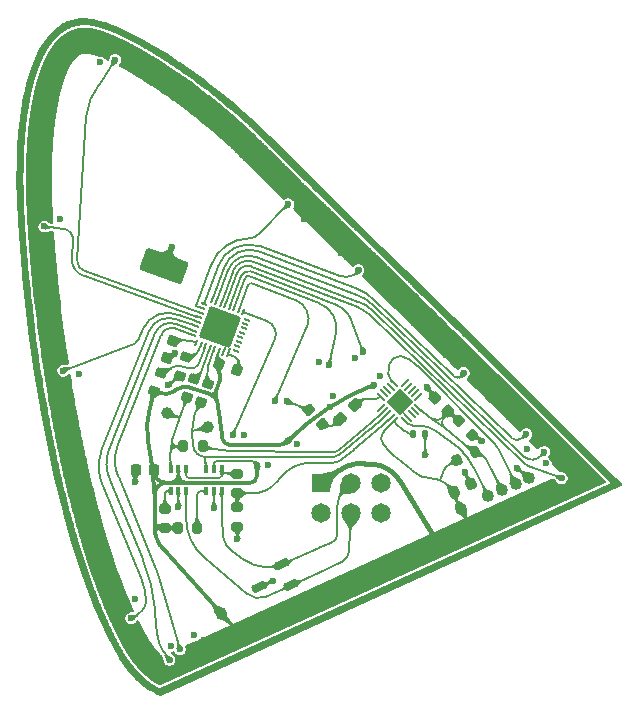
<source format=gbr>
%TF.GenerationSoftware,KiCad,Pcbnew,9.0.6-rc1-2-g790dee114b*%
%TF.CreationDate,2025-10-17T23:56:23-04:00*%
%TF.ProjectId,MetamerBoard,4d657461-6d65-4724-926f-6172642e6b69,rev?*%
%TF.SameCoordinates,Original*%
%TF.FileFunction,Copper,L2,Bot*%
%TF.FilePolarity,Positive*%
%FSLAX46Y46*%
G04 Gerber Fmt 4.6, Leading zero omitted, Abs format (unit mm)*
G04 Created by KiCad (PCBNEW 9.0.6-rc1-2-g790dee114b) date 2025-10-17 23:56:23*
%MOMM*%
%LPD*%
G01*
G04 APERTURE LIST*
G04 Aperture macros list*
%AMRoundRect*
0 Rectangle with rounded corners*
0 $1 Rounding radius*
0 $2 $3 $4 $5 $6 $7 $8 $9 X,Y pos of 4 corners*
0 Add a 4 corners polygon primitive as box body*
4,1,4,$2,$3,$4,$5,$6,$7,$8,$9,$2,$3,0*
0 Add four circle primitives for the rounded corners*
1,1,$1+$1,$2,$3*
1,1,$1+$1,$4,$5*
1,1,$1+$1,$6,$7*
1,1,$1+$1,$8,$9*
0 Add four rect primitives between the rounded corners*
20,1,$1+$1,$2,$3,$4,$5,0*
20,1,$1+$1,$4,$5,$6,$7,0*
20,1,$1+$1,$6,$7,$8,$9,0*
20,1,$1+$1,$8,$9,$2,$3,0*%
%AMRotRect*
0 Rectangle, with rotation*
0 The origin of the aperture is its center*
0 $1 length*
0 $2 width*
0 $3 Rotation angle, in degrees counterclockwise*
0 Add horizontal line*
21,1,$1,$2,0,0,$3*%
G04 Aperture macros list end*
%TA.AperFunction,SMDPad,CuDef*%
%ADD10RoundRect,0.250000X1.807008X0.140436X-1.293978X1.269103X-1.807008X-0.140436X1.293978X-1.269103X0*%
%TD*%
%TA.AperFunction,SMDPad,CuDef*%
%ADD11C,1.000000*%
%TD*%
%TA.AperFunction,ComponentPad*%
%ADD12C,1.016000*%
%TD*%
%TA.AperFunction,SMDPad,CuDef*%
%ADD13RoundRect,0.237500X-0.048290X-0.369771X0.372239X0.022378X0.048290X0.369771X-0.372239X-0.022378X0*%
%TD*%
%TA.AperFunction,SMDPad,CuDef*%
%ADD14RoundRect,0.225000X0.225000X0.250000X-0.225000X0.250000X-0.225000X-0.250000X0.225000X-0.250000X0*%
%TD*%
%TA.AperFunction,HeatsinkPad*%
%ADD15RotRect,1.650000X1.650000X135.000000*%
%TD*%
%TA.AperFunction,SMDPad,CuDef*%
%ADD16RoundRect,0.050000X0.300520X0.229810X0.229810X0.300520X-0.300520X-0.229810X-0.229810X-0.300520X0*%
%TD*%
%TA.AperFunction,SMDPad,CuDef*%
%ADD17RoundRect,0.050000X0.300520X-0.229810X-0.229810X0.300520X-0.300520X0.229810X0.229810X-0.300520X0*%
%TD*%
%TA.AperFunction,SMDPad,CuDef*%
%ADD18RoundRect,0.225000X0.335876X0.017678X0.017678X0.335876X-0.335876X-0.017678X-0.017678X-0.335876X0*%
%TD*%
%TA.AperFunction,SMDPad,CuDef*%
%ADD19RoundRect,0.225000X-0.098265X-0.321666X0.309574X-0.131488X0.098265X0.321666X-0.309574X0.131488X0*%
%TD*%
%TA.AperFunction,SMDPad,CuDef*%
%ADD20RoundRect,0.140000X-0.140000X-0.170000X0.140000X-0.170000X0.140000X0.170000X-0.140000X0.170000X0*%
%TD*%
%TA.AperFunction,SMDPad,CuDef*%
%ADD21RoundRect,0.200000X0.275000X-0.200000X0.275000X0.200000X-0.275000X0.200000X-0.275000X-0.200000X0*%
%TD*%
%TA.AperFunction,SMDPad,CuDef*%
%ADD22RoundRect,0.200000X-0.200000X-0.275000X0.200000X-0.275000X0.200000X0.275000X-0.200000X0.275000X0*%
%TD*%
%TA.AperFunction,SMDPad,CuDef*%
%ADD23RoundRect,0.200000X-0.065042X-0.333758X0.297482X-0.164711X0.065042X0.333758X-0.297482X0.164711X0*%
%TD*%
%TA.AperFunction,SMDPad,CuDef*%
%ADD24RoundRect,0.200000X0.190011X-0.281994X0.326819X0.093883X-0.190011X0.281994X-0.326819X-0.093883X0*%
%TD*%
%TA.AperFunction,SMDPad,CuDef*%
%ADD25RoundRect,0.175000X0.481797X0.031574X0.333880X0.348782X-0.481797X-0.031574X-0.333880X-0.348782X0*%
%TD*%
%TA.AperFunction,SMDPad,CuDef*%
%ADD26RoundRect,0.200000X-0.190011X0.281994X-0.326819X-0.093883X0.190011X-0.281994X0.326819X0.093883X0*%
%TD*%
%TA.AperFunction,ComponentPad*%
%ADD27R,1.650000X1.650000*%
%TD*%
%TA.AperFunction,ComponentPad*%
%ADD28C,1.650000*%
%TD*%
%TA.AperFunction,SMDPad,CuDef*%
%ADD29RoundRect,0.100000X0.100000X-0.225000X0.100000X0.225000X-0.100000X0.225000X-0.100000X-0.225000X0*%
%TD*%
%TA.AperFunction,SMDPad,CuDef*%
%ADD30RoundRect,0.225000X-0.296936X-0.157969X0.125926X-0.311878X0.296936X0.157969X-0.125926X0.311878X0*%
%TD*%
%TA.AperFunction,SMDPad,CuDef*%
%ADD31RoundRect,0.225000X-0.157969X0.296936X-0.311878X-0.125926X0.157969X-0.296936X0.311878X0.125926X0*%
%TD*%
%TA.AperFunction,SMDPad,CuDef*%
%ADD32RoundRect,0.200000X-0.275000X0.200000X-0.275000X-0.200000X0.275000X-0.200000X0.275000X0.200000X0*%
%TD*%
%TA.AperFunction,SMDPad,CuDef*%
%ADD33RoundRect,0.050000X-0.228532X0.029970X0.194330X-0.123939X0.228532X-0.029970X-0.194330X0.123939X0*%
%TD*%
%TA.AperFunction,SMDPad,CuDef*%
%ADD34RoundRect,0.050000X-0.123939X-0.194330X-0.029970X-0.228532X0.123939X0.194330X0.029970X0.228532X0*%
%TD*%
%TA.AperFunction,SMDPad,CuDef*%
%ADD35RoundRect,0.056000X-1.722622X-0.803272X0.803272X-1.722622X1.722622X0.803272X-0.803272X1.722622X0*%
%TD*%
%TA.AperFunction,SMDPad,CuDef*%
%ADD36RoundRect,0.200000X-0.337522X-0.041279X-0.064723X-0.333820X0.337522X0.041279X0.064723X0.333820X0*%
%TD*%
%TA.AperFunction,SMDPad,CuDef*%
%ADD37RoundRect,0.200000X-0.335876X-0.053033X-0.053033X-0.335876X0.335876X0.053033X0.053033X0.335876X0*%
%TD*%
%TA.AperFunction,ViaPad*%
%ADD38C,0.600000*%
%TD*%
%TA.AperFunction,ViaPad*%
%ADD39C,0.500000*%
%TD*%
%TA.AperFunction,Conductor*%
%ADD40C,0.200000*%
%TD*%
%TA.AperFunction,Conductor*%
%ADD41C,0.300000*%
%TD*%
%TA.AperFunction,Conductor*%
%ADD42C,0.400000*%
%TD*%
G04 APERTURE END LIST*
D10*
%TO.P,TP5,1,1*%
%TO.N,GND*%
X-12650000Y11250000D03*
%TD*%
D11*
%TO.P,TP6,1,1*%
%TO.N,/SAO_SDA*%
X-8950000Y-2400000D03*
%TD*%
%TO.P,TP7,1,1*%
%TO.N,/SAO_SCL*%
X-12450000Y-1200000D03*
%TD*%
%TO.P,TP3,1,1*%
%TO.N,VCC3V3*%
X-7883855Y-18135920D03*
%TD*%
D12*
%TO.P,P1,6,Pin_6*%
%TO.N,GND*%
X18255650Y-6673339D03*
%TO.P,P1,5,Pin_5*%
%TO.N,/MCU_SWC*%
X17099999Y-7200000D03*
%TO.P,P1,4,Pin_4*%
%TO.N,/MCU_RESET_n*%
X15944350Y-7726660D03*
%TO.P,P1,3,Pin_3*%
%TO.N,/MCU_SWD*%
X14788700Y-8253320D03*
%TO.P,P1,1,Pin_1*%
%TO.N,VCC3V3*%
X12477390Y-9306640D03*
%TD*%
D13*
%TO.P,D18,1*%
%TO.N,Net-(D18-Pad1)*%
X2235066Y-1721749D03*
%TO.P,D18,2*%
%TO.N,Net-(U3-PB1)*%
X3514934Y-528251D03*
%TD*%
D14*
%TO.P,C4,2*%
%TO.N,GND*%
X-15070000Y-6030000D03*
%TO.P,C4,1*%
%TO.N,VCC3V3*%
X-13510000Y-6030000D03*
%TD*%
D15*
%TO.P,U3,21,PAD*%
%TO.N,GND*%
X7274700Y-274700D03*
D16*
%TO.P,U3,20,PA7*%
%TO.N,unconnected-(U3-PA7-Pad20)*%
X8865690Y184919D03*
%TO.P,U3,19,PA6*%
%TO.N,unconnected-(U3-PA6-Pad19)*%
X8582848Y467762D03*
%TO.P,U3,18,PA5*%
%TO.N,unconnected-(U3-PA5-Pad18)*%
X8300005Y750605D03*
%TO.P,U3,17,PA4*%
%TO.N,unconnected-(U3-PA4-Pad17)*%
X8017162Y1033448D03*
%TO.P,U3,16,PA3*%
%TO.N,unconnected-(U3-PA3-Pad16)*%
X7734319Y1316290D03*
D17*
%TO.P,U3,15,PA2-SWC*%
%TO.N,/MCU_SWC*%
X6815081Y1316290D03*
%TO.P,U3,14,PA1*%
%TO.N,unconnected-(U3-PA1-Pad14)*%
X6532238Y1033448D03*
%TO.P,U3,13,PA0*%
%TO.N,unconnected-(U3-PA0-Pad13)*%
X6249395Y750605D03*
%TO.P,U3,12,PB0*%
%TO.N,unconnected-(U3-PB0-Pad12)*%
X5966552Y467762D03*
%TO.P,U3,11,PB1*%
%TO.N,Net-(U3-PB1)*%
X5683710Y184919D03*
D16*
%TO.P,U3,10,PB2*%
%TO.N,unconnected-(U3-PB2-Pad10)*%
X5683710Y-734319D03*
%TO.P,U3,9,PB3*%
%TO.N,/SAO_SCL_R*%
X5966552Y-1017162D03*
%TO.P,U3,8,PB4*%
%TO.N,/SAO_SDA*%
X6249395Y-1300005D03*
%TO.P,U3,7,PB5*%
%TO.N,/I2C_MUX_SEL_R*%
X6532238Y-1582848D03*
%TO.P,U3,6,VCC*%
%TO.N,VCC3V3*%
X6815081Y-1865690D03*
D17*
%TO.P,U3,5,PB6-SWD*%
%TO.N,/MCU_SWD*%
X7734319Y-1865690D03*
%TO.P,U3,4,VSS*%
%TO.N,GND*%
X8017162Y-1582848D03*
%TO.P,U3,3,PB7*%
%TO.N,unconnected-(U3-PB7-Pad3)*%
X8300005Y-1300005D03*
%TO.P,U3,2,PC1*%
%TO.N,unconnected-(U3-PC1-Pad2)*%
X8582848Y-1017162D03*
%TO.P,U3,1,PC0-NRST*%
%TO.N,/MCU_RESET_n*%
X8865690Y-734319D03*
%TD*%
D18*
%TO.P,C7,1*%
%TO.N,/MCU_RESET_n*%
X11401543Y-1001543D03*
%TO.P,C7,2*%
%TO.N,GND*%
X10298457Y101543D03*
%TD*%
D19*
%TO.P,C5,1*%
%TO.N,VCC3V3*%
X11893080Y-7879642D03*
%TO.P,C5,2*%
%TO.N,GND*%
X13306920Y-7220358D03*
%TD*%
D20*
%TO.P,C6,1*%
%TO.N,VCC3V3*%
X8450001Y-2950000D03*
%TO.P,C6,2*%
%TO.N,GND*%
X9449999Y-2950000D03*
%TD*%
D21*
%TO.P,R8,2*%
%TO.N,/I2C_MUX_SEL*%
X-6450000Y-6330000D03*
%TO.P,R8,1*%
%TO.N,/I2C_MUX_SEL_R*%
X-6450000Y-7970000D03*
%TD*%
%TO.P,R7,1*%
%TO.N,VCC3V3*%
X-12600000Y-10920000D03*
%TO.P,R7,2*%
%TO.N,Net-(U2-B1)*%
X-12600000Y-9280000D03*
%TD*%
D22*
%TO.P,R2,1*%
%TO.N,VCC3V3*%
X-11520000Y-10900000D03*
%TO.P,R2,2*%
%TO.N,Net-(U4-B1)*%
X-9880000Y-10900000D03*
%TD*%
D23*
%TO.P,R10,1*%
%TO.N,VCC3V3*%
X12156827Y-5196547D03*
%TO.P,R10,2*%
%TO.N,/MCU_RESET_n*%
X13643173Y-4503453D03*
%TD*%
D24*
%TO.P,R6,1*%
%TO.N,VCC3V3*%
X-13480457Y679452D03*
%TO.P,R6,2*%
%TO.N,Net-(U1-EN)*%
X-12919543Y2220548D03*
%TD*%
D25*
%TO.P,D17,1,K*%
%TO.N,/BADGE_SDA*%
X-2719347Y-14016545D03*
%TO.P,D17,2,K*%
%TO.N,/BADGE_SCL*%
X-1916371Y-15738530D03*
%TO.P,D17,3,A*%
%TO.N,GND*%
X-4583629Y-15934085D03*
%TD*%
D22*
%TO.P,R12,1*%
%TO.N,/SAO_SCL*%
X-11020001Y-4000000D03*
%TO.P,R12,2*%
%TO.N,/SAO_SCL_R*%
X-9379999Y-4000000D03*
%TD*%
D26*
%TO.P,R5,1*%
%TO.N,Net-(U1-IREF)*%
X-10769543Y3520548D03*
%TO.P,R5,2*%
%TO.N,GND*%
X-11330457Y1979452D03*
%TD*%
D27*
%TO.P,J1,1,Pin_1*%
%TO.N,VCC3V3*%
X610000Y-7150000D03*
D28*
%TO.P,J1,2,Pin_2*%
%TO.N,GND*%
X610000Y-9690000D03*
%TO.P,J1,3,Pin_3*%
%TO.N,/BADGE_SDA*%
X3150000Y-7150000D03*
%TO.P,J1,4,Pin_4*%
%TO.N,/BADGE_SCL*%
X3150000Y-9690000D03*
%TO.P,J1,5,Pin_5*%
%TO.N,/GPIO1*%
X5690000Y-7150000D03*
%TO.P,J1,6,Pin_6*%
%TO.N,/GPIO2*%
X5690000Y-9690000D03*
%TD*%
D29*
%TO.P,U2,1,B2*%
%TO.N,/BADGE_SCL*%
X-10800000Y-7800000D03*
%TO.P,U2,2,GND*%
%TO.N,GND*%
X-11450000Y-7800000D03*
%TO.P,U2,3,B1*%
%TO.N,Net-(U2-B1)*%
X-12100000Y-7800000D03*
%TO.P,U2,4,A*%
%TO.N,/SAO_SCL*%
X-12100000Y-5900000D03*
%TO.P,U2,5,VCC*%
%TO.N,VCC3V3*%
X-11450000Y-5900000D03*
%TO.P,U2,6,S*%
%TO.N,/I2C_MUX_SEL*%
X-10800000Y-5900000D03*
%TD*%
D30*
%TO.P,C1,1*%
%TO.N,VCC3V3*%
X-7982960Y2966776D03*
%TO.P,C1,2*%
%TO.N,GND*%
X-6517040Y2433224D03*
%TD*%
D24*
%TO.P,R3,1*%
%TO.N,/SAO_SDA*%
X-9530457Y-270548D03*
%TO.P,R3,2*%
%TO.N,Net-(U1-SDA)*%
X-8969543Y1270548D03*
%TD*%
D31*
%TO.P,C2,1*%
%TO.N,Net-(U1-VCAP)*%
X-11883224Y4932960D03*
%TO.P,C2,2*%
%TO.N,GND*%
X-12416776Y3467040D03*
%TD*%
D32*
%TO.P,R1,1*%
%TO.N,/I2C_MUX_SEL_R*%
X-6449999Y-9180000D03*
%TO.P,R1,2*%
%TO.N,GND*%
X-6450001Y-10820000D03*
%TD*%
D33*
%TO.P,U1,1,OUT0*%
%TO.N,Net-(D1-K)*%
X-10232450Y5406510D03*
%TO.P,U1,2,OUT1*%
%TO.N,Net-(D2-K)*%
X-10095640Y5782390D03*
%TO.P,U1,3,OUT2*%
%TO.N,Net-(D3-K)*%
X-9958830Y6158270D03*
%TO.P,U1,4,OUT3*%
%TO.N,Net-(D4-K)*%
X-9822020Y6534150D03*
%TO.P,U1,5,OUT4*%
%TO.N,Net-(D5-K)*%
X-9685220Y6910020D03*
%TO.P,U1,6,OUT5*%
%TO.N,Net-(D6-K)*%
X-9548410Y7285900D03*
%TO.P,U1,7,OUT6*%
%TO.N,Net-(D7-K)*%
X-9411600Y7661780D03*
%TO.P,U1,8,OUT7*%
%TO.N,Net-(D8-K)*%
X-9274790Y8037649D03*
D34*
%TO.P,U1,9,OUT8*%
%TO.N,Net-(D9-K)*%
X-8601890Y8351430D03*
%TO.P,U1,10,OUT9*%
%TO.N,Net-(D10-K)*%
X-8226020Y8214620D03*
%TO.P,U1,11,OUT10*%
%TO.N,Net-(D11-K)*%
X-7850140Y8077820D03*
%TO.P,U1,12,OUT11*%
%TO.N,Net-(D12-K)*%
X-7474260Y7941010D03*
%TO.P,U1,13,OUT12*%
%TO.N,Net-(D13-K)*%
X-7098380Y7804200D03*
%TO.P,U1,14,OUT13*%
%TO.N,Net-(D14-K)*%
X-6722510Y7667390D03*
%TO.P,U1,15,OUT14*%
%TO.N,Net-(D15-K)*%
X-6346630Y7530580D03*
%TO.P,U1,16,OUT15*%
%TO.N,Net-(D16-K)*%
X-5970750Y7393780D03*
D33*
%TO.P,U1,17,OUT16*%
%TO.N,unconnected-(U1-OUT16-Pad17)*%
X-5656970Y6720880D03*
%TO.P,U1,18,OUT17*%
%TO.N,unconnected-(U1-OUT17-Pad18)*%
X-5793780Y6345000D03*
%TO.P,U1,19,NC*%
%TO.N,unconnected-(U1-NC-Pad19)*%
X-5930590Y5969120D03*
%TO.P,U1,20,NC*%
%TO.N,unconnected-(U1-NC-Pad20)*%
X-6067400Y5593239D03*
%TO.P,U1,21,NC*%
%TO.N,unconnected-(U1-NC-Pad21)*%
X-6204211Y5217370D03*
%TO.P,U1,22,NC*%
%TO.N,unconnected-(U1-NC-Pad22)*%
X-6341010Y4841490D03*
%TO.P,U1,23,NC*%
%TO.N,unconnected-(U1-NC-Pad23)*%
X-6477820Y4465610D03*
%TO.P,U1,24,NC*%
%TO.N,unconnected-(U1-NC-Pad24)*%
X-6614630Y4089740D03*
D34*
%TO.P,U1,25,ADDR0*%
%TO.N,GND*%
X-7287530Y3775960D03*
%TO.P,U1,26,ADDR1*%
X-7663409Y3912770D03*
%TO.P,U1,27,VCC*%
%TO.N,VCC3V3*%
X-8039280Y4049570D03*
%TO.P,U1,28,SDA*%
%TO.N,Net-(U1-SDA)*%
X-8415161Y4186380D03*
%TO.P,U1,29,SCL*%
%TO.N,Net-(U1-SCL)*%
X-8791040Y4323190D03*
%TO.P,U1,30,EN*%
%TO.N,Net-(U1-EN)*%
X-9166910Y4460000D03*
%TO.P,U1,31,IREF*%
%TO.N,Net-(U1-IREF)*%
X-9542790Y4596810D03*
%TO.P,U1,32,VCAP*%
%TO.N,Net-(U1-VCAP)*%
X-9918669Y4733610D03*
D35*
%TO.P,U1,33,GND*%
%TO.N,GND*%
X-7944710Y6063690D03*
%TD*%
D36*
%TO.P,R9,1*%
%TO.N,GND*%
X-409239Y-950290D03*
%TO.P,R9,2*%
%TO.N,Net-(D18-Pad1)*%
X709239Y-2149710D03*
%TD*%
D37*
%TO.P,R11,1*%
%TO.N,/MCU_RESET_n*%
X12270172Y-1870172D03*
%TO.P,R11,2*%
%TO.N,GND*%
X13429828Y-3029828D03*
%TD*%
D24*
%TO.P,R4,1*%
%TO.N,/SAO_SCL*%
X-10698947Y184222D03*
%TO.P,R4,2*%
%TO.N,Net-(U1-SCL)*%
X-10138033Y1725318D03*
%TD*%
D29*
%TO.P,U4,1,B2*%
%TO.N,/BADGE_SDA*%
X-7800000Y-7800000D03*
%TO.P,U4,2,GND*%
%TO.N,GND*%
X-8450000Y-7800000D03*
%TO.P,U4,3,B1*%
%TO.N,Net-(U4-B1)*%
X-9100000Y-7800000D03*
%TO.P,U4,4,A*%
%TO.N,/SAO_SDA*%
X-9100000Y-5900000D03*
%TO.P,U4,5,VCC*%
%TO.N,VCC3V3*%
X-8450000Y-5900000D03*
%TO.P,U4,6,S*%
%TO.N,/I2C_MUX_SEL*%
X-7800000Y-5900000D03*
%TD*%
D38*
%TO.N,GND*%
X-15100000Y-7050000D03*
X-11700000Y3900000D03*
X12800000Y-6200000D03*
X-6450000Y-11900000D03*
%TO.N,VCC3V3*%
X22700000Y-5900000D03*
X1425000Y-675000D03*
X-21512560Y4172660D03*
X5150000Y1175000D03*
X-9275000Y-20375000D03*
X-22925560Y16395620D03*
X-819310Y15207890D03*
X-4775000Y-5600000D03*
X16515080Y-1500000D03*
X-18773360Y29418240D03*
X11215080Y3700000D03*
X2315080Y12384930D03*
X-2175000Y-3550000D03*
X-14200000Y-20500000D03*
%TO.N,GND*%
X7274700Y-274700D03*
X425000Y3125000D03*
X-12025000Y12850000D03*
X14250000Y-3600000D03*
X-3825000Y-5600000D03*
D39*
X-7944710Y6063690D03*
D38*
X-5900000Y-3075000D03*
X-11450000Y-9150000D03*
X-12300000Y1150000D03*
X18075000Y-4225000D03*
X-21475000Y15225000D03*
X3475000Y3425000D03*
X5600000Y1975000D03*
X-3450000Y-15400000D03*
X9630000Y970000D03*
D39*
X-8338030Y4983050D03*
D38*
X-8450000Y-9200000D03*
X-10110000Y-20010000D03*
X19650000Y-5450000D03*
X1625000Y225000D03*
X-2250000Y-200000D03*
D39*
X-9025360Y6457020D03*
D38*
X-12100000Y-20900000D03*
X-18050000Y28500000D03*
X-19850000Y2075000D03*
X-15100000Y-16900000D03*
D39*
X-6864070Y5670370D03*
X-7551390Y7144340D03*
D38*
%TO.N,Net-(D1-K)*%
X-11325000Y-21200000D03*
%TO.N,Net-(D2-K)*%
X-12200000Y-22100000D03*
%TO.N,Net-(D3-K)*%
X-15450000Y-18575000D03*
%TO.N,Net-(D4-K)*%
X-21200000Y2400000D03*
%TO.N,Net-(D5-K)*%
X-22800000Y14600000D03*
%TO.N,Net-(D6-K)*%
X-16800000Y28700000D03*
%TO.N,Net-(D7-K)*%
X-2136220Y16480690D03*
%TO.N,Net-(D8-K)*%
X3800000Y10900000D03*
%TO.N,Net-(D9-K)*%
X12700000Y2200000D03*
%TO.N,Net-(D10-K)*%
X18000000Y-2984930D03*
%TO.N,Net-(D11-K)*%
X19515080Y-4500000D03*
%TO.N,Net-(D12-K)*%
X21000000Y-6700000D03*
%TO.N,Net-(D13-K)*%
X4200000Y4000000D03*
%TO.N,Net-(D14-K)*%
X1300000Y2900000D03*
%TO.N,Net-(D15-K)*%
X-3300000Y-200000D03*
%TO.N,Net-(D16-K)*%
X-6868230Y-3075000D03*
%TO.N,GND*%
X-1375000Y-3775000D03*
X9450000Y-4770000D03*
X17230000Y-5880000D03*
%TD*%
D40*
%TO.N,Net-(D3-K)*%
X-14280340Y-16204255D02*
G75*
G02*
X-14189424Y-17087049I-3505050J-807050D01*
G01*
X-14190000Y-17115000D02*
G75*
G02*
X-14538348Y-17923536I-1169590J24595D01*
G01*
X-14677759Y-18060933D02*
G75*
G02*
X-15174994Y-18427512I-1522131J1544128D01*
G01*
X-14550932Y-15355041D02*
G75*
G02*
X-14280340Y-16204255I-5022458J-2068064D01*
G01*
X-14189412Y-17087049D02*
X-14190000Y-17115000D01*
X-15175000Y-18427500D02*
X-15450000Y-18575000D01*
X-14538359Y-17923524D02*
X-14677759Y-18060933D01*
%TO.N,Net-(D1-K)*%
X-11325000Y-21200000D02*
X-13137267Y-14847356D01*
%TO.N,Net-(D2-K)*%
X-13227659Y-19994815D02*
G75*
G03*
X-12679986Y-21449990I2841569J238810D01*
G01*
X-12680000Y-21450000D02*
X-12200000Y-22100000D01*
X-13227659Y-19994815D02*
X-13391684Y-18042778D01*
%TO.N,GND*%
X9449999Y-4769999D02*
X9450000Y-4770000D01*
X9449999Y-2950000D02*
X9449999Y-4769999D01*
D41*
%TO.N,VCC3V3*%
X-7883855Y-18135920D02*
X-6220000Y-19910000D01*
X-13348509Y-11669407D02*
G75*
G03*
X-13015990Y-12404239I1332019J160102D01*
G01*
X-13015987Y-12404237D02*
X-7883855Y-18135920D01*
D40*
X-7025080Y-5234456D02*
G75*
G03*
X-7975158Y-5240405I-261610J-34089249D01*
G01*
X-8125222Y-5243436D02*
G75*
G03*
X-8450027Y-5575000I6732J-331469D01*
G01*
X-5208036Y-5248403D02*
G75*
G02*
X-4887522Y-5425014I-2954J-384502D01*
G01*
%TO.N,/I2C_MUX_SEL_R*%
X-5175000Y-7985000D02*
G75*
G03*
X-3110507Y-6998725I30510J2589995D01*
G01*
X2398123Y-5112413D02*
G75*
G02*
X1598433Y-5400025I-799713J968008D01*
G01*
X6357390Y-1757695D02*
G75*
G02*
X5994594Y-2093224I-4478080J4478090D01*
G01*
X5252581Y-2727580D02*
G75*
G02*
X3379357Y-4301832I-94122071J110095475D01*
G01*
X-194517Y-5400000D02*
G75*
G03*
X-2874968Y-6700025I27J-3413405D01*
G01*
%TO.N,/SAO_SCL*%
X-11987628Y-3710000D02*
X-11919274Y-4150726D01*
X-12134721Y-4615345D02*
G75*
G02*
X-11976375Y-3511758I3302931J89240D01*
G01*
X-11976386Y-3511755D02*
G75*
G03*
X-11585001Y-4024995I373996J-120650D01*
G01*
X-11585001Y-4025000D02*
G75*
G03*
X-12134746Y-4615346I25411J-574805D01*
G01*
%TO.N,VCC3V3*%
X7067540Y-2202845D02*
G75*
G03*
X7694893Y-2731999I1457270J1091240D01*
G01*
D41*
X-7100000Y-3869999D02*
G75*
G03*
X-6599840Y-3884467I904110J22602394D01*
G01*
X-7684861Y-3444232D02*
G75*
G03*
X-7500015Y-3745020I485271J91027D01*
G01*
X-7500000Y-3745000D02*
G75*
G03*
X-7161141Y-3867563I362710J473095D01*
G01*
X-7826380Y-2564762D02*
G75*
G03*
X-7716411Y-3276098I11123390J1355457D01*
G01*
X-8098209Y-629255D02*
G75*
G02*
X-7937085Y-1656282I-14861881J-2857750D01*
G01*
X-6290000Y-3890000D02*
G75*
G03*
X-5169936Y-3905284I2376610J133114095D01*
G01*
X-7684861Y-3444232D02*
X-7716412Y-3276098D01*
X-7100000Y-3869999D02*
X-7161141Y-3867554D01*
X-3080330Y-3925000D02*
X-5169936Y-3905284D01*
X-6599840Y-3884467D02*
X-6290000Y-3890000D01*
X-8098209Y-629255D02*
X-8196418Y-118510D01*
X-7826380Y-2564762D02*
X-7937087Y-1656282D01*
X-8196418Y-118510D02*
G75*
G03*
X-8780974Y378102I-895972J-462295D01*
G01*
X-8196418Y-118510D02*
G75*
G02*
X-8246935Y640461I847928J437605D01*
G01*
X-8780980Y378084D02*
G75*
G03*
X-8246951Y640467I131890J406211D01*
G01*
X-7900000Y1925000D02*
G75*
G02*
X-7911298Y1578631I-544590J-155605D01*
G01*
X-8006482Y2273017D02*
G75*
G02*
X-7900001Y1925000I-9290008J-3032722D01*
G01*
X-10607516Y971253D02*
G75*
G03*
X-11099995Y999975I-301174J-927558D01*
G01*
X-12940229Y489726D02*
G75*
G03*
X-11913181Y601413I396739J1129769D01*
G01*
X-11100000Y1000000D02*
G75*
G03*
X-11566767Y815792I277210J-1385905D01*
G01*
X-13398968Y-11249590D02*
G75*
G02*
X-13452704Y-10397362I7486878J899885D01*
G01*
X-13025000Y-10872500D02*
G75*
G03*
X-13398971Y-11249590I-37590J-336705D01*
G01*
X-13452702Y-10397362D02*
G75*
G03*
X-13024995Y-10872454I481112J3057D01*
G01*
X-13467139Y-8111744D02*
G75*
G03*
X-13630323Y-6100458I-13529751J-85461D01*
G01*
X-12461765Y-7100000D02*
G75*
G03*
X-13467175Y-8111744I-25J-1005405D01*
G01*
X-13630321Y-6100458D02*
G75*
G03*
X-12461765Y-7099933I1168531J183353D01*
G01*
X-13865229Y-735274D02*
G75*
G03*
X-14022786Y-3598403I6618839J-1800131D01*
G01*
X-8375084Y-7113056D02*
G75*
G03*
X-10425000Y-7100000I-2049906J-160920249D01*
G01*
X-12050000Y-7100000D02*
G75*
G03*
X-11449995Y-6500000I10J599995D01*
G01*
X-11450000Y-6500000D02*
G75*
G03*
X-10850000Y-7100015I600010J-5D01*
G01*
X-10850000Y-7100000D02*
X-12050000Y-7100000D01*
D42*
X2800000Y-5700000D02*
G75*
G03*
X1418800Y-6504071I2030310J-5075905D01*
G01*
X5025000Y-5524999D02*
G75*
G02*
X7276989Y-6909974I-247990J-2926606D01*
G01*
X4354889Y-5468210D02*
G75*
G03*
X2799994Y-5699984I-288079J-3398895D01*
G01*
D40*
%TO.N,/MCU_SWC*%
X7338877Y3614361D02*
G75*
G03*
X6775001Y3454999I-46267J-913566D01*
G01*
X15024150Y-3474150D02*
G75*
G02*
X15337298Y-3808507I-4948640J-4948555D01*
G01*
X6339994Y2022339D02*
G75*
G03*
X6602539Y1523144I897816J153556D01*
G01*
X8157975Y3322026D02*
G75*
G02*
X8800936Y2749058I-4654865J-5870731D01*
G01*
X7425000Y3610000D02*
G75*
G02*
X8129894Y3344256I-62490J-1233505D01*
G01*
X15337300Y-3808505D02*
G75*
G02*
X15590990Y-4185737I-1339890J-1175000D01*
G01*
X6380519Y2856197D02*
G75*
G03*
X6324976Y2109996I1472891J-484802D01*
G01*
X6775000Y3455000D02*
G75*
G03*
X6423353Y2986216I518210J-755005D01*
G01*
%TO.N,/MCU_SWD*%
X13039053Y-5014906D02*
G75*
G02*
X13665347Y-6009408I-4751743J-3686899D01*
G01*
X12677090Y-4548397D02*
X13039053Y-5014906D01*
X7922159Y-2057845D02*
G75*
G03*
X8378714Y-2249986I456551J446340D01*
G01*
X12348907Y-4176478D02*
G75*
G02*
X12525012Y-4349991I-488897J-672327D01*
G01*
X12677090Y-4548397D02*
G75*
G02*
X12525000Y-4350000I9335020J7313692D01*
G01*
X10342945Y-2717596D02*
G75*
G03*
X8905000Y-2250012I-1437935J-1977209D01*
G01*
%TO.N,/MCU_RESET_n*%
X10986075Y-1540467D02*
G75*
G03*
X11104848Y-2500864I545035J-420138D01*
G01*
X10036371Y-1657913D02*
G75*
G03*
X10986029Y-1540431I416739J528308D01*
G01*
X13279748Y-4216733D02*
G75*
G03*
X14072995Y-4675320I1980262J2510028D01*
G01*
X14072996Y-4675316D02*
G75*
G02*
X14710063Y-5261106I-452286J-1131189D01*
G01*
X11104844Y-2500870D02*
X10036371Y-1657913D01*
%TO.N,VCC3V3*%
X6412839Y-4434123D02*
G75*
G03*
X7033466Y-5016533I3973371J3612218D01*
G01*
X6393381Y-2265665D02*
G75*
G03*
X5924468Y-2748758I5608029J-5912540D01*
G01*
X5916536Y-2757640D02*
G75*
G03*
X5699985Y-3325000I634974J-567365D01*
G01*
X11628413Y-5448273D02*
G75*
G03*
X10918472Y-6256448I586397J-1231032D01*
G01*
X5700001Y-3325000D02*
G75*
G03*
X5918624Y-3890475I840609J-5D01*
G01*
%TO.N,/SAO_SCL_R*%
X600022Y-4496045D02*
G75*
G03*
X1300000Y-4500000I700088J61956040D01*
G01*
X5633480Y-1333075D02*
G75*
G02*
X4949666Y-1945159I-10942270J11536570D01*
G01*
X-8640000Y-4200000D02*
G75*
G03*
X-7133499Y-4408661I1574710J5826495D01*
G01*
X1821586Y-4470838D02*
G75*
G02*
X1475953Y-4500005I-345676J2033833D01*
G01*
X2126151Y-4329386D02*
G75*
G02*
X1821590Y-4470859I-411441J487181D01*
G01*
%TO.N,Net-(D18-Pad1)*%
X1970571Y-1958222D02*
G75*
G02*
X1565001Y-2270002I-2192461J2432317D01*
G01*
X1112299Y-2313441D02*
G75*
G03*
X1565016Y-2270024I184811J454936D01*
G01*
%TO.N,GND*%
X-6629094Y3538886D02*
G75*
G02*
X-6350011Y3234997I-150696J-418491D01*
G01*
X-6350000Y3235000D02*
G75*
G02*
X-6375287Y2793318I-683990J-182405D01*
G01*
%TO.N,Net-(U1-VCAP)*%
X-10304335Y4876805D02*
G75*
G03*
X-11100302Y4990065I-658355J-1773210D01*
G01*
X-10304335Y4876805D02*
X-9918669Y4733610D01*
X-11100302Y4990071D02*
X-11883224Y4932960D01*
%TO.N,Net-(U1-EN)*%
X-9795266Y2841096D02*
G75*
G02*
X-10116234Y2622989I-373824J204899D01*
G01*
X-11900000Y2700000D02*
G75*
G02*
X-12536097Y2369467I-1831390J2747095D01*
G01*
X-11075703Y2696108D02*
G75*
G03*
X-10300001Y2600007I577913J1486087D01*
G01*
X-11263961Y2769319D02*
G75*
G03*
X-11899986Y2699979I-251329J-646324D01*
G01*
%TO.N,Net-(U1-IREF)*%
X-9668955Y4251010D02*
G75*
G02*
X-9856756Y3919470I-1090735J398885D01*
G01*
X-9872640Y3899810D02*
G75*
G02*
X-10220559Y3671964I-528650J427685D01*
G01*
%TO.N,Net-(U1-SCL)*%
X-9643400Y1991355D02*
X-9690960Y1861285D01*
%TO.N,Net-(U1-SDA)*%
X-8922945Y2787698D02*
G75*
G03*
X-9034753Y1785276I2017755J-732503D01*
G01*
%TO.N,Net-(U1-VCAP)*%
X-9919691Y4742428D02*
X-9919690Y4742430D01*
%TO.N,/SAO_SDA*%
X-10291501Y-2697169D02*
X-8950000Y-2400000D01*
X-7275013Y-4904973D02*
G75*
G03*
X-9191667Y-4900000I-1916477J-369273532D01*
G01*
X-10291501Y-2697169D02*
G75*
G02*
X-10131538Y-1587844I2716611J174464D01*
G01*
X1123869Y-4948566D02*
G75*
G03*
X1675000Y-4924997I29841J5757761D01*
G01*
X2163508Y-4724887D02*
G75*
G02*
X1675002Y-4925025I-569898J694782D01*
G01*
X-10211433Y-3943637D02*
G75*
G03*
X-9191667Y-4899951I1019743J65532D01*
G01*
X5767775Y-1731900D02*
G75*
G02*
X4786051Y-2573964I-19581265J21835595D01*
G01*
X-9782672Y-635274D02*
X-10086600Y-1464910D01*
%TO.N,/SAO_SCL*%
X-11380279Y-1675985D02*
G75*
G03*
X-11435158Y-1559489I-85111J31080D01*
G01*
X-11435139Y-1559434D02*
G75*
G03*
X-11317405Y-1504011I30849J87229D01*
G01*
X-11317398Y-1504014D02*
X-11380279Y-1675985D01*
X-11317398Y-1504014D02*
X-11139646Y-1017899D01*
X-11435139Y-1559434D02*
X-12450000Y-1200000D01*
X-11413950Y-1768070D02*
X-11413953Y-1768076D01*
X-11413939Y-1768045D02*
X-11413940Y-1768050D01*
X-11413933Y-1768056D02*
X-11413938Y-1768061D01*
X-11413943Y-1768065D01*
X-11413948Y-1768069D01*
X-11413950Y-1768070D01*
X-10846014Y-216424D02*
X-11139646Y-1017899D01*
%TO.N,/I2C_MUX_SEL*%
X-7600050Y-6304443D02*
G75*
G03*
X-7800000Y-6500000I-4340J-195562D01*
G01*
X-7800000Y-6100000D02*
G75*
G03*
X-7600050Y-6304464I204510J-5D01*
G01*
X-7800000Y-6500000D02*
G75*
G02*
X-8000000Y-6699995I-199990J-5D01*
G01*
X-10800000Y-6425000D02*
G75*
G03*
X-10525000Y-6700015I275010J-5D01*
G01*
X-7800000Y-6500000D02*
X-7800000Y-6100000D01*
%TO.N,Net-(U2-B1)*%
X-12350000Y-7800000D02*
G75*
G03*
X-12599995Y-8050000I10J-250005D01*
G01*
%TO.N,Net-(U4-B1)*%
X-9500000Y-7800000D02*
G75*
G03*
X-9897387Y-8199991I10J-397405D01*
G01*
D41*
%TO.N,VCC3V3*%
X-13025000Y-10872500D02*
X-12600000Y-10920000D01*
X-13452702Y-10397362D02*
X-13467139Y-8111744D01*
X-8246906Y640451D02*
X-7911302Y1578632D01*
D40*
%TO.N,/BADGE_SDA*%
X2575000Y-7700000D02*
G75*
G03*
X1999999Y-9045691I1287210J-1345705D01*
G01*
X-5875000Y-13624999D02*
G75*
G03*
X-2452186Y-13928955I1978710J2858094D01*
G01*
X-7761656Y-10389022D02*
G75*
G03*
X-7624995Y-11799999I8850566J145117D01*
G01*
X2000000Y-11459703D02*
G75*
G02*
X1490692Y-12180349I-764490J-2D01*
G01*
X1490698Y-12180367D02*
G75*
G03*
X489930Y-12585192I4093412J-11558738D01*
G01*
X-7625000Y-11800000D02*
G75*
G03*
X-6915366Y-12904755I1682410J300395D01*
G01*
%TO.N,/BADGE_SCL*%
X3026516Y-12826483D02*
G75*
G02*
X2392189Y-13791365I-1117906J43978D01*
G01*
X-10800000Y-10100000D02*
G75*
G03*
X-9229513Y-13467600I4395810J-5D01*
G01*
X-2366441Y-16012470D02*
G75*
G02*
X-4050001Y-16749999I-17384849J37394165D01*
G01*
X2392186Y-13791359D02*
G75*
G02*
X1173159Y-14366877I-49332576J102914354D01*
G01*
X-5604219Y-16509172D02*
G75*
G03*
X-4050001Y-16749996I976029J1163367D01*
G01*
%TO.N,Net-(D3-K)*%
X-15401040Y-18562811D02*
G75*
G02*
X-15499114Y-18563447I-50350J202106D01*
G01*
X-13928695Y5763530D02*
X-13928705Y5763510D01*
X-11508100Y6715130D02*
X-11508095Y6715130D01*
X-11508089Y6715130D01*
X-11508084Y6715130D01*
X-11508079Y6715129D01*
X-11508074Y6715128D01*
X-11508071Y6715127D01*
%TO.N,Net-(D2-K)*%
X-11644870Y6339240D02*
X-11644866Y6339239D01*
X-17246925Y-4084510D02*
G75*
G03*
X-17070141Y-3662717I-10651865J4712405D01*
G01*
X-11644870Y6339240D02*
X-11644875Y6339238D01*
X-11644880Y6339237D01*
X-11644885Y6339237D01*
X-11644890Y6339236D01*
X-13399990Y5600035D02*
X-13400014Y5599967D01*
%TO.N,Net-(D1-K)*%
X-12875135Y5425730D02*
G75*
G02*
X-12883175Y5404370I-625255J223165D01*
G01*
X-10314670Y5436435D02*
G75*
G03*
X-10479244Y5495917I-13394420J-36802140D01*
G01*
X-16512615Y-6650076D02*
G75*
G03*
X-16514311Y-6646201I-92375J-38129D01*
G01*
%TO.N,Net-(U1-IREF)*%
X-9856745Y3919461D02*
X-9872640Y3899810D01*
X-10220552Y3671939D02*
X-10769543Y3520548D01*
%TO.N,Net-(D18-Pad1)*%
X1112299Y-2313441D02*
X709239Y-2149710D01*
%TO.N,GND*%
X-6375294Y2793321D02*
X-6517040Y2433224D01*
X-6629094Y3538886D02*
X-7287530Y3775960D01*
X-7287530Y3775960D02*
X-7109109Y4339110D01*
%TO.N,/MCU_RESET_n*%
X10036371Y-1657913D02*
X8865690Y-734319D01*
X10986075Y-1540467D02*
X11401543Y-1001543D01*
X11104844Y-2500870D02*
X13279748Y-4216733D01*
%TO.N,/MCU_SWC*%
X6380519Y2856197D02*
X6423315Y2986228D01*
X7338877Y3614361D02*
X7425000Y3610000D01*
X6602540Y1523145D02*
X6815081Y1316290D01*
X6339994Y2022339D02*
X6325000Y2110000D01*
X8157975Y3322026D02*
X8129911Y3344277D01*
%TO.N,/MCU_SWD*%
X7922159Y-2057845D02*
X7734319Y-1865690D01*
X8378714Y-2250000D02*
X8905000Y-2250000D01*
X12348907Y-4176478D02*
X10342945Y-2717596D01*
%TO.N,GND*%
X9630000Y970000D02*
X10298457Y101543D01*
%TO.N,VCC3V3*%
X7694884Y-2732017D02*
X8166447Y-2973553D01*
X7067540Y-2202845D02*
X6815081Y-1865690D01*
%TO.N,GND*%
X-15080000Y-6000000D02*
X-15100000Y-7050000D01*
D41*
%TO.N,VCC3V3*%
X-10425000Y-7100000D02*
X-10850000Y-7100000D01*
D40*
X-11450000Y-6500000D02*
X-11450000Y-5900000D01*
%TO.N,/I2C_MUX_SEL_R*%
X5994593Y-2093222D02*
X5252581Y-2727580D01*
X1598433Y-5400000D02*
X-194517Y-5400000D01*
X-3110524Y-6998712D02*
X-2875000Y-6700000D01*
X2398123Y-5112413D02*
X3379358Y-4301833D01*
X-5175000Y-7985000D02*
X-6450000Y-7970000D01*
%TO.N,GND*%
X-11700000Y3900000D02*
X-12132960Y3467040D01*
%TO.N,/MCU_SWC*%
X15024150Y-3474150D02*
X8800939Y2749061D01*
D41*
%TO.N,VCC3V3*%
X-5475000Y-7150000D02*
G75*
G03*
X-4774995Y-6450000I10J699995D01*
G01*
X-4775000Y-6450000D02*
X-4775000Y-5600000D01*
X-5475000Y-7150000D02*
X-8375084Y-7113056D01*
X-12461765Y-7100000D02*
X-12050000Y-7100000D01*
X-13348509Y-11669407D02*
X-13398968Y-11249590D01*
X-13865229Y-735274D02*
X-13480457Y679452D01*
X-13630321Y-6100458D02*
X-14022800Y-3598405D01*
D40*
%TO.N,Net-(U1-SDA)*%
X-8922945Y2787698D02*
X-8415161Y4186380D01*
X-9034772Y1785274D02*
X-8969543Y1270548D01*
D41*
%TO.N,VCC3V3*%
X-8006482Y2273017D02*
X-8232960Y2966776D01*
X-8780980Y378084D02*
X-10607516Y971253D01*
X-11913160Y601379D02*
X-11566776Y815806D01*
X-12940229Y489726D02*
X-13480457Y679452D01*
D40*
%TO.N,Net-(U1-EN)*%
X-11075703Y2696108D02*
X-11263961Y2769319D01*
X-10116232Y2622972D02*
X-10300000Y2600000D01*
%TO.N,GND*%
X-11411967Y1724682D02*
X-11725318Y1724682D01*
X-11725318Y1724682D02*
X-12300000Y1150000D01*
%TO.N,/SAO_SDA*%
X-9782672Y-635274D02*
X-9630457Y-220548D01*
%TO.N,/SAO_SCL*%
X-11380279Y-1675985D02*
X-11411720Y-1761970D01*
X-10846014Y-216424D02*
X-10698947Y184222D01*
%TO.N,Net-(U1-EN)*%
X-9690531Y3032191D02*
X-9795266Y2841096D01*
%TO.N,GND*%
X13679828Y-3029828D02*
X14250000Y-3600000D01*
%TO.N,/MCU_SWD*%
X13665344Y-6009410D02*
X14788700Y-8253320D01*
%TO.N,Net-(D7-K)*%
X-9950350Y7855970D02*
X-8664450Y11355310D01*
X-8664450Y11355314D02*
G75*
G02*
X-5435600Y13602680I3228860J-1195819D01*
G01*
X-9949840Y7855780D02*
X-9576040Y7721630D01*
%TO.N,GND*%
X-4583629Y-15934085D02*
X-3450000Y-15400000D01*
X-409239Y-950290D02*
X-2250000Y-200000D01*
D42*
%TO.N,VCC3V3*%
X7276985Y-6909977D02*
X10200000Y-11650000D01*
X1418806Y-6504078D02*
X610000Y-7150000D01*
X5025000Y-5524999D02*
X4354889Y-5468210D01*
D40*
%TO.N,GND*%
X12800000Y-6200000D02*
X13306920Y-7220358D01*
%TO.N,VCC3V3*%
X11628413Y-5448273D02*
X12156827Y-5196547D01*
X10918505Y-6256459D02*
X10712774Y-6887226D01*
X5924470Y-2748759D02*
X5916536Y-2757640D01*
X6393381Y-2265665D02*
X6815070Y-1865690D01*
X6412839Y-4434123D02*
X5918618Y-3890480D01*
%TO.N,GND*%
X-6450001Y-10820000D02*
X-6450000Y-11900000D01*
%TO.N,/BADGE_SCL*%
X-9229519Y-13467607D02*
X-5604219Y-16509172D01*
%TO.N,/BADGE_SDA*%
X-5875000Y-13624999D02*
X-6915362Y-12904749D01*
%TO.N,/I2C_MUX_SEL_R*%
X-6449999Y-9180000D02*
X-6450000Y-7970000D01*
%TO.N,/SAO_SCL*%
X-11585001Y-4025000D02*
X-11020001Y-4000000D01*
X-11413953Y-1768076D02*
X-11976386Y-3511755D01*
X-12134721Y-4615345D02*
X-12100000Y-5900000D01*
%TO.N,VCC3V3*%
X-7975158Y-5240404D02*
X-8125222Y-5243436D01*
%TO.N,/I2C_MUX_SEL*%
X-7600050Y-6304443D02*
X-6450000Y-6330000D01*
%TO.N,VCC3V3*%
X-7025080Y-5234456D02*
X-5208036Y-5248403D01*
X-8450078Y-5575000D02*
X-8450000Y-5900000D01*
X-4887500Y-5425000D02*
X-4775000Y-5600000D01*
%TO.N,/SAO_SCL_R*%
X4949668Y-1945162D02*
X2126151Y-4329386D01*
%TO.N,Net-(U1-VCAP)*%
X-9919690Y4742430D02*
X-9923420Y4743790D01*
%TO.N,/MCU_RESET_n*%
X11401543Y-1001543D02*
X12270172Y-1870172D01*
%TO.N,VCC3V3*%
X7033462Y-5016538D02*
X8319320Y-6044330D01*
D41*
X12477390Y-9306640D02*
X13225000Y-10800000D01*
D40*
X11768510Y-7890640D02*
X12477390Y-9306640D01*
X-11520000Y-10900000D02*
X-12600000Y-10920000D01*
D41*
X-9332400Y-20432400D02*
X-9275000Y-20375000D01*
D40*
X-8265170Y3428160D02*
X-8039290Y4049570D01*
D41*
X-3080330Y-3925000D02*
G75*
G03*
X-2174988Y-3550014I40J1280295D01*
G01*
X-2174998Y-3550004D02*
G75*
G02*
X5150000Y1217581I14887508J-14862501D01*
G01*
D40*
X-8260366Y3096166D02*
G75*
G02*
X-8265177Y3428163I434476J172329D01*
G01*
X10064184Y-6736771D02*
G75*
G02*
X8319309Y-6044335I-69174J2370366D01*
G01*
X10064179Y-6736775D02*
G75*
G02*
X11768524Y-7890637I-127869J-2024530D01*
G01*
%TO.N,GND*%
X7274700Y-840380D02*
X8017160Y-1582840D01*
X-11450000Y-8050000D02*
X-11450000Y-9150000D01*
X-12650000Y11250000D02*
X-12025000Y12850000D01*
X-6939990Y2191610D02*
X-6842210Y2460580D01*
X-7663410Y3912760D02*
X-7449650Y4500070D01*
X-8450000Y-8050000D02*
X-8450000Y-9200000D01*
%TO.N,Net-(D1-K)*%
X-16514310Y-6646200D02*
X-16515200Y-6644280D01*
X-12875135Y5425730D02*
X-12871300Y5436480D01*
X-16512615Y-6650076D02*
X-13137267Y-14847356D01*
X-11783851Y5964138D02*
X-10479244Y5495917D01*
X-12883175Y5404370D02*
X-16628680Y-4048540D01*
X-11785590Y5964760D02*
X-11783851Y5964138D01*
X-12871298Y5436478D02*
G75*
G02*
X-11785600Y5964734I812408J-289883D01*
G01*
X-16515199Y-6644280D02*
G75*
G02*
X-16624990Y-4049999I3088609J1430175D01*
G01*
%TO.N,Net-(D2-K)*%
X-14473645Y-13567635D02*
X-17226440Y-6882280D01*
X-17070140Y-3662717D02*
X-13400014Y5599967D01*
X-11644866Y6339239D02*
X-10260090Y5842240D01*
X-17246925Y-4084510D02*
X-17339460Y-4293670D01*
X-13399990Y5600035D02*
X-13399980Y5600070D01*
X-17226436Y-6882287D02*
G75*
G02*
X-17339489Y-4293659I3068246J1430782D01*
G01*
X-13399977Y5600071D02*
G75*
G02*
X-11644865Y6339303I1247187J-507976D01*
G01*
%TO.N,Net-(D3-K)*%
X-11508071Y6715127D02*
X-10123280Y6218120D01*
X-13928705Y5763510D02*
X-17961760Y-4415140D01*
X-14550932Y-15355041D02*
X-17832020Y-7386670D01*
X-15401040Y-18562811D02*
X-15289450Y-18535030D01*
X-13928695Y5763530D02*
X-13928690Y5763540D01*
X-15499110Y-18563430D02*
X-15548220Y-18551860D01*
X-17832019Y-7386665D02*
G75*
G02*
X-17961749Y-4415145I3522129J1642360D01*
G01*
X-13928699Y5763547D02*
G75*
G02*
X-11508102Y6715132I1686109J-734552D01*
G01*
%TO.N,Net-(D4-K)*%
X-11371280Y7091000D02*
X-11371270Y7091000D01*
X-14777640Y5118880D02*
X-14457430Y5926980D01*
X-14783200Y5103650D02*
X-14777640Y5118880D01*
X-14457430Y5926980D02*
X-14457420Y5926990D01*
X-15196390Y4629960D02*
X-15181030Y4635660D01*
X-21200000Y2400000D02*
X-15196410Y4629950D01*
X-9986470Y6594000D02*
X-9822030Y6534140D01*
X-11371270Y7091000D02*
X-9986470Y6594000D01*
X-14457418Y5926995D02*
G75*
G02*
X-11371306Y7090930I2125028J-961100D01*
G01*
X-14783195Y5103650D02*
G75*
G02*
X-15181020Y4635639I-826595J299545D01*
G01*
%TO.N,Net-(D5-K)*%
X-19392480Y10394760D02*
X-9849660Y6969870D01*
X-20468130Y11930980D02*
X-20374560Y13374980D01*
X-22800000Y14600000D02*
X-21224820Y14424980D01*
X-19392476Y10394761D02*
G75*
G02*
X-20468084Y11930982I377586J1409034D01*
G01*
X-21224815Y14424985D02*
G75*
G02*
X-20374584Y13374976I-99975J-950190D01*
G01*
%TO.N,Net-(D6-K)*%
X-19344950Y10801840D02*
X-9548410Y7285900D01*
X-20034010Y11785940D02*
X-19245350Y23956770D01*
X-18121060Y26665270D02*
X-16800000Y28700000D01*
X-18196410Y26571280D02*
X-18121060Y26665270D01*
X-19344948Y10801843D02*
G75*
G02*
X-20034026Y11785943I241858J902652D01*
G01*
X-19245359Y23956774D02*
G75*
G02*
X-18196421Y26571281I4837869J-423279D01*
G01*
%TO.N,Net-(D7-K)*%
X-4632140Y13974800D02*
X-2136220Y16480690D01*
X-4632141Y13974796D02*
G75*
G02*
X-5012242Y13687279I-817849J686199D01*
G01*
X-5012255Y13687297D02*
G75*
G02*
X-5435608Y13602639I-396535J882098D01*
G01*
%TO.N,Net-(D8-K)*%
X-9275300Y8037840D02*
X-8114700Y11196220D01*
X-4525040Y12924880D02*
X2252220Y10423070D01*
X3798219Y10838987D02*
G75*
G02*
X2252227Y10423108I-1070609J898408D01*
G01*
X-8114700Y11196216D02*
G75*
G02*
X-4525028Y12924926I2659210J-930521D01*
G01*
%TO.N,Net-(D9-K)*%
X4959180Y8517590D02*
X11913500Y1899990D01*
X-4675630Y12523300D02*
X3770240Y9275050D01*
X-8542040Y8515870D02*
X-7608400Y11056610D01*
X-4675650Y12523310D02*
X-4675630Y12523300D01*
X12450010Y1900000D02*
X12700000Y2200000D01*
X-7608409Y11056608D02*
G75*
G02*
X-4675651Y12523305I2199719J-733013D01*
G01*
X12450006Y1900010D02*
G75*
G02*
X11913470Y1899954I-268296J268285D01*
G01*
X3770241Y9275050D02*
G75*
G02*
X4959183Y8517591I-1113831J-3060155D01*
G01*
%TO.N,Net-(D10-K)*%
X-8166160Y8379070D02*
X-7232520Y10919800D01*
X-4889980Y12025910D02*
X3699360Y8794530D01*
X17677320Y-3275410D02*
X18000000Y-2984930D01*
X5025000Y7950000D02*
X16773710Y-3326490D01*
X17677323Y-3275408D02*
G75*
G02*
X16773741Y-3326448I-477313J426303D01*
G01*
X-7232519Y10919800D02*
G75*
G02*
X-4889992Y12025862I1724329J-618305D01*
G01*
X3699356Y8794525D02*
G75*
G02*
X5024982Y7949974I-1241946J-3412030D01*
G01*
%TO.N,Net-(D11-K)*%
X-7790280Y8242260D02*
X-6856640Y10783000D01*
X-5031690Y11612200D02*
X3775000Y8225000D01*
X3774990Y8225000D02*
X3775000Y8225000D01*
X4946830Y7527180D02*
X17845090Y-4902270D01*
X19248020Y-4799210D02*
X19515080Y-4500000D01*
X3774990Y8225002D02*
G75*
G02*
X4946823Y7527175I-790280J-2659907D01*
G01*
X-6856651Y10782994D02*
G75*
G02*
X-5031711Y11612163I1327061J-497899D01*
G01*
X19248026Y-4799207D02*
G75*
G02*
X17845082Y-4902285I-753016J650002D01*
G01*
%TO.N,Net-(D12-K)*%
X4758310Y7142940D02*
X17901980Y-5511640D01*
X1041880Y8810800D02*
X3798630Y7749870D01*
X-6480770Y10646190D02*
X-6479980Y10648350D01*
X-7414410Y8105460D02*
X-6480770Y10646190D01*
X-5187620Y11206750D02*
X1041880Y8810800D01*
X18377870Y-5787710D02*
X21000000Y-6700000D01*
X-5192930Y11208840D02*
X-5187620Y11206750D01*
X-7474260Y7941010D02*
X-7414410Y8105460D01*
X3798767Y7750005D02*
G75*
G02*
X4758302Y7142928I-909957J-2500110D01*
G01*
X-6479975Y10648346D02*
G75*
G02*
X-5192954Y11208771I923485J-362751D01*
G01*
X18377868Y-5787710D02*
G75*
G02*
X17901977Y-5511647I535542J1471405D01*
G01*
%TO.N,Net-(D13-K)*%
X3119310Y6905300D02*
X3119310Y6905290D01*
X1725000Y8075000D02*
X1725130Y8075130D01*
X-7081280Y7851190D02*
X-6147640Y10391920D01*
X-5352100Y10796940D02*
X1725000Y8075000D01*
X3119310Y6905290D02*
X4200000Y4000000D01*
X-6147639Y10391926D02*
G75*
G02*
X-5352101Y10796925I600249J-195231D01*
G01*
X1725135Y8075126D02*
G75*
G02*
X3119317Y6905300I-909925J-2500131D01*
G01*
%TO.N,Net-(D14-K)*%
X-5499460Y10395850D02*
X445590Y8109300D01*
X1300000Y2900000D02*
X1916540Y5561530D01*
X-6705400Y7714380D02*
X-5771770Y10255120D01*
X445588Y8109293D02*
G75*
G02*
X1916550Y5561526I-782678J-2150398D01*
G01*
X-5771764Y10255118D02*
G75*
G02*
X-5499485Y10395775I206474J-65823D01*
G01*
%TO.N,Net-(D15-K)*%
X-6346630Y7530580D02*
X-5557910Y9676960D01*
X-3300000Y-200000D02*
X-536520Y6147040D01*
X-1579460Y8403050D02*
X-1579390Y8403030D01*
X-536520Y6147040D02*
X-536520Y6147050D01*
X-5294180Y9797820D02*
X-1579460Y8403050D01*
X-5557911Y9676962D02*
G75*
G02*
X-5294177Y9797836I192321J-71467D01*
G01*
X-1579386Y8403034D02*
G75*
G02*
X-536435Y6147029I-599304J-1646139D01*
G01*
X-536515Y6147047D02*
G75*
G02*
X-591051Y6016593I-1642575J610048D01*
G01*
%TO.N,Net-(D16-K)*%
X-6868230Y-3075000D02*
X-3331460Y4926230D01*
X-5970750Y7393780D02*
X-3981300Y6610050D01*
X-3331460Y4926230D02*
X-3317170Y4955040D01*
X-3981300Y6610050D02*
X-3969480Y6605640D01*
X-3969483Y6605647D02*
G75*
G02*
X-3317169Y4955042I-418407J-1119552D01*
G01*
%TO.N,Net-(U3-PB1)*%
X4450000Y25000D02*
X5297620Y25000D01*
X3800317Y-244107D02*
G75*
G02*
X4450000Y25003I649693J-649698D01*
G01*
X5683707Y184933D02*
G75*
G02*
X5297620Y24996I-386097J386062D01*
G01*
%TO.N,/MCU_SWC*%
X6815020Y1316340D02*
X6815070Y1316290D01*
X6577570Y1566670D02*
X6590140Y1553420D01*
X6590140Y1553420D02*
X6590390Y1553160D01*
X6590520Y1553030D02*
X6815020Y1316340D01*
%TO.N,Net-(U1-SDA)*%
X-8475010Y4021930D02*
X-8415160Y4186380D01*
%TO.N,Net-(U1-SCL)*%
X-9643400Y1991355D02*
X-8850890Y4158750D01*
X-9690960Y1861285D02*
X-9714740Y1796250D01*
%TO.N,Net-(U1-IREF)*%
X-9668955Y4251010D02*
X-9602630Y4432400D01*
%TO.N,Net-(U1-EN)*%
X-9680330Y3055140D02*
X-9679851Y3056446D01*
X-9679851Y3056446D02*
X-9226760Y4295590D01*
X-9690531Y3032191D02*
G75*
G03*
X-9680334Y3055139I-177259J92504D01*
G01*
%TO.N,/SAO_SCL_R*%
X-8640000Y-4200000D02*
X-9379999Y-4000000D01*
X1300000Y-4500000D02*
X1475953Y-4500000D01*
X5633480Y-1333075D02*
X5966550Y-1017160D01*
X600022Y-4496045D02*
X-7133499Y-4408661D01*
%TO.N,/BADGE_SDA*%
X2000000Y-9045691D02*
X2000000Y-11459703D01*
X-2452204Y-13928916D02*
X489931Y-12585194D01*
X2575000Y-7700000D02*
X3150000Y-7150000D01*
X-7761656Y-10389022D02*
X-7800000Y-8050000D01*
%TO.N,/BADGE_SCL*%
X3026516Y-12826483D02*
X3150000Y-9690000D01*
X-2366441Y-16012470D02*
X1173159Y-14366877D01*
X-10800000Y-10100000D02*
X-10800000Y-8050000D01*
%TO.N,/I2C_MUX_SEL*%
X-8000000Y-6700000D02*
X-10525000Y-6700000D01*
X-10800000Y-6425000D02*
X-10800000Y-6150000D01*
%TO.N,Net-(U4-B1)*%
X-9897420Y-8199991D02*
X-9880000Y-10900000D01*
X-9500000Y-7800000D02*
X-9100000Y-7800000D01*
%TO.N,/SAO_SDA*%
X-10131550Y-1587839D02*
X-10086600Y-1464910D01*
X-7275013Y-4904973D02*
X1123869Y-4948566D01*
X6249370Y-1300020D02*
X6249390Y-1300000D01*
X-9183333Y-4900000D02*
X-9100000Y-5900000D01*
X6249328Y-1300058D02*
X5767775Y-1731900D01*
X2163508Y-4724887D02*
X4786051Y-2573965D01*
X-10291501Y-2697169D02*
X-10211433Y-3943637D01*
%TO.N,/SAO_SCL*%
X-11413939Y-1768045D02*
X-11411730Y-1762010D01*
%TO.N,Net-(U2-B1)*%
X-12350000Y-7800000D02*
X-12100000Y-7800000D01*
X-12600000Y-8050000D02*
X-12600000Y-9280000D01*
%TO.N,/MCU_SWC*%
X15590991Y-4185737D02*
X17100000Y-7200000D01*
%TO.N,/MCU_RESET_n*%
X14710045Y-5261115D02*
X15944350Y-7726660D01*
%TO.N,GND*%
X17230000Y-5880000D02*
X18255650Y-6673339D01*
%TO.N,Net-(D2-K)*%
X-14473645Y-13567635D02*
G75*
G02*
X-13391680Y-18042778I-13932145J-5736770D01*
G01*
%TD*%
%TA.AperFunction,Conductor*%
%TO.N,GND*%
G36*
X-19343678Y32244738D02*
G01*
X-18770488Y32194285D01*
X-18754326Y32191780D01*
X-18691157Y32177668D01*
X-18080062Y32041149D01*
X-18068965Y32038122D01*
X-17300076Y31789440D01*
X-17292014Y31786521D01*
X-16457876Y31451427D01*
X-16442318Y31445177D01*
X-16436173Y31442514D01*
X-15517742Y31014595D01*
X-15512895Y31012205D01*
X-14536840Y30503988D01*
X-14532856Y30501819D01*
X-13509805Y29919644D01*
X-13506337Y29917594D01*
X-12446608Y29267798D01*
X-12443511Y29265836D01*
X-11357177Y28554705D01*
X-11354348Y28552797D01*
X-10251336Y27786577D01*
X-10248681Y27784680D01*
X-9875377Y27510520D01*
X-9139017Y26969726D01*
X-9136509Y26967833D01*
X-8676306Y26611211D01*
X-8030058Y26110417D01*
X-8027543Y26108416D01*
X-6934138Y25214816D01*
X-6931611Y25212694D01*
X-5861087Y24289208D01*
X-5858499Y24286911D01*
X-4820766Y23339934D01*
X-4818067Y23337397D01*
X-3819807Y22370245D01*
X-3819161Y22369614D01*
X5828498Y12885430D01*
X7848504Y10899652D01*
X7848505Y10899651D01*
X15925647Y2959247D01*
X25604605Y-6657776D01*
X25604805Y-6658139D01*
X25604888Y-6658057D01*
X26089034Y-7142208D01*
X26103747Y-7169154D01*
X26120338Y-7194985D01*
X26120336Y-7199537D01*
X26122518Y-7203532D01*
X26120327Y-7234155D01*
X26120323Y-7251342D01*
X25180610Y-7081610D01*
X24847589Y-6749720D01*
X20091592Y-2009881D01*
X18905861Y-833111D01*
X18905861Y-833110D01*
X18042942Y22148D01*
X18042920Y22170D01*
X17340660Y717490D01*
X16861922Y1191112D01*
X16756684Y1295226D01*
X16756684Y1295227D01*
X16251283Y1794868D01*
X15786573Y2254017D01*
X15361521Y2673749D01*
X14975170Y3055070D01*
X14975170Y3055071D01*
X14626699Y3398852D01*
X14315278Y3705962D01*
X14005948Y4010902D01*
X13948086Y4067923D01*
X13732730Y4280150D01*
X13461160Y4547680D01*
X13461154Y4547686D01*
X13224898Y4780373D01*
X12989863Y5011777D01*
X12963448Y5037780D01*
X12756090Y5241900D01*
X12556700Y5438110D01*
X12358230Y5633390D01*
X12160670Y5827720D01*
X12160666Y5827724D01*
X12160666Y5827725D01*
X11964034Y6021106D01*
X11800853Y6181558D01*
X11638305Y6341366D01*
X11476392Y6500518D01*
X11315106Y6659034D01*
X11154432Y6816908D01*
X11154430Y6816910D01*
X10994400Y6974140D01*
X10866820Y7099460D01*
X10739640Y7224370D01*
X10737242Y7226725D01*
X10612864Y7348877D01*
X10486481Y7472979D01*
X10360505Y7596675D01*
X10234922Y7719958D01*
X10233008Y7721837D01*
X10109730Y7842850D01*
X9984940Y7965330D01*
X9860550Y8087410D01*
X9767510Y8178710D01*
X9767509Y8178711D01*
X9767509Y8178712D01*
X9674703Y8269777D01*
X9582111Y8360620D01*
X9582111Y8360619D01*
X9582110Y8360620D01*
X9489740Y8451240D01*
X9397590Y8541640D01*
X9305670Y8631810D01*
X9305664Y8631816D01*
X9305664Y8631817D01*
X9213961Y8721749D01*
X9213953Y8721757D01*
X9122484Y8811476D01*
X9031224Y8900976D01*
X8940180Y8990250D01*
X8940177Y8990253D01*
X8849364Y9079306D01*
X8758759Y9168141D01*
X8758759Y9168142D01*
X8668383Y9256747D01*
X8578211Y9345140D01*
X8578211Y9345139D01*
X8578210Y9345140D01*
X8488270Y9433300D01*
X8428430Y9491960D01*
X8368690Y9550510D01*
X8309050Y9608980D01*
X8309041Y9608989D01*
X8309041Y9608990D01*
X8249501Y9667339D01*
X8190052Y9725598D01*
X8190046Y9725604D01*
X8190045Y9725605D01*
X8130700Y9783770D01*
X8071451Y9841819D01*
X8071443Y9841834D01*
X8071440Y9841830D01*
X8012290Y9899810D01*
X7953230Y9957680D01*
X7894260Y10015450D01*
X7835400Y10073130D01*
X7776620Y10130710D01*
X7717950Y10188200D01*
X7717945Y10188205D01*
X7717945Y10188206D01*
X7659370Y10245590D01*
X7600892Y10302879D01*
X7542511Y10360069D01*
X7542510Y10360070D01*
X7484220Y10417170D01*
X7426030Y10474170D01*
X7367940Y10531080D01*
X7309940Y10587890D01*
X7252040Y10644600D01*
X7194230Y10701220D01*
X7136520Y10757740D01*
X7078910Y10814160D01*
X7021390Y10870490D01*
X6963970Y10926730D01*
X6906640Y10982870D01*
X6849410Y11038910D01*
X6792280Y11094860D01*
X6763750Y11122790D01*
X6735240Y11150710D01*
X6706760Y11178600D01*
X6678300Y11206470D01*
X6649860Y11234310D01*
X6621450Y11262130D01*
X6593060Y11289920D01*
X6564700Y11317690D01*
X6536360Y11345440D01*
X6508040Y11373170D01*
X6479750Y11400870D01*
X6451480Y11428540D01*
X6423230Y11456200D01*
X6395010Y11483830D01*
X6366820Y11511430D01*
X6338640Y11539010D01*
X6338627Y11539023D01*
X6338625Y11539026D01*
X6310491Y11566570D01*
X6310477Y11566583D01*
X6305063Y11571885D01*
X6282370Y11594110D01*
X6254270Y11621620D01*
X6254268Y11621622D01*
X6254268Y11621623D01*
X6226196Y11649104D01*
X6226190Y11649110D01*
X6198130Y11676570D01*
X6170100Y11704010D01*
X6142090Y11731430D01*
X6114110Y11758830D01*
X6114094Y11758846D01*
X6114094Y11758847D01*
X6086151Y11786189D01*
X6086119Y11786220D01*
X6058220Y11813540D01*
X6030300Y11840870D01*
X6002410Y11868170D01*
X5974550Y11895440D01*
X5946724Y11922676D01*
X5946715Y11922693D01*
X5946712Y11922689D01*
X5918898Y11949922D01*
X5918890Y11949930D01*
X5891100Y11977130D01*
X5863330Y12004310D01*
X5835580Y12031470D01*
X5807860Y12058610D01*
X5780160Y12085720D01*
X5768294Y12097333D01*
X5752479Y12112812D01*
X5752467Y12112824D01*
X5724838Y12139872D01*
X5697200Y12166920D01*
X5697184Y12166936D01*
X5669602Y12193939D01*
X5642029Y12220931D01*
X5642020Y12220940D01*
X5614460Y12247910D01*
X5586930Y12274860D01*
X5559420Y12301780D01*
X5531930Y12328690D01*
X5504460Y12355570D01*
X5477030Y12382420D01*
X5449610Y12409260D01*
X5422220Y12436070D01*
X5394850Y12462850D01*
X5367500Y12489620D01*
X5340180Y12516360D01*
X5312880Y12543070D01*
X5312879Y12543071D01*
X5312881Y12543074D01*
X5312851Y12543098D01*
X5285610Y12569770D01*
X5285599Y12569781D01*
X5285599Y12569782D01*
X5258362Y12596439D01*
X5231139Y12623081D01*
X5203920Y12649710D01*
X5203921Y12649712D01*
X5203903Y12649727D01*
X5176740Y12676320D01*
X5149590Y12702890D01*
X5137568Y12714655D01*
X5122453Y12729448D01*
X5095342Y12755978D01*
X5095341Y12755979D01*
X5068265Y12782475D01*
X5068254Y12782494D01*
X5068251Y12782489D01*
X5068250Y12782490D01*
X5041190Y12808980D01*
X5014150Y12835440D01*
X4987130Y12861880D01*
X4960140Y12888300D01*
X4933170Y12914690D01*
X4906220Y12941070D01*
X4879300Y12967410D01*
X4852400Y12993740D01*
X4852390Y12993750D01*
X4852390Y12993751D01*
X4825537Y13020023D01*
X4825520Y13020040D01*
X4798670Y13046320D01*
X4771840Y13072580D01*
X4745030Y13098810D01*
X4718250Y13125030D01*
X4718232Y13125048D01*
X4718232Y13125049D01*
X4691507Y13151193D01*
X4691490Y13151210D01*
X4664750Y13177380D01*
X4638040Y13203520D01*
X4611350Y13229640D01*
X4584693Y13255728D01*
X4584684Y13255743D01*
X4584681Y13255739D01*
X4584680Y13255740D01*
X4558040Y13281820D01*
X4531420Y13307870D01*
X4504820Y13333900D01*
X4478250Y13359900D01*
X4451700Y13385880D01*
X4425170Y13411850D01*
X4398670Y13437780D01*
X4372190Y13463700D01*
X4345730Y13489590D01*
X4319290Y13515460D01*
X4292880Y13541310D01*
X4266490Y13567130D01*
X4266473Y13567147D01*
X4240131Y13592930D01*
X4213792Y13618709D01*
X4213792Y13618708D01*
X4213790Y13618710D01*
X4187470Y13644470D01*
X4161180Y13670200D01*
X4134900Y13695910D01*
X4108664Y13721587D01*
X4108654Y13721603D01*
X4108651Y13721599D01*
X4108650Y13721600D01*
X4082430Y13747270D01*
X4056230Y13772910D01*
X4030050Y13798540D01*
X4003890Y13824130D01*
X3977760Y13849710D01*
X3977750Y13849720D01*
X3977750Y13849721D01*
X3951651Y13875259D01*
X3951650Y13875260D01*
X3925560Y13900790D01*
X3899500Y13926300D01*
X3873450Y13951790D01*
X3847440Y13977250D01*
X3821440Y14002690D01*
X3817118Y14006920D01*
X3815585Y14008421D01*
X3795470Y14028110D01*
X3769520Y14053510D01*
X3743600Y14078880D01*
X3717690Y14104230D01*
X3691810Y14129560D01*
X3691795Y14129576D01*
X3665962Y14154869D01*
X3665962Y14154868D01*
X3665960Y14154870D01*
X3640130Y14180160D01*
X3614310Y14205420D01*
X3614310Y14205421D01*
X3614303Y14205427D01*
X3588530Y14230660D01*
X3562760Y14255870D01*
X3537020Y14281070D01*
X3537010Y14281080D01*
X3537010Y14281081D01*
X3511300Y14306241D01*
X3511286Y14306254D01*
X3500922Y14316400D01*
X3485610Y14331390D01*
X3459945Y14356505D01*
X3459934Y14356525D01*
X3459930Y14356520D01*
X3434279Y14381631D01*
X3434279Y14381632D01*
X3408669Y14406701D01*
X3383066Y14431754D01*
X3383050Y14431770D01*
X3357473Y14456807D01*
X3357470Y14456810D01*
X3331926Y14481815D01*
X3331914Y14481835D01*
X3331910Y14481830D01*
X3306371Y14506839D01*
X3306371Y14506840D01*
X3280873Y14531797D01*
X3280870Y14531800D01*
X3255380Y14556750D01*
X3229910Y14581680D01*
X3229908Y14581682D01*
X3229909Y14581684D01*
X3229895Y14581694D01*
X3204470Y14606590D01*
X3204461Y14606599D01*
X3179051Y14631470D01*
X3153653Y14656328D01*
X3128288Y14681152D01*
X3128275Y14681165D01*
X3128270Y14681170D01*
X3102920Y14705990D01*
X3077590Y14730790D01*
X3052290Y14755560D01*
X3027000Y14780310D01*
X3001740Y14805040D01*
X2976500Y14829750D01*
X2951290Y14854440D01*
X2926100Y14879100D01*
X2900920Y14903740D01*
X2875780Y14928360D01*
X2850650Y14952960D01*
X2825550Y14977530D01*
X2800470Y15002090D01*
X2775420Y15026620D01*
X2775409Y15026631D01*
X2775409Y15026632D01*
X2750381Y15051129D01*
X2750380Y15051130D01*
X2725385Y15075606D01*
X2725373Y15075626D01*
X2725369Y15075621D01*
X2700371Y15100109D01*
X2700371Y15100110D01*
X2675420Y15124531D01*
X2675404Y15124546D01*
X2650481Y15148949D01*
X2650463Y15148967D01*
X2625542Y15173378D01*
X2625542Y15173379D01*
X2600661Y15197729D01*
X2600624Y15197765D01*
X2575790Y15222090D01*
X2550951Y15246419D01*
X2550940Y15246430D01*
X2526110Y15270740D01*
X2501300Y15295030D01*
X2476520Y15319300D01*
X2451760Y15343550D01*
X2427020Y15367780D01*
X2402300Y15391980D01*
X2377626Y15416145D01*
X2377613Y15416168D01*
X2377608Y15416162D01*
X2352951Y15440320D01*
X2328292Y15464468D01*
X2319794Y15472790D01*
X2303660Y15488590D01*
X2279076Y15512664D01*
X2279065Y15512683D01*
X2279062Y15512679D01*
X2254489Y15536751D01*
X2229920Y15560810D01*
X2229906Y15560824D01*
X2229905Y15560825D01*
X2205390Y15584840D01*
X2180870Y15608850D01*
X2156397Y15632823D01*
X2156385Y15632844D01*
X2156381Y15632839D01*
X2156380Y15632840D01*
X2131920Y15656810D01*
X2107470Y15680750D01*
X2083050Y15704680D01*
X2083038Y15704692D01*
X2083038Y15704693D01*
X2058653Y15728578D01*
X2034289Y15752441D01*
X2034288Y15752442D01*
X2034270Y15752460D01*
X2009920Y15776320D01*
X1985580Y15800150D01*
X1985559Y15800171D01*
X1985556Y15800176D01*
X1985541Y15800188D01*
X1961271Y15823970D01*
X1936992Y15847759D01*
X1936992Y15847758D01*
X1936990Y15847760D01*
X1912720Y15871540D01*
X1888480Y15895290D01*
X1864260Y15919020D01*
X1840060Y15942730D01*
X1840058Y15942732D01*
X1840058Y15942733D01*
X1815883Y15966418D01*
X1815883Y15966417D01*
X1815880Y15966420D01*
X1791730Y15990080D01*
X1767600Y16013730D01*
X1743490Y16037350D01*
X1743478Y16037362D01*
X1743477Y16037364D01*
X1743472Y16037368D01*
X1719410Y16060950D01*
X1719399Y16060961D01*
X1719399Y16060962D01*
X1701131Y16078857D01*
X1695358Y16084512D01*
X1695346Y16084533D01*
X1695342Y16084528D01*
X1695340Y16084530D01*
X1671300Y16108090D01*
X1647280Y16131630D01*
X1623290Y16155140D01*
X1623288Y16155142D01*
X1623288Y16155143D01*
X1599311Y16178640D01*
X1575360Y16202111D01*
X1575360Y16202110D01*
X1551430Y16225560D01*
X1551430Y16225561D01*
X1551425Y16225565D01*
X1527530Y16249000D01*
X1503640Y16272400D01*
X1503610Y16272430D01*
X1503609Y16272431D01*
X1503605Y16272435D01*
X1479781Y16295789D01*
X1479780Y16295790D01*
X1455940Y16319160D01*
X1455938Y16319162D01*
X1455938Y16319163D01*
X1432122Y16342509D01*
X1432122Y16342508D01*
X1432120Y16342510D01*
X1408330Y16365830D01*
X1405003Y16369090D01*
X1384548Y16389133D01*
X1384549Y16389135D01*
X1384522Y16389157D01*
X1384514Y16389165D01*
X1360800Y16412420D01*
X1337070Y16435680D01*
X1313370Y16458920D01*
X1289698Y16482122D01*
X1289684Y16482147D01*
X1289679Y16482141D01*
X1266020Y16505340D01*
X1218760Y16551670D01*
X1171600Y16597920D01*
X1124520Y16644080D01*
X1077534Y16690156D01*
X1077531Y16690161D01*
X1077531Y16690160D01*
X1030635Y16736155D01*
X983810Y16782070D01*
X983796Y16782084D01*
X983795Y16782085D01*
X937090Y16827900D01*
X890450Y16873640D01*
X890432Y16873658D01*
X843912Y16919299D01*
X797454Y16964876D01*
X751069Y17010372D01*
X751069Y17010373D01*
X751056Y17010384D01*
X704790Y17055780D01*
X704781Y17055789D01*
X658607Y17101104D01*
X612491Y17146349D01*
X612490Y17146350D01*
X566476Y17191505D01*
X566471Y17191512D01*
X566470Y17191510D01*
X520540Y17236590D01*
X474700Y17281580D01*
X428950Y17326500D01*
X383280Y17371320D01*
X380835Y17373720D01*
X337700Y17416070D01*
X337692Y17416078D01*
X292210Y17460740D01*
X246810Y17505320D01*
X201490Y17549820D01*
X156260Y17594240D01*
X111120Y17638570D01*
X66070Y17682830D01*
X66064Y17682836D01*
X66064Y17682837D01*
X21100Y17727001D01*
X21095Y17727005D01*
X-23774Y17771085D01*
X-23779Y17771092D01*
X-23780Y17771090D01*
X-68570Y17815100D01*
X-113280Y17859020D01*
X-157890Y17902870D01*
X-202420Y17946630D01*
X-246870Y17990320D01*
X-291230Y18033920D01*
X-335493Y18077433D01*
X-335498Y18077442D01*
X-335499Y18077439D01*
X-335500Y18077440D01*
X-379680Y18120880D01*
X-423780Y18164230D01*
X-467782Y18207502D01*
X-467788Y18207513D01*
X-467790Y18207510D01*
X-511711Y18250711D01*
X-511711Y18250712D01*
X-555541Y18293821D01*
X-555550Y18293830D01*
X-599300Y18336870D01*
X-642960Y18379820D01*
X-642961Y18379821D01*
X-642968Y18379829D01*
X-686539Y18422700D01*
X-686539Y18422699D01*
X-686540Y18422700D01*
X-730030Y18465490D01*
X-773440Y18508210D01*
X-816760Y18550840D01*
X-859990Y18593400D01*
X-903140Y18635880D01*
X-946200Y18678270D01*
X-989180Y18720590D01*
X-1032070Y18762830D01*
X-1032080Y18762840D01*
X-1074868Y18804989D01*
X-1074868Y18804988D01*
X-1074870Y18804990D01*
X-1117590Y18847070D01*
X-1160220Y18889070D01*
X-1202770Y18930990D01*
X-1245230Y18972830D01*
X-1287610Y19014600D01*
X-1329900Y19056280D01*
X-1372110Y19097890D01*
X-1414230Y19139420D01*
X-1456270Y19180860D01*
X-1458196Y19182760D01*
X-1498219Y19222240D01*
X-1540078Y19263529D01*
X-1540078Y19263528D01*
X-1540080Y19263530D01*
X-1581860Y19304740D01*
X-1623560Y19345880D01*
X-1645693Y19367720D01*
X-1665170Y19386940D01*
X-1665169Y19386942D01*
X-1665181Y19386951D01*
X-1706684Y19427915D01*
X-1706684Y19427914D01*
X-1706690Y19427920D01*
X-1748140Y19468820D01*
X-1789490Y19509650D01*
X-1830770Y19550400D01*
X-1871950Y19591070D01*
X-1913030Y19631630D01*
X-1913051Y19631668D01*
X-1913059Y19631659D01*
X-1913060Y19631660D01*
X-1954070Y19672180D01*
X-1995010Y19712620D01*
X-2035860Y19752980D01*
X-2035862Y19752982D01*
X-2035869Y19752990D01*
X-2076629Y19793270D01*
X-2076629Y19793271D01*
X-2076641Y19793281D01*
X-2117308Y19833479D01*
X-2117308Y19833478D01*
X-2117310Y19833480D01*
X-2157891Y19873591D01*
X-2157905Y19873616D01*
X-2157910Y19873610D01*
X-2198420Y19913670D01*
X-2238850Y19953650D01*
X-2279200Y19993550D01*
X-2319460Y20033370D01*
X-2359640Y20073130D01*
X-2399730Y20112800D01*
X-2402966Y20116002D01*
X-2439751Y20152402D01*
X-2439769Y20152420D01*
X-2479669Y20191919D01*
X-2479670Y20191920D01*
X-2519520Y20231370D01*
X-2519530Y20231380D01*
X-2559280Y20270740D01*
X-2559290Y20270750D01*
X-2598950Y20310030D01*
X-2598960Y20310040D01*
X-2638550Y20349260D01*
X-2678060Y20388400D01*
X-2678061Y20388401D01*
X-2678061Y20388402D01*
X-2678067Y20388407D01*
X-2717490Y20427470D01*
X-2756830Y20466460D01*
X-2796090Y20505380D01*
X-2835270Y20544230D01*
X-2874370Y20583000D01*
X-2913380Y20621690D01*
X-2952310Y20660310D01*
X-2991160Y20698860D01*
X-3029920Y20737330D01*
X-3068610Y20775730D01*
X-3107200Y20814050D01*
X-3145720Y20852300D01*
X-3184160Y20890470D01*
X-3184161Y20890471D01*
X-3184193Y20890504D01*
X-3222502Y20928573D01*
X-3260757Y20966577D01*
X-3260780Y20966600D01*
X-3298970Y21004560D01*
X-3337062Y21042422D01*
X-3337068Y21042433D01*
X-3337070Y21042430D01*
X-3375100Y21080240D01*
X-3375110Y21080251D01*
X-3413039Y21117970D01*
X-3413051Y21117981D01*
X-3450900Y21155630D01*
X-3450922Y21155652D01*
X-3488662Y21193212D01*
X-3491787Y21196321D01*
X-3526349Y21230709D01*
X-3526364Y21230737D01*
X-3526370Y21230730D01*
X-3563980Y21268170D01*
X-3601520Y21305540D01*
X-3601531Y21305551D01*
X-3638970Y21342830D01*
X-3638993Y21342853D01*
X-3676330Y21380050D01*
X-3713609Y21417189D01*
X-3713617Y21417204D01*
X-3713620Y21417200D01*
X-3750830Y21454280D01*
X-3750828Y21454283D01*
X-3750854Y21454304D01*
X-3787944Y21491284D01*
X-3825000Y21528220D01*
X-3825023Y21528243D01*
X-3898817Y21601837D01*
X-3898834Y21601867D01*
X-3898840Y21601860D01*
X-3935640Y21638580D01*
X-3972360Y21675220D01*
X-3972358Y21675223D01*
X-3972384Y21675244D01*
X-4045550Y21748290D01*
X-4045562Y21748302D01*
X-4082030Y21784720D01*
X-4082054Y21784744D01*
X-4118420Y21821080D01*
X-4118432Y21821092D01*
X-4154725Y21857365D01*
X-4190971Y21893582D01*
X-4190969Y21893585D01*
X-4190995Y21893605D01*
X-4227120Y21929720D01*
X-4245170Y21947770D01*
X-4245253Y21947853D01*
X-4245253Y21947854D01*
X-4354230Y22056431D01*
X-4412259Y22113861D01*
X-4448200Y22149430D01*
X-4542590Y22242260D01*
X-4637400Y22334940D01*
X-4709626Y22405080D01*
X-4748494Y22442826D01*
X-4860193Y22550533D01*
X-4972236Y22657833D01*
X-4972310Y22657903D01*
X-4972390Y22657980D01*
X-5085100Y22765180D01*
X-5085157Y22765234D01*
X-5085256Y22765328D01*
X-5198309Y22872110D01*
X-5328221Y22993937D01*
X-5376842Y23039185D01*
X-5458920Y23115570D01*
X-5458939Y23115588D01*
X-5459019Y23115662D01*
X-5590118Y23236739D01*
X-5721933Y23357571D01*
X-5870788Y23492934D01*
X-6020440Y23627910D01*
X-6187370Y23777155D01*
X-6187420Y23777200D01*
X-6355160Y23925830D01*
X-6540510Y24088510D01*
X-6743640Y24264980D01*
X-6964710Y24454930D01*
X-7221010Y24672460D01*
X-7221020Y24672468D01*
X-7221082Y24672521D01*
X-7512854Y24916767D01*
X-7715498Y25083510D01*
X-7909786Y25243378D01*
X-8168519Y25453519D01*
X-8394296Y25632870D01*
X-8690490Y25868158D01*
X-9049866Y26146452D01*
X-9217584Y26276330D01*
X-9749672Y26677938D01*
X-9749689Y26677951D01*
X-10037379Y26890244D01*
X-10037950Y26890508D01*
X-10296801Y27079559D01*
X-10336472Y27108160D01*
X-10540520Y27255270D01*
X-10587850Y27289010D01*
X-10748914Y27403828D01*
X-10939844Y27538571D01*
X-11112822Y27659510D01*
X-11268431Y27767383D01*
X-11423484Y27874007D01*
X-11560960Y27967809D01*
X-11698372Y28060892D01*
X-11753230Y28097790D01*
X-11818200Y28141490D01*
X-11827117Y28147450D01*
X-11937631Y28221314D01*
X-11937692Y28221355D01*
X-11937790Y28221420D01*
X-12057110Y28300640D01*
X-12071166Y28309910D01*
X-12176286Y28379237D01*
X-12176286Y28379238D01*
X-12277904Y28445844D01*
X-12370665Y28506281D01*
X-12379490Y28512030D01*
X-12480810Y28577660D01*
X-12494473Y28586460D01*
X-12581874Y28642753D01*
X-12682544Y28707203D01*
X-12682563Y28707216D01*
X-12682680Y28707290D01*
X-12766490Y28760640D01*
X-12850110Y28813610D01*
X-12850233Y28813688D01*
X-12933411Y28866106D01*
X-12933411Y28866105D01*
X-12933530Y28866180D01*
X-13016750Y28918360D01*
X-13016880Y28918442D01*
X-13099650Y28970056D01*
X-13148655Y29000461D01*
X-13182580Y29021510D01*
X-13265180Y29072480D01*
X-13347560Y29123050D01*
X-13347690Y29123130D01*
X-13429598Y29173132D01*
X-13429710Y29173200D01*
X-13495270Y29213030D01*
X-13495377Y29213095D01*
X-13495377Y29213096D01*
X-13560579Y29252530D01*
X-13560579Y29252529D01*
X-13560680Y29252590D01*
X-13625940Y29291890D01*
X-13626050Y29291956D01*
X-13626050Y29291957D01*
X-13664497Y29315001D01*
X-13691040Y29330910D01*
X-13715716Y29345639D01*
X-13755982Y29369672D01*
X-13820658Y29408094D01*
X-13820770Y29408160D01*
X-13885400Y29446370D01*
X-13885511Y29446436D01*
X-13949965Y29484362D01*
X-13949965Y29484363D01*
X-14014260Y29522025D01*
X-14078395Y29559417D01*
X-14078395Y29559418D01*
X-14142122Y29596388D01*
X-14142230Y29596450D01*
X-14206010Y29633280D01*
X-14269610Y29669820D01*
X-14333030Y29706080D01*
X-14333150Y29706149D01*
X-14396381Y29742113D01*
X-14396381Y29742114D01*
X-14459199Y29777672D01*
X-14459320Y29777740D01*
X-14522190Y29813140D01*
X-14576169Y29843376D01*
X-14584975Y29848309D01*
X-14584975Y29848310D01*
X-14631663Y29874342D01*
X-14631750Y29874390D01*
X-14678520Y29900370D01*
X-14725190Y29926180D01*
X-14725275Y29926227D01*
X-14725275Y29926228D01*
X-14771642Y29951777D01*
X-14771642Y29951776D01*
X-14771740Y29951830D01*
X-14818180Y29977310D01*
X-14836641Y29987398D01*
X-14864591Y30002670D01*
X-14864591Y30002671D01*
X-14910611Y30027717D01*
X-14910611Y30027716D01*
X-14910710Y30027770D01*
X-14956810Y30052750D01*
X-14956902Y30052800D01*
X-14956902Y30052801D01*
X-15002672Y30077503D01*
X-15002672Y30077502D01*
X-15029470Y30091897D01*
X-15048650Y30102200D01*
X-15094390Y30126670D01*
X-15140010Y30150970D01*
X-15140109Y30151023D01*
X-15185411Y30175048D01*
X-15185510Y30175100D01*
X-15230890Y30199060D01*
X-15230987Y30199111D01*
X-15276029Y30222792D01*
X-15276140Y30222850D01*
X-15321270Y30246460D01*
X-15321373Y30246514D01*
X-15366388Y30269956D01*
X-15411062Y30293110D01*
X-15411062Y30293109D01*
X-15411160Y30293160D01*
X-15437421Y30306710D01*
X-15456012Y30316303D01*
X-15489741Y30333628D01*
X-15500530Y30339170D01*
X-15545020Y30361910D01*
X-15589390Y30384470D01*
X-15633620Y30406850D01*
X-15677720Y30429060D01*
X-15677830Y30429116D01*
X-15721655Y30451078D01*
X-15765408Y30472880D01*
X-15765408Y30472879D01*
X-15765510Y30472930D01*
X-15809200Y30494600D01*
X-15809318Y30494659D01*
X-15852875Y30516147D01*
X-15896060Y30537341D01*
X-15896180Y30537400D01*
X-15935479Y30556582D01*
X-15939562Y30558575D01*
X-15939562Y30558576D01*
X-15982574Y30579463D01*
X-16025466Y30600171D01*
X-16025466Y30600170D01*
X-16025590Y30600230D01*
X-16068440Y30620800D01*
X-16068560Y30620858D01*
X-16111273Y30641249D01*
X-16153603Y30661345D01*
X-16195999Y30681364D01*
X-16208276Y30687124D01*
X-16238410Y30701260D01*
X-16280540Y30720910D01*
X-16280655Y30720964D01*
X-16301043Y30730422D01*
X-16308540Y30733900D01*
X-16336470Y30746820D01*
X-16336591Y30746876D01*
X-16348257Y30752242D01*
X-16364340Y30759640D01*
X-16364402Y30759669D01*
X-16392038Y30772343D01*
X-16392140Y30772390D01*
X-16404760Y30778150D01*
X-16419789Y30785009D01*
X-16447612Y30797653D01*
X-16447612Y30797654D01*
X-16475024Y30810068D01*
X-16475140Y30810120D01*
X-16502670Y30822520D01*
X-16502736Y30822550D01*
X-16530028Y30834804D01*
X-16530130Y30834850D01*
X-16557520Y30847090D01*
X-16584840Y30859240D01*
X-16584925Y30859278D01*
X-16612202Y30871360D01*
X-16639188Y30883251D01*
X-16639188Y30883250D01*
X-16651620Y30888704D01*
X-16666380Y30895180D01*
X-16666479Y30895224D01*
X-16693511Y30907026D01*
X-16693511Y30907027D01*
X-16720291Y30918674D01*
X-16720291Y30918673D01*
X-16727428Y30921761D01*
X-16747300Y30930360D01*
X-16762366Y30936848D01*
X-16774149Y30941923D01*
X-16800963Y30953406D01*
X-16800963Y30953407D01*
X-16827666Y30964795D01*
X-16827666Y30964796D01*
X-16846009Y30972578D01*
X-16854170Y30976040D01*
X-16864094Y30980228D01*
X-16880622Y30987204D01*
X-16880622Y30987203D01*
X-16880625Y30987204D01*
X-16880710Y30987240D01*
X-16907170Y30998360D01*
X-16907279Y30998406D01*
X-16933447Y31009343D01*
X-16959974Y31020369D01*
X-16959974Y31020370D01*
X-16986013Y31031142D01*
X-17012185Y31041907D01*
X-17038498Y31052674D01*
X-17038498Y31052675D01*
X-17064518Y31063264D01*
X-17090231Y31073672D01*
X-17116112Y31084087D01*
X-17116220Y31084130D01*
X-17142010Y31094450D01*
X-17142020Y31094454D01*
X-17142125Y31094496D01*
X-17167618Y31104640D01*
X-17193325Y31114817D01*
X-17204922Y31119376D01*
X-17218920Y31124880D01*
X-17219019Y31124919D01*
X-17244273Y31134797D01*
X-17269731Y31144686D01*
X-17269820Y31144720D01*
X-17295140Y31154510D01*
X-17295286Y31154567D01*
X-17320267Y31164153D01*
X-17345686Y31173845D01*
X-17370560Y31183273D01*
X-17370560Y31183272D01*
X-17370660Y31183310D01*
X-17395670Y31192740D01*
X-17395728Y31192762D01*
X-17408862Y31197675D01*
X-17420610Y31202070D01*
X-17420723Y31202113D01*
X-17445333Y31211264D01*
X-17445333Y31211263D01*
X-17445460Y31211310D01*
X-17470230Y31220460D01*
X-17494930Y31229510D01*
X-17494934Y31229512D01*
X-17495031Y31229547D01*
X-17519688Y31238534D01*
X-17519688Y31238535D01*
X-17544197Y31247396D01*
X-17568390Y31256084D01*
X-17568520Y31256130D01*
X-17592890Y31264820D01*
X-17593021Y31264867D01*
X-17617032Y31273368D01*
X-17617180Y31273420D01*
X-17641380Y31281920D01*
X-17641512Y31281967D01*
X-17665365Y31290284D01*
X-17665365Y31290283D01*
X-17665500Y31290330D01*
X-17689540Y31298650D01*
X-17713490Y31306870D01*
X-17713634Y31306920D01*
X-17732494Y31313340D01*
X-17737370Y31315000D01*
X-17737500Y31315044D01*
X-17761003Y31322988D01*
X-17761003Y31322987D01*
X-17761160Y31323040D01*
X-17784860Y31330980D01*
X-17799270Y31335769D01*
X-17808554Y31338855D01*
X-17832056Y31346596D01*
X-17855321Y31354195D01*
X-17878921Y31361843D01*
X-17902147Y31369296D01*
X-17925122Y31376608D01*
X-17925122Y31376607D01*
X-17925290Y31376660D01*
X-17948390Y31383940D01*
X-17971410Y31391120D01*
X-17994340Y31398210D01*
X-18017180Y31405210D01*
X-18017249Y31405231D01*
X-18017308Y31405249D01*
X-18027629Y31408378D01*
X-18039940Y31412110D01*
X-18062600Y31418910D01*
X-18085180Y31425620D01*
X-18085207Y31425628D01*
X-18085362Y31425674D01*
X-18085362Y31425675D01*
X-18107489Y31432178D01*
X-18107489Y31432177D01*
X-18107549Y31432195D01*
X-18107670Y31432230D01*
X-18130070Y31438740D01*
X-18130227Y31438786D01*
X-18152293Y31445136D01*
X-18174414Y31451428D01*
X-18174414Y31451427D01*
X-18174600Y31451480D01*
X-18196730Y31457700D01*
X-18209646Y31461287D01*
X-18218729Y31463809D01*
X-18240913Y31469903D01*
X-18262388Y31475728D01*
X-18262413Y31475735D01*
X-18262580Y31475780D01*
X-18284350Y31481610D01*
X-18284372Y31481616D01*
X-18284522Y31481656D01*
X-18284522Y31481657D01*
X-18305813Y31487293D01*
X-18305931Y31487324D01*
X-18306030Y31487350D01*
X-18327610Y31492980D01*
X-18327738Y31493013D01*
X-18327784Y31493025D01*
X-18327784Y31493026D01*
X-18348901Y31498469D01*
X-18348987Y31498491D01*
X-18349100Y31498520D01*
X-18356842Y31500489D01*
X-18370568Y31503978D01*
X-18391744Y31509284D01*
X-18403077Y31512084D01*
X-18413020Y31514540D01*
X-18413098Y31514559D01*
X-18434178Y31519690D01*
X-18455078Y31524699D01*
X-18476133Y31529679D01*
X-18496979Y31534520D01*
X-18517520Y31539215D01*
X-18536057Y31543380D01*
X-18538330Y31543890D01*
X-18538367Y31543898D01*
X-18538424Y31543911D01*
X-18558863Y31548437D01*
X-18579285Y31552869D01*
X-18599700Y31557220D01*
X-18620073Y31561484D01*
X-18640052Y31565585D01*
X-18660305Y31569662D01*
X-18679956Y31573528D01*
X-18679988Y31573535D01*
X-18680170Y31573570D01*
X-18700050Y31577410D01*
X-18700086Y31577417D01*
X-18700144Y31577428D01*
X-18719724Y31581122D01*
X-18719755Y31581128D01*
X-18719820Y31581140D01*
X-18739500Y31584780D01*
X-18739516Y31584783D01*
X-18759162Y31588315D01*
X-18778578Y31591734D01*
X-18797915Y31595055D01*
X-18817169Y31598270D01*
X-18836402Y31601399D01*
X-18855573Y31604422D01*
X-18874571Y31607334D01*
X-18893137Y31610097D01*
X-18893180Y31610104D01*
X-18893360Y31610130D01*
X-18912140Y31612840D01*
X-18912195Y31612848D01*
X-18912232Y31612853D01*
X-18930708Y31615425D01*
X-18936303Y31616183D01*
X-18940120Y31616700D01*
X-18940185Y31616709D01*
X-18940239Y31616716D01*
X-18940239Y31616717D01*
X-18949338Y31617932D01*
X-18958671Y31619153D01*
X-18962315Y31619619D01*
X-18967870Y31620330D01*
X-18977070Y31621490D01*
X-18977125Y31621497D01*
X-18986173Y31622612D01*
X-18995498Y31623733D01*
X-18995498Y31623734D01*
X-19004388Y31624787D01*
X-19004388Y31624786D01*
X-19013765Y31625878D01*
X-19022572Y31626869D01*
X-19022572Y31626868D01*
X-19031844Y31627894D01*
X-19031844Y31627895D01*
X-19040781Y31628865D01*
X-19049570Y31629793D01*
X-19049740Y31629810D01*
X-19054272Y31630276D01*
X-19058588Y31630719D01*
X-19060736Y31630933D01*
X-19067640Y31631620D01*
X-19076560Y31632490D01*
X-19076661Y31632500D01*
X-19076685Y31632502D01*
X-19085618Y31633357D01*
X-19094195Y31634141D01*
X-19094195Y31634140D01*
X-19103101Y31634938D01*
X-19112039Y31635717D01*
X-19120619Y31636431D01*
X-19120619Y31636430D01*
X-19120649Y31636433D01*
X-19120740Y31636440D01*
X-19123641Y31636676D01*
X-19129631Y31637161D01*
X-19138128Y31637832D01*
X-19138143Y31637834D01*
X-19138230Y31637840D01*
X-19146930Y31638490D01*
X-19147007Y31638496D01*
X-19147066Y31638500D01*
X-19147066Y31638501D01*
X-19155478Y31639111D01*
X-19164220Y31639728D01*
X-19172882Y31640310D01*
X-19181459Y31640858D01*
X-19181454Y31640858D01*
X-19181490Y31640860D01*
X-19183813Y31641001D01*
X-19190203Y31641389D01*
X-19198410Y31641869D01*
X-19198610Y31641880D01*
X-19205096Y31642238D01*
X-19207197Y31642354D01*
X-19215709Y31642795D01*
X-19222987Y31643156D01*
X-19224090Y31643210D01*
X-19232520Y31643600D01*
X-19232661Y31643607D01*
X-19240847Y31643967D01*
X-19249434Y31644305D01*
X-19257621Y31644608D01*
X-19266004Y31644900D01*
X-19274378Y31645152D01*
X-19282559Y31645380D01*
X-19288104Y31645521D01*
X-19290850Y31645590D01*
X-19291728Y31645609D01*
X-19299155Y31645763D01*
X-19307054Y31645907D01*
X-19307270Y31645910D01*
X-19311855Y31645978D01*
X-19315533Y31646032D01*
X-19320697Y31646095D01*
X-19323580Y31646130D01*
X-19331266Y31646187D01*
X-19331685Y31646190D01*
X-19332631Y31646195D01*
X-19339780Y31646230D01*
X-19347840Y31646250D01*
X-19347852Y31646250D01*
X-19347887Y31646250D01*
X-19404510Y31645801D01*
X-19449709Y31644799D01*
X-19494547Y31643240D01*
X-19539170Y31641112D01*
X-19594708Y31637650D01*
X-19649861Y31633310D01*
X-19699576Y31628581D01*
X-19699606Y31628578D01*
X-19704661Y31628096D01*
X-19769962Y31620696D01*
X-19769959Y31620703D01*
X-19834757Y31612057D01*
X-19834753Y31612055D01*
X-19909713Y31600396D01*
X-19909716Y31600392D01*
X-19916087Y31599238D01*
X-19924478Y31598100D01*
X-19929405Y31597334D01*
X-19932018Y31596350D01*
X-19957005Y31591821D01*
X-19959029Y31592037D01*
X-20023482Y31579307D01*
X-20081042Y31566965D01*
X-20160295Y31548629D01*
X-20163440Y31547414D01*
X-20185583Y31542095D01*
X-20260581Y31520595D01*
X-20335563Y31499099D01*
X-20335571Y31499097D01*
X-20335579Y31499094D01*
X-20483204Y31448736D01*
X-20483219Y31448730D01*
X-20628188Y31391117D01*
X-20665402Y31374418D01*
X-20665461Y31374390D01*
X-20699355Y31359180D01*
X-20699362Y31359186D01*
X-20785150Y31318569D01*
X-20785141Y31318569D01*
X-20851115Y31285196D01*
X-20851122Y31285202D01*
X-20870933Y31274654D01*
X-20871002Y31274620D01*
X-20905953Y31256008D01*
X-20909829Y31255208D01*
X-20932994Y31241712D01*
X-20932995Y31241713D01*
X-20946814Y31233661D01*
X-21018456Y31191923D01*
X-21019330Y31191375D01*
X-21063311Y31164718D01*
X-21108489Y31136366D01*
X-21153293Y31107278D01*
X-21189019Y31083378D01*
X-21224434Y31059055D01*
X-21259739Y31034179D01*
X-21294679Y31008926D01*
X-21329520Y30983124D01*
X-21364103Y30956867D01*
X-21398482Y30930133D01*
X-21432685Y30902903D01*
X-21466704Y30875162D01*
X-21500461Y30847004D01*
X-21533997Y30818393D01*
X-21559031Y30796599D01*
X-21583977Y30774526D01*
X-21608758Y30752242D01*
X-21633485Y30729628D01*
X-21657991Y30706858D01*
X-21682469Y30683750D01*
X-21706876Y30660326D01*
X-21731047Y30636765D01*
X-21755144Y30612917D01*
X-21779175Y30588756D01*
X-21803045Y30564385D01*
X-21826812Y30539748D01*
X-21850415Y30514908D01*
X-21873998Y30489722D01*
X-21897377Y30464377D01*
X-21920752Y30438655D01*
X-21943962Y30412732D01*
X-21966941Y30386708D01*
X-21989994Y30360212D01*
X-22012796Y30333628D01*
X-22035565Y30306694D01*
X-22058154Y30279590D01*
X-22080669Y30252205D01*
X-22103090Y30224549D01*
X-22125356Y30196698D01*
X-22147546Y30168554D01*
X-22169610Y30140201D01*
X-22191556Y30111607D01*
X-22213442Y30082682D01*
X-22235024Y30053800D01*
X-22256810Y30024232D01*
X-22278175Y29994848D01*
X-22299682Y29964885D01*
X-22320897Y29934936D01*
X-22342061Y29904664D01*
X-22363051Y29874242D01*
X-22363120Y29874140D01*
X-22384070Y29843390D01*
X-22384079Y29843376D01*
X-22404937Y29812346D01*
X-22425613Y29781201D01*
X-22446249Y29749727D01*
X-22466750Y29718046D01*
X-22487090Y29686204D01*
X-22507478Y29653893D01*
X-22527573Y29621645D01*
X-22547658Y29589009D01*
X-22567543Y29556287D01*
X-22584466Y29528095D01*
X-22587440Y29523140D01*
X-22607180Y29489850D01*
X-22617533Y29472167D01*
X-22626832Y29456285D01*
X-22646321Y29422592D01*
X-22665671Y29388737D01*
X-22685054Y29354410D01*
X-22704185Y29320105D01*
X-22723291Y29285438D01*
X-22742325Y29250472D01*
X-22761101Y29215567D01*
X-22779839Y29180318D01*
X-22798600Y29144599D01*
X-22817054Y29109043D01*
X-22835478Y29073135D01*
X-22853822Y29036928D01*
X-22872090Y29000461D01*
X-22890121Y28964042D01*
X-22908204Y28927093D01*
X-22926035Y28890193D01*
X-22943895Y28852849D01*
X-22961508Y28815552D01*
X-22979102Y28777870D01*
X-22996608Y28739955D01*
X-23013987Y28701851D01*
X-23031259Y28663546D01*
X-23048315Y28625300D01*
X-23065454Y28586407D01*
X-23082403Y28547487D01*
X-23099226Y28508426D01*
X-23115895Y28469292D01*
X-23132660Y28429436D01*
X-23149103Y28389934D01*
X-23165426Y28350250D01*
X-23181860Y28309838D01*
X-23198044Y28269605D01*
X-23214170Y28229031D01*
X-23222498Y28207837D01*
X-23230150Y28188360D01*
X-23230213Y28188198D01*
X-23230233Y28188147D01*
X-23246028Y28147509D01*
X-23261894Y28106229D01*
X-23277530Y28065058D01*
X-23279103Y28060870D01*
X-23293130Y28023530D01*
X-23308610Y27981830D01*
X-23324000Y27939940D01*
X-23338177Y27900875D01*
X-23339343Y27897659D01*
X-23354443Y27855602D01*
X-23369452Y27813302D01*
X-23369520Y27813110D01*
X-23378837Y27786577D01*
X-23384535Y27770351D01*
X-23399370Y27727575D01*
X-23414062Y27684759D01*
X-23428871Y27641121D01*
X-23443365Y27597905D01*
X-23457757Y27554502D01*
X-23472117Y27510714D01*
X-23472173Y27510544D01*
X-23472180Y27510520D01*
X-23486440Y27466550D01*
X-23500590Y27422390D01*
X-23514650Y27378050D01*
X-23514715Y27377844D01*
X-23528656Y27333343D01*
X-23542399Y27289010D01*
X-23556202Y27243947D01*
X-23569871Y27198815D01*
X-23583460Y27153422D01*
X-23596929Y27107962D01*
X-23610168Y27062729D01*
X-23623417Y27016955D01*
X-23636573Y26970966D01*
X-23649686Y26924642D01*
X-23662680Y26878171D01*
X-23663321Y26875851D01*
X-23675480Y26831860D01*
X-23688240Y26785190D01*
X-23688290Y26785006D01*
X-23700846Y26738525D01*
X-23713496Y26691178D01*
X-23725865Y26644343D01*
X-23738314Y26596650D01*
X-23750487Y26549468D01*
X-23762731Y26501451D01*
X-23774716Y26453928D01*
X-23786682Y26405889D01*
X-23786681Y26405888D01*
X-23786720Y26405730D01*
X-23798590Y26357540D01*
X-23810370Y26309180D01*
X-23822040Y26260660D01*
X-23822077Y26260506D01*
X-23833582Y26212133D01*
X-23833620Y26211970D01*
X-23845100Y26163120D01*
X-23856480Y26114110D01*
X-23856517Y26113948D01*
X-23867728Y26065075D01*
X-23867727Y26065074D01*
X-23878984Y26015450D01*
X-23890013Y25966269D01*
X-23901072Y25916304D01*
X-23911910Y25866774D01*
X-23911909Y25866773D01*
X-23922786Y25816493D01*
X-23933478Y25766401D01*
X-23944036Y25716417D01*
X-23944035Y25716416D01*
X-23944070Y25716250D01*
X-23954580Y25665810D01*
X-23954609Y25665668D01*
X-23965029Y25615071D01*
X-23975295Y25564635D01*
X-23978653Y25547889D01*
X-23988950Y25496550D01*
X-23997433Y25453555D01*
X-24002438Y25428187D01*
X-24015645Y25360116D01*
X-24015680Y25359930D01*
X-24027496Y25298017D01*
X-24028825Y25291047D01*
X-24041775Y25222064D01*
X-24054487Y25153195D01*
X-24054520Y25153010D01*
X-24065922Y25090173D01*
X-24067162Y25083334D01*
X-24079546Y25013942D01*
X-24079580Y25013750D01*
X-24091850Y24943730D01*
X-24096496Y24916767D01*
X-24103989Y24873289D01*
X-24115880Y24803120D01*
X-24127718Y24731991D01*
X-24139339Y24660954D01*
X-24150734Y24590016D01*
X-24162023Y24518505D01*
X-24173195Y24446397D01*
X-24184155Y24374387D01*
X-24194907Y24302464D01*
X-24194906Y24302463D01*
X-24194930Y24302300D01*
X-24205570Y24229810D01*
X-24205594Y24229642D01*
X-24216064Y24156929D01*
X-24226329Y24084290D01*
X-24226328Y24084289D01*
X-24236523Y24010773D01*
X-24246501Y23937361D01*
X-24256290Y23864005D01*
X-24265960Y23790136D01*
X-24265959Y23790135D01*
X-24275498Y23715716D01*
X-24284811Y23641692D01*
X-24284810Y23641691D01*
X-24284830Y23641530D01*
X-24294010Y23566980D01*
X-24294027Y23566836D01*
X-24303058Y23492050D01*
X-24304250Y23481972D01*
X-24311910Y23417210D01*
X-24318816Y23357571D01*
X-24320637Y23341850D01*
X-24329187Y23266431D01*
X-24337575Y23190803D01*
X-24345785Y23115247D01*
X-24353866Y23039186D01*
X-24353865Y23039185D01*
X-24353880Y23039040D01*
X-24358555Y22994020D01*
X-24361814Y22962643D01*
X-24369556Y22886453D01*
X-24369570Y22886310D01*
X-24377180Y22809640D01*
X-24384630Y22732770D01*
X-24391930Y22655700D01*
X-24399080Y22578430D01*
X-24407790Y22481570D01*
X-24407804Y22481407D01*
X-24416256Y22384573D01*
X-24424487Y22287101D01*
X-24432514Y22189009D01*
X-24440238Y22091289D01*
X-24447782Y21992628D01*
X-24455039Y21894326D01*
X-24462089Y21795438D01*
X-24462100Y21795270D01*
X-24468900Y21696090D01*
X-24468910Y21695942D01*
X-24468911Y21695943D01*
X-24475470Y21596799D01*
X-24475480Y21596640D01*
X-24481820Y21496920D01*
X-24483082Y21476230D01*
X-24487929Y21396785D01*
X-24493809Y21296524D01*
X-24499433Y21196321D01*
X-24499432Y21196320D01*
X-24504858Y21095261D01*
X-24510023Y20994544D01*
X-24510030Y20994390D01*
X-24513241Y20928573D01*
X-24514977Y20892988D01*
X-24519697Y20791483D01*
X-24524187Y20689740D01*
X-24528445Y20588042D01*
X-24528444Y20588041D01*
X-24528450Y20587890D01*
X-24532480Y20485680D01*
X-24534868Y20421000D01*
X-24537026Y20362554D01*
X-24541235Y20239595D01*
X-24545136Y20116002D01*
X-24545135Y20116001D01*
X-24545140Y20115830D01*
X-24548710Y19991910D01*
X-24551805Y19873588D01*
X-24551964Y19867526D01*
X-24554894Y19743008D01*
X-24556375Y19672180D01*
X-24557222Y19631629D01*
X-24557503Y19618199D01*
X-24559788Y19493417D01*
X-24559790Y19493260D01*
X-24561770Y19367880D01*
X-24562061Y19345881D01*
X-24563428Y19242384D01*
X-24564782Y19116151D01*
X-24565811Y18989964D01*
X-24566620Y18842777D01*
X-24566620Y18842600D01*
X-24567012Y18694729D01*
X-24567050Y18631257D01*
X-24567020Y18584070D01*
X-24566990Y18560350D01*
X-24566940Y18536540D01*
X-24566940Y18536487D01*
X-24566941Y18536487D01*
X-24566870Y18512673D01*
X-24566790Y18488732D01*
X-24566581Y18440523D01*
X-24566321Y18391984D01*
X-24566001Y18343093D01*
X-24565621Y18293863D01*
X-24565620Y18293790D01*
X-24565180Y18244220D01*
X-24565029Y18229190D01*
X-24564679Y18194249D01*
X-24564121Y18144147D01*
X-24563511Y18093601D01*
X-24562829Y18042575D01*
X-24562101Y17991479D01*
X-24561406Y17946636D01*
X-24561300Y17939840D01*
X-24560450Y17887960D01*
X-24559540Y17835750D01*
X-24559159Y17815094D01*
X-24558571Y17783294D01*
X-24557531Y17730410D01*
X-24556442Y17677242D01*
X-24555292Y17623732D01*
X-24555291Y17623732D01*
X-24555290Y17623670D01*
X-24554080Y17569850D01*
X-24552810Y17515710D01*
X-24552556Y17505321D01*
X-24551482Y17461318D01*
X-24550092Y17406538D01*
X-24550090Y17406480D01*
X-24548640Y17351390D01*
X-24547130Y17295990D01*
X-24545560Y17240280D01*
X-24543930Y17184250D01*
X-24543928Y17184193D01*
X-24543929Y17184193D01*
X-24542242Y17127967D01*
X-24542240Y17127910D01*
X-24540490Y17071270D01*
X-24540488Y17071217D01*
X-24540489Y17071217D01*
X-24538682Y17014384D01*
X-24536802Y16957103D01*
X-24534873Y16899553D01*
X-24534872Y16899553D01*
X-24532878Y16841566D01*
X-24530822Y16783502D01*
X-24528713Y16725053D01*
X-24528712Y16725053D01*
X-24528710Y16724990D01*
X-24526530Y16666220D01*
X-24524300Y16607150D01*
X-24522000Y16547790D01*
X-24519640Y16488130D01*
X-24517220Y16428170D01*
X-24514740Y16367920D01*
X-24512200Y16307380D01*
X-24509600Y16246540D01*
X-24506930Y16185420D01*
X-24504210Y16124010D01*
X-24504207Y16123952D01*
X-24504208Y16123952D01*
X-24502425Y16084533D01*
X-24501420Y16062310D01*
X-24498570Y16000320D01*
X-24495660Y15938050D01*
X-24495658Y15938003D01*
X-24495659Y15938003D01*
X-24493630Y15895290D01*
X-24492690Y15875500D01*
X-24489660Y15812660D01*
X-24486560Y15749550D01*
X-24484324Y15704680D01*
X-24483402Y15686194D01*
X-24480183Y15622526D01*
X-24479481Y15608850D01*
X-24476900Y15558520D01*
X-24473550Y15494300D01*
X-24473547Y15494250D01*
X-24473548Y15494250D01*
X-24468424Y15397508D01*
X-24463154Y15300038D01*
X-24462878Y15295032D01*
X-24457740Y15201890D01*
X-24452180Y15103200D01*
X-24446490Y15003920D01*
X-24440650Y14904030D01*
X-24439169Y14879110D01*
X-24434676Y14803479D01*
X-24428772Y14705990D01*
X-24428560Y14702490D01*
X-24422300Y14600840D01*
X-24415900Y14498610D01*
X-24412445Y14444380D01*
X-24409354Y14395857D01*
X-24402675Y14292497D01*
X-24395845Y14188547D01*
X-24388864Y14084034D01*
X-24381755Y13978976D01*
X-24378134Y13926300D01*
X-24374490Y13873290D01*
X-24367090Y13767120D01*
X-24359540Y13660400D01*
X-24359536Y13660341D01*
X-24359537Y13660341D01*
X-24351855Y13553210D01*
X-24341376Y13409367D01*
X-24330647Y13264584D01*
X-24319646Y13118845D01*
X-24316097Y13072580D01*
X-24308390Y12972110D01*
X-24308384Y12972031D01*
X-24308385Y12972031D01*
X-24299792Y12861872D01*
X-24296880Y12824540D01*
X-24285574Y12681920D01*
X-24285116Y12676137D01*
X-24273074Y12526613D01*
X-24267857Y12462834D01*
X-24260790Y12376430D01*
X-24248240Y12225300D01*
X-24232190Y12035170D01*
X-24222513Y11922675D01*
X-24215712Y11843605D01*
X-24198848Y11651010D01*
X-24181569Y11456946D01*
X-24163870Y11261604D01*
X-24142081Y11025552D01*
X-24119670Y10787491D01*
X-24100524Y10587889D01*
X-24096700Y10548020D01*
X-24069120Y10266360D01*
X-24040720Y9982430D01*
X-24038188Y9957680D01*
X-24007266Y9655385D01*
X-23968310Y9283783D01*
X-23946289Y9079306D01*
X-23923430Y8867040D01*
X-23900946Y8664477D01*
X-23867316Y8361511D01*
X-23793713Y7721837D01*
X-23667810Y6681288D01*
X-23602121Y6158051D01*
X-23464158Y5112497D01*
X-23318669Y4067970D01*
X-23246072Y3569760D01*
X-23246093Y3569297D01*
X-23242630Y3546101D01*
X-23242630Y3546100D01*
X-23220646Y3398852D01*
X-23133081Y2812332D01*
X-23040666Y2212654D01*
X-22952612Y1656489D01*
X-22877173Y1191112D01*
X-22799944Y724701D01*
X-22728801Y303632D01*
X-22664290Y-71389D01*
X-22598555Y-447229D01*
X-22531620Y-823546D01*
X-22472139Y-1152753D01*
X-22411669Y-1482582D01*
X-22350210Y-1812981D01*
X-22287929Y-2142939D01*
X-22233747Y-2426142D01*
X-22178839Y-2709653D01*
X-22123318Y-2992699D01*
X-22123290Y-2992840D01*
X-22067040Y-3276130D01*
X-22010090Y-3559400D01*
X-21973307Y-3740057D01*
X-21952460Y-3842444D01*
X-21894109Y-4125532D01*
X-21844947Y-4361343D01*
X-21844920Y-4361470D01*
X-21795270Y-4597160D01*
X-21745130Y-4832720D01*
X-21694500Y-5068120D01*
X-21694471Y-5068252D01*
X-21643399Y-5303212D01*
X-21643398Y-5303212D01*
X-21643370Y-5303340D01*
X-21591760Y-5538380D01*
X-21539650Y-5773200D01*
X-21487040Y-6007790D01*
X-21437399Y-6226855D01*
X-21433909Y-6242257D01*
X-21380372Y-6476053D01*
X-21326283Y-6709818D01*
X-21271620Y-6943547D01*
X-21227637Y-7129848D01*
X-21218280Y-7169154D01*
X-21183260Y-7316270D01*
X-21138580Y-7502350D01*
X-21093570Y-7688190D01*
X-21048250Y-7873780D01*
X-21048221Y-7873899D01*
X-21048222Y-7873899D01*
X-21002641Y-8058979D01*
X-21002640Y-8058979D01*
X-20956609Y-8244283D01*
X-20910370Y-8428810D01*
X-20863689Y-8613531D01*
X-20816812Y-8797465D01*
X-20769543Y-8981333D01*
X-20721942Y-9164876D01*
X-20673965Y-9348317D01*
X-20625775Y-9530960D01*
X-20577126Y-9713738D01*
X-20528296Y-9895627D01*
X-20479056Y-10077419D01*
X-20429498Y-10258812D01*
X-20379533Y-10440058D01*
X-20329293Y-10620703D01*
X-20278821Y-10800628D01*
X-20243349Y-10925931D01*
X-20227890Y-10980540D01*
X-20184508Y-11132436D01*
X-20176629Y-11160024D01*
X-20130699Y-11319390D01*
X-20125110Y-11338780D01*
X-20073230Y-11517230D01*
X-20021000Y-11695210D01*
X-19968450Y-11872720D01*
X-19928810Y-12005540D01*
X-19888990Y-12138090D01*
X-19848970Y-12270350D01*
X-19808770Y-12402320D01*
X-19768370Y-12534020D01*
X-19727790Y-12665410D01*
X-19687020Y-12796510D01*
X-19686983Y-12796627D01*
X-19646098Y-12927192D01*
X-19604949Y-13057678D01*
X-19563597Y-13187874D01*
X-19522070Y-13317735D01*
X-19480262Y-13447527D01*
X-19438432Y-13576513D01*
X-19438431Y-13576513D01*
X-19396240Y-13705661D01*
X-19354022Y-13833994D01*
X-19311463Y-13962442D01*
X-19268841Y-14090137D01*
X-19225974Y-14217680D01*
X-19182816Y-14345149D01*
X-19139646Y-14471737D01*
X-19096095Y-14598500D01*
X-19052535Y-14724380D01*
X-19008697Y-14850156D01*
X-18964572Y-14975826D01*
X-18920439Y-15100593D01*
X-18875944Y-15225453D01*
X-18831304Y-15349779D01*
X-18786592Y-15473397D01*
X-18786540Y-15473540D01*
X-18741530Y-15597040D01*
X-18741477Y-15597184D01*
X-18741478Y-15597184D01*
X-18696371Y-15720005D01*
X-18696370Y-15720005D01*
X-18696320Y-15720140D01*
X-18650930Y-15842850D01*
X-18605330Y-15965150D01*
X-18605277Y-15965291D01*
X-18605278Y-15965291D01*
X-18559595Y-16086904D01*
X-18559540Y-16087050D01*
X-18513560Y-16208530D01*
X-18467370Y-16329600D01*
X-18421000Y-16450250D01*
X-18420939Y-16450407D01*
X-18374477Y-16570323D01*
X-18327611Y-16690371D01*
X-18280741Y-16809475D01*
X-18280680Y-16809630D01*
X-18233510Y-16928560D01*
X-18233449Y-16928712D01*
X-18186216Y-17046886D01*
X-18138517Y-17165246D01*
X-18090886Y-17282519D01*
X-18090820Y-17282680D01*
X-18042860Y-17399820D01*
X-18000959Y-17501358D01*
X-17994668Y-17516602D01*
X-17946420Y-17632553D01*
X-17946358Y-17632702D01*
X-17946350Y-17632720D01*
X-17897790Y-17748470D01*
X-17849040Y-17863760D01*
X-17848973Y-17863919D01*
X-17848965Y-17863936D01*
X-17800065Y-17978597D01*
X-17751007Y-18092713D01*
X-17701550Y-18206775D01*
X-17652039Y-18320050D01*
X-17602337Y-18432787D01*
X-17552254Y-18545457D01*
X-17502232Y-18657019D01*
X-17451732Y-18768690D01*
X-17401314Y-18879236D01*
X-17401230Y-18879420D01*
X-17350470Y-18989760D01*
X-17299510Y-19099590D01*
X-17299421Y-19099780D01*
X-17248431Y-19208708D01*
X-17196967Y-19317677D01*
X-17145354Y-19426029D01*
X-17099666Y-19521083D01*
X-17093630Y-19533640D01*
X-17041650Y-19640820D01*
X-17041614Y-19640894D01*
X-17006826Y-19712101D01*
X-16972110Y-19782739D01*
X-16937153Y-19853414D01*
X-16937090Y-19853540D01*
X-16902060Y-19923960D01*
X-16866930Y-19994140D01*
X-16866863Y-19994273D01*
X-16866864Y-19994273D01*
X-16831792Y-20063920D01*
X-16831791Y-20063920D01*
X-16796372Y-20133815D01*
X-16760971Y-20203248D01*
X-16725589Y-20272206D01*
X-16690014Y-20341128D01*
X-16689940Y-20341270D01*
X-16654270Y-20409940D01*
X-16618510Y-20478350D01*
X-16582660Y-20546510D01*
X-16546710Y-20614410D01*
X-16510680Y-20682050D01*
X-16474550Y-20749440D01*
X-16474499Y-20749534D01*
X-16438409Y-20816415D01*
X-16402007Y-20883444D01*
X-16365576Y-20950090D01*
X-16329093Y-21016418D01*
X-16292621Y-21082264D01*
X-16255807Y-21148306D01*
X-16219188Y-21213575D01*
X-16182192Y-21279075D01*
X-16145218Y-21344090D01*
X-16108333Y-21408530D01*
X-16071189Y-21472976D01*
X-16071100Y-21473130D01*
X-16033870Y-21537300D01*
X-15996550Y-21601190D01*
X-15959140Y-21664800D01*
X-15959050Y-21664953D01*
X-15921719Y-21727980D01*
X-15921630Y-21728130D01*
X-15884040Y-21791190D01*
X-15846350Y-21853960D01*
X-15846349Y-21853961D01*
X-15846206Y-21854185D01*
X-15845496Y-21855244D01*
X-15844615Y-21856576D01*
X-15844497Y-21856757D01*
X-15844380Y-21856939D01*
X-15843946Y-21857578D01*
X-15843150Y-21858777D01*
X-15843149Y-21858780D01*
X-15842714Y-21859424D01*
X-15842710Y-21859430D01*
X-15842460Y-21859800D01*
X-15842210Y-21860170D01*
X-15842019Y-21860453D01*
X-15841864Y-21860684D01*
X-15841864Y-21860686D01*
X-15841369Y-21861428D01*
X-15841111Y-21861810D01*
X-15841110Y-21861810D01*
X-15840965Y-21862025D01*
X-15840783Y-21862297D01*
X-15840596Y-21862576D01*
X-15840520Y-21862690D01*
X-15840358Y-21862930D01*
X-15840026Y-21863426D01*
X-15838930Y-21865070D01*
X-15838932Y-21865070D01*
X-15838504Y-21865699D01*
X-15837893Y-21866605D01*
X-15837276Y-21867530D01*
X-15837277Y-21867530D01*
X-15837237Y-21867589D01*
X-15837234Y-21867588D01*
X-15836319Y-21868938D01*
X-15836290Y-21868980D01*
X-15835890Y-21869570D01*
X-15835480Y-21870180D01*
X-15835060Y-21870800D01*
X-15834827Y-21871141D01*
X-15834437Y-21871717D01*
X-15834093Y-21872229D01*
X-15834027Y-21872325D01*
X-15833469Y-21873153D01*
X-15833320Y-21873376D01*
X-15832941Y-21873937D01*
X-15832381Y-21874760D01*
X-15832380Y-21874760D01*
X-15831910Y-21875450D01*
X-15831430Y-21876160D01*
X-15831253Y-21876420D01*
X-15831251Y-21876426D01*
X-15830582Y-21877421D01*
X-15830450Y-21877620D01*
X-15830420Y-21877665D01*
X-15830082Y-21878155D01*
X-15829508Y-21878996D01*
X-15829485Y-21879030D01*
X-15829459Y-21879069D01*
X-15828943Y-21879833D01*
X-15828755Y-21880106D01*
X-15828388Y-21880644D01*
X-15828073Y-21881108D01*
X-15827850Y-21881440D01*
X-15827310Y-21882230D01*
X-15826760Y-21883040D01*
X-15826200Y-21883860D01*
X-15825630Y-21884690D01*
X-15825060Y-21885530D01*
X-15824585Y-21886226D01*
X-15824581Y-21886232D01*
X-15824382Y-21886525D01*
X-15823890Y-21887251D01*
X-15823889Y-21887251D01*
X-15823300Y-21888120D01*
X-15823279Y-21888150D01*
X-15823041Y-21888494D01*
X-15822595Y-21889142D01*
X-15822449Y-21889356D01*
X-15822080Y-21889900D01*
X-15821673Y-21890491D01*
X-15821584Y-21890621D01*
X-15821583Y-21890626D01*
X-15821106Y-21891326D01*
X-15820845Y-21891714D01*
X-15820345Y-21892439D01*
X-15820262Y-21892692D01*
X-15820200Y-21892650D01*
X-15819039Y-21894342D01*
X-15818700Y-21894840D01*
X-15817600Y-21896460D01*
X-15816240Y-21898430D01*
X-15814860Y-21900440D01*
X-15814771Y-21900571D01*
X-15813622Y-21902249D01*
X-15813450Y-21902500D01*
X-15812010Y-21904590D01*
X-15810540Y-21906730D01*
X-15810523Y-21906755D01*
X-15809059Y-21908883D01*
X-15807549Y-21911075D01*
X-15807548Y-21911075D01*
X-15807510Y-21911130D01*
X-15805950Y-21913390D01*
X-15804360Y-21915690D01*
X-15802740Y-21918040D01*
X-15801090Y-21920420D01*
X-15799410Y-21922840D01*
X-15797759Y-21925215D01*
X-15797599Y-21925446D01*
X-15797599Y-21925448D01*
X-15797500Y-21925590D01*
X-15795970Y-21927810D01*
X-15794200Y-21930350D01*
X-15792400Y-21932940D01*
X-15790580Y-21935560D01*
X-15788720Y-21938220D01*
X-15786840Y-21940920D01*
X-15784930Y-21943660D01*
X-15782980Y-21946440D01*
X-15781010Y-21949260D01*
X-15779010Y-21952120D01*
X-15776980Y-21955010D01*
X-15774930Y-21957940D01*
X-15771790Y-21962410D01*
X-15771749Y-21962468D01*
X-15771750Y-21962468D01*
X-15768603Y-21966938D01*
X-15768580Y-21966970D01*
X-15765310Y-21971610D01*
X-15763705Y-21973886D01*
X-15762018Y-21976277D01*
X-15759549Y-21979769D01*
X-15758580Y-21981140D01*
X-15755120Y-21986030D01*
X-15751600Y-21991000D01*
X-15748051Y-21995993D01*
X-15748028Y-21996059D01*
X-15748011Y-21996048D01*
X-15748010Y-21996050D01*
X-15744360Y-22001190D01*
X-15744314Y-22001254D01*
X-15740676Y-22006364D01*
X-15736873Y-22011697D01*
X-15736872Y-22011697D01*
X-15736870Y-22011700D01*
X-15733040Y-22017070D01*
X-15727820Y-22024360D01*
X-15722500Y-22031780D01*
X-15717060Y-22039340D01*
X-15711520Y-22047040D01*
X-15705870Y-22054870D01*
X-15705842Y-22054909D01*
X-15705843Y-22054909D01*
X-15700158Y-22062775D01*
X-15700157Y-22062775D01*
X-15694277Y-22070889D01*
X-15686835Y-22081137D01*
X-15679065Y-22091789D01*
X-15679066Y-22091789D01*
X-15671312Y-22102397D01*
X-15671311Y-22102397D01*
X-15671280Y-22102440D01*
X-15663300Y-22113340D01*
X-15663240Y-22113421D01*
X-15653586Y-22126564D01*
X-15653500Y-22126680D01*
X-15643460Y-22140280D01*
X-15631460Y-22156490D01*
X-15619150Y-22173060D01*
X-15604690Y-22192430D01*
X-15587940Y-22214750D01*
X-15568740Y-22240200D01*
X-15558973Y-22253054D01*
X-15544919Y-22271550D01*
X-15513818Y-22312146D01*
X-15463567Y-22376941D01*
X-15414839Y-22439075D01*
X-15315790Y-22562248D01*
X-15243637Y-22649765D01*
X-15243269Y-22649998D01*
X-15241117Y-22652514D01*
X-15218970Y-22679100D01*
X-15179540Y-22725870D01*
X-15142040Y-22769850D01*
X-15109660Y-22807450D01*
X-15098341Y-22820478D01*
X-15079649Y-22841993D01*
X-15049370Y-22876552D01*
X-15021492Y-22908093D01*
X-14993537Y-22939465D01*
X-14993398Y-22939620D01*
X-14993380Y-22939640D01*
X-14968050Y-22967850D01*
X-14942430Y-22996170D01*
X-14916520Y-23024580D01*
X-14893620Y-23049510D01*
X-14870510Y-23074500D01*
X-14847200Y-23099540D01*
X-14823670Y-23124630D01*
X-14809828Y-23139283D01*
X-14799950Y-23149740D01*
X-14776163Y-23174740D01*
X-14776056Y-23174851D01*
X-14776010Y-23174900D01*
X-14755330Y-23196480D01*
X-14734520Y-23218070D01*
X-14713560Y-23239660D01*
X-14713457Y-23239766D01*
X-14692353Y-23261359D01*
X-14671353Y-23282705D01*
X-14671210Y-23282850D01*
X-14649830Y-23304440D01*
X-14649698Y-23304573D01*
X-14628352Y-23325978D01*
X-14628310Y-23326020D01*
X-14606650Y-23347580D01*
X-14586603Y-23367397D01*
X-14584767Y-23369212D01*
X-14566733Y-23386920D01*
X-14548127Y-23405080D01*
X-14529955Y-23422710D01*
X-14511195Y-23440792D01*
X-14495038Y-23456271D01*
X-14492670Y-23458540D01*
X-14473960Y-23476350D01*
X-14473813Y-23476489D01*
X-14455218Y-23494076D01*
X-14436292Y-23511849D01*
X-14417320Y-23529560D01*
X-14398417Y-23547074D01*
X-14398280Y-23547200D01*
X-14379160Y-23564810D01*
X-14379032Y-23564927D01*
X-14360016Y-23582311D01*
X-14351517Y-23590025D01*
X-14340650Y-23599890D01*
X-14331202Y-23608406D01*
X-14321242Y-23617385D01*
X-14301931Y-23634670D01*
X-14301830Y-23634760D01*
X-14282300Y-23652110D01*
X-14262690Y-23669400D01*
X-14262593Y-23669485D01*
X-14262543Y-23669529D01*
X-14246944Y-23683186D01*
X-14231302Y-23696807D01*
X-14231181Y-23696912D01*
X-14231160Y-23696930D01*
X-14215330Y-23710630D01*
X-14199440Y-23724290D01*
X-14199016Y-23724652D01*
X-14183367Y-23738022D01*
X-14183368Y-23738022D01*
X-14167672Y-23751350D01*
X-14151596Y-23764918D01*
X-14151510Y-23764990D01*
X-14135430Y-23778460D01*
X-14119320Y-23791870D01*
X-14103160Y-23805240D01*
X-14086960Y-23818550D01*
X-14070710Y-23831810D01*
X-14070584Y-23831912D01*
X-14054562Y-23844888D01*
X-14037988Y-23858224D01*
X-14021780Y-23871167D01*
X-14017041Y-23874924D01*
X-14005280Y-23884250D01*
X-13988820Y-23897220D01*
X-13973099Y-23909501D01*
X-13972169Y-23910228D01*
X-13955878Y-23922875D01*
X-13939291Y-23935640D01*
X-13939200Y-23935710D01*
X-13922580Y-23948410D01*
X-13905920Y-23961040D01*
X-13889210Y-23973600D01*
X-13889046Y-23973723D01*
X-13872551Y-23986037D01*
X-13872480Y-23986090D01*
X-13866484Y-23990528D01*
X-13855760Y-23998466D01*
X-13838842Y-24010885D01*
X-13822091Y-24023083D01*
X-13804995Y-24035422D01*
X-13788426Y-24047281D01*
X-13771222Y-24059494D01*
X-13754363Y-24071352D01*
X-13754304Y-24071393D01*
X-13754280Y-24071410D01*
X-13737250Y-24083280D01*
X-13720190Y-24095070D01*
X-13703100Y-24106770D01*
X-13685970Y-24118380D01*
X-13685900Y-24118427D01*
X-13668876Y-24129866D01*
X-13668823Y-24129901D01*
X-13668810Y-24129910D01*
X-13651620Y-24141350D01*
X-13634390Y-24152700D01*
X-13617140Y-24163950D01*
X-13599850Y-24175110D01*
X-13582530Y-24186180D01*
X-13565190Y-24197160D01*
X-13565145Y-24197188D01*
X-13565071Y-24197235D01*
X-13547810Y-24208030D01*
X-13530488Y-24218762D01*
X-13530434Y-24218795D01*
X-13530410Y-24218810D01*
X-13517340Y-24226830D01*
X-13517274Y-24226870D01*
X-13504154Y-24234849D01*
X-13491306Y-24242591D01*
X-13491305Y-24242591D01*
X-13491206Y-24242650D01*
X-13491140Y-24242690D01*
X-13478020Y-24250540D01*
X-13464890Y-24258320D01*
X-13464813Y-24258365D01*
X-13451714Y-24266065D01*
X-13438801Y-24273592D01*
X-13438654Y-24273677D01*
X-13438580Y-24273720D01*
X-13425400Y-24281330D01*
X-13412210Y-24288870D01*
X-13399000Y-24296360D01*
X-13385780Y-24303780D01*
X-13385705Y-24303822D01*
X-13385651Y-24303852D01*
X-13378321Y-24307926D01*
X-13372540Y-24311140D01*
X-13359290Y-24318440D01*
X-13346030Y-24325680D01*
X-13332760Y-24332850D01*
X-13319470Y-24339950D01*
X-13306170Y-24346990D01*
X-13292860Y-24353970D01*
X-13285202Y-24357934D01*
X-13279599Y-24360835D01*
X-13275496Y-24362938D01*
X-13266190Y-24367710D01*
X-13252840Y-24374490D01*
X-13239480Y-24381190D01*
X-13226100Y-24387830D01*
X-13212720Y-24394390D01*
X-13205040Y-24398115D01*
X-13199255Y-24400922D01*
X-13190613Y-24405065D01*
X-13185910Y-24407320D01*
X-13172500Y-24413670D01*
X-13159070Y-24419950D01*
X-13145620Y-24426160D01*
X-13145569Y-24426183D01*
X-13145483Y-24426223D01*
X-13132222Y-24432281D01*
X-13118683Y-24438387D01*
X-13107232Y-24443478D01*
X-13105250Y-24444360D01*
X-13091770Y-24450270D01*
X-13078280Y-24456110D01*
X-13067878Y-24460556D01*
X-13064689Y-24461919D01*
X-13052173Y-24467189D01*
X-13051270Y-24467570D01*
X-13037750Y-24473180D01*
X-13024230Y-24478710D01*
X-13010690Y-24484170D01*
X-12997150Y-24489550D01*
X-12983600Y-24494850D01*
X-12979080Y-24496600D01*
X-12959989Y-25131952D01*
X-12981182Y-25134994D01*
X-13008174Y-25127935D01*
X-13189957Y-25057732D01*
X-13193675Y-25056226D01*
X-13258458Y-25028768D01*
X-13264486Y-25026021D01*
X-13467404Y-24926916D01*
X-13472440Y-24924312D01*
X-13615027Y-24846407D01*
X-13618721Y-24844306D01*
X-13789161Y-24743451D01*
X-13792952Y-24741115D01*
X-13986662Y-24616888D01*
X-13990520Y-24614310D01*
X-14169855Y-24489550D01*
X-14204592Y-24465384D01*
X-14208530Y-24462528D01*
X-14334023Y-24367710D01*
X-14440132Y-24287537D01*
X-14444100Y-24284409D01*
X-14690456Y-24081947D01*
X-14694439Y-24078529D01*
X-14952753Y-23847195D01*
X-14956732Y-23843471D01*
X-15134621Y-23669485D01*
X-15224160Y-23581910D01*
X-15228087Y-23577891D01*
X-15240191Y-23564927D01*
X-15501894Y-23284635D01*
X-15505703Y-23280361D01*
X-15783093Y-22953995D01*
X-15786821Y-22949389D01*
X-16064961Y-22588528D01*
X-16068533Y-22583653D01*
X-16212369Y-22376941D01*
X-16325225Y-22214750D01*
X-16347056Y-22183376D01*
X-16348730Y-22180908D01*
X-16351762Y-22176319D01*
X-16354612Y-22171796D01*
X-16355939Y-22169586D01*
X-16358577Y-22164972D01*
X-16466221Y-21966938D01*
X-17502659Y-20060186D01*
X-17506755Y-20051928D01*
X-18492669Y-17863760D01*
X-18560498Y-17713218D01*
X-18563317Y-17706433D01*
X-18905099Y-16809475D01*
X-19531530Y-15165497D01*
X-19533516Y-15159882D01*
X-19544839Y-15125246D01*
X-20417468Y-12455896D01*
X-20418891Y-12451229D01*
X-21220189Y-9623272D01*
X-21221253Y-9619261D01*
X-21228738Y-9588997D01*
X-21941773Y-6706094D01*
X-21942578Y-6702623D01*
X-21942746Y-6701848D01*
X-22584275Y-3743082D01*
X-22584879Y-3740117D01*
X-23149828Y-772794D01*
X-23150321Y-770031D01*
X-23163371Y-691875D01*
X-23640613Y2166377D01*
X-23640984Y2168751D01*
X-24058564Y5034270D01*
X-24059024Y5037780D01*
X-24685907Y10410299D01*
X-24686364Y10414982D01*
X-24700291Y10592686D01*
X-25049168Y15044317D01*
X-25049478Y15049897D01*
X-25166337Y18630515D01*
X-25166392Y18636121D01*
X-25149241Y19958900D01*
X-25149151Y19962215D01*
X-25095968Y21266614D01*
X-25095753Y21270433D01*
X-25090548Y21342830D01*
X-25004198Y22543948D01*
X-25003821Y22548163D01*
X-24871573Y23781423D01*
X-24870945Y23786342D01*
X-24870383Y23790135D01*
X-24695439Y24972068D01*
X-24694751Y24976222D01*
X-24651082Y25214816D01*
X-24590671Y25544883D01*
X-24590094Y25547825D01*
X-24474156Y26102318D01*
X-24473445Y26105503D01*
X-24345712Y26642954D01*
X-24344831Y26646428D01*
X-24205124Y27165444D01*
X-24204025Y27169279D01*
X-24182680Y27239461D01*
X-24052101Y27668807D01*
X-24050777Y27672898D01*
X-23886448Y28151742D01*
X-23884825Y28156188D01*
X-23707961Y28613080D01*
X-23705963Y28617931D01*
X-23698895Y28634108D01*
X-23516426Y29051732D01*
X-23514007Y29056933D01*
X-23311680Y29466523D01*
X-23308720Y29472145D01*
X-23093586Y29856320D01*
X-23090003Y29862312D01*
X-22862041Y30220004D01*
X-22857693Y30226377D01*
X-22616893Y30556607D01*
X-22611676Y30563268D01*
X-22358057Y30865109D01*
X-22351836Y30871973D01*
X-22085366Y31144657D01*
X-22078056Y31151552D01*
X-21798638Y31394414D01*
X-21790180Y31401141D01*
X-21497499Y31613703D01*
X-21487931Y31619996D01*
X-21181551Y31801779D01*
X-21170984Y31807376D01*
X-20850127Y31957961D01*
X-20838776Y31962617D01*
X-20502434Y32081454D01*
X-20490626Y32084975D01*
X-20137647Y32171295D01*
X-20125677Y32173604D01*
X-19754879Y32226370D01*
X-19743113Y32227475D01*
X-19360235Y32245084D01*
X-19343678Y32244738D01*
G37*
%TD.AperFunction*%
%TD*%
%TA.AperFunction,Conductor*%
%TO.N,GND*%
G36*
X26119113Y-7251124D02*
G01*
X26117533Y-7273223D01*
X26075662Y-7329157D01*
X26052834Y-7342697D01*
X-12912020Y-25125069D01*
X-12959989Y-25131952D01*
X-12979080Y-24496600D01*
X25180610Y-7081610D01*
X26119113Y-7251124D01*
G37*
%TD.AperFunction*%
%TD*%
%TA.AperFunction,Conductor*%
%TO.N,VCC3V3*%
G36*
X24728927Y-7000865D02*
G01*
X24727423Y-7022430D01*
X24685647Y-7078435D01*
X24662650Y-7092102D01*
X-12933638Y-24249971D01*
X-12962587Y-24254125D01*
X-12796324Y-21807814D01*
X-12762394Y-21858683D01*
X-12753753Y-21873852D01*
X-12747824Y-21886210D01*
X-12738332Y-21914074D01*
X-12731770Y-21944955D01*
X-12727030Y-21967264D01*
X-12724870Y-21981397D01*
X-12723912Y-21991565D01*
X-12723263Y-21998451D01*
X-12723262Y-21998456D01*
X-12722824Y-22002656D01*
X-12722788Y-22002971D01*
X-12722239Y-22007338D01*
X-12699538Y-22173929D01*
X-12698627Y-22179949D01*
X-12698520Y-22180593D01*
X-12698518Y-22180599D01*
X-12694980Y-22189579D01*
X-12690574Y-22202938D01*
X-12666392Y-22293187D01*
X-12655941Y-22311288D01*
X-12600500Y-22407314D01*
X-12507314Y-22500500D01*
X-12393186Y-22566392D01*
X-12265892Y-22600500D01*
X-12265890Y-22600500D01*
X-12134110Y-22600500D01*
X-12134108Y-22600500D01*
X-12006814Y-22566392D01*
X-11892686Y-22500500D01*
X-11799500Y-22407314D01*
X-11733608Y-22293186D01*
X-11699500Y-22165892D01*
X-11699500Y-22034108D01*
X-11733608Y-21906814D01*
X-11799500Y-21792686D01*
X-11892686Y-21699500D01*
X-11918493Y-21684600D01*
X-11920204Y-21682805D01*
X-11936187Y-21672211D01*
X-11945660Y-21664263D01*
X-11945662Y-21664262D01*
X-11945663Y-21664261D01*
X-11945668Y-21664258D01*
X-12004788Y-21631829D01*
X-12054099Y-21582330D01*
X-12068820Y-21514028D01*
X-12044278Y-21448611D01*
X-11996639Y-21410305D01*
X-11928889Y-21379387D01*
X-11908607Y-21376476D01*
X-11889606Y-21368797D01*
X-11874725Y-21371614D01*
X-11859733Y-21369463D01*
X-11841093Y-21377981D01*
X-11820955Y-21381794D01*
X-11809961Y-21392208D01*
X-11796185Y-21398504D01*
X-11770623Y-21429471D01*
X-11770230Y-21429843D01*
X-11770148Y-21430046D01*
X-11770025Y-21430195D01*
X-11725500Y-21507314D01*
X-11632314Y-21600500D01*
X-11518186Y-21666392D01*
X-11390892Y-21700500D01*
X-11390890Y-21700500D01*
X-11259110Y-21700500D01*
X-11259108Y-21700500D01*
X-11131814Y-21666392D01*
X-11017686Y-21600500D01*
X-10924500Y-21507314D01*
X-10858608Y-21393186D01*
X-10824500Y-21265892D01*
X-10824500Y-21134108D01*
X-10858608Y-21006814D01*
X-10858609Y-21006812D01*
X-10859117Y-21004916D01*
X-10857454Y-20935066D01*
X-10818291Y-20877204D01*
X-10790833Y-20860020D01*
X-9997708Y-20498067D01*
X-9916814Y-20476392D01*
X-9802686Y-20410500D01*
X-9800050Y-20407863D01*
X20126316Y-6750588D01*
X20195475Y-6740664D01*
X20218540Y-6746282D01*
X20305064Y-6776386D01*
X20332891Y-6790188D01*
X20337606Y-6793318D01*
X20337611Y-6793320D01*
X20385889Y-6813149D01*
X20401237Y-6820730D01*
X20407708Y-6824503D01*
X20430297Y-6841384D01*
X20464279Y-6873411D01*
X20476433Y-6886658D01*
X20488314Y-6901659D01*
X20490525Y-6904401D01*
X20490776Y-6904707D01*
X20492978Y-6907346D01*
X20561662Y-6988281D01*
X20561674Y-6988294D01*
X20561675Y-6988295D01*
X20573603Y-7001116D01*
X20574440Y-7002015D01*
X20575962Y-7003508D01*
X20589904Y-7015991D01*
X20689451Y-7097265D01*
X20692686Y-7100500D01*
X20695497Y-7102123D01*
X20700940Y-7106361D01*
X20701808Y-7107005D01*
X20705252Y-7108538D01*
X20716807Y-7114426D01*
X20806814Y-7166392D01*
X20934108Y-7200500D01*
X20934110Y-7200500D01*
X21065890Y-7200500D01*
X21065892Y-7200500D01*
X21193186Y-7166392D01*
X21307314Y-7100500D01*
X21400500Y-7007314D01*
X21466392Y-6893186D01*
X21500500Y-6765892D01*
X21500500Y-6634108D01*
X21466392Y-6506814D01*
X21408827Y-6407110D01*
X24728927Y-7000865D01*
G37*
%TD.AperFunction*%
%TD*%
%TA.AperFunction,Conductor*%
%TO.N,VCC3V3*%
G36*
X-19340494Y31440732D02*
G01*
X-19333309Y31440697D01*
X-19333006Y31440607D01*
X-19333005Y31440695D01*
X-19332054Y31440688D01*
X-19325944Y31440643D01*
X-19325396Y31440637D01*
X-19324878Y31440631D01*
X-19318336Y31440551D01*
X-19317122Y31440534D01*
X-19310377Y31440433D01*
X-19310166Y31440430D01*
X-19303164Y31440302D01*
X-19296016Y31440154D01*
X-19295615Y31440145D01*
X-19295612Y31440145D01*
X-19295458Y31440096D01*
X-19295261Y31440137D01*
X-19287978Y31439952D01*
X-19280537Y31439746D01*
X-19280369Y31439740D01*
X-19277239Y31439647D01*
X-19272748Y31439511D01*
X-19272472Y31439503D01*
X-19265008Y31439242D01*
X-19257465Y31438962D01*
X-19254222Y31438835D01*
X-19249676Y31438656D01*
X-19249354Y31438643D01*
X-19241770Y31438309D01*
X-19234047Y31437951D01*
X-19226025Y31437554D01*
X-19218200Y31437149D01*
X-19210034Y31436698D01*
X-19202964Y31436286D01*
X-19202944Y31436284D01*
X-19202652Y31436267D01*
X-19202652Y31436266D01*
X-19194249Y31435756D01*
X-19186355Y31435252D01*
X-19178245Y31434707D01*
X-19175392Y31434506D01*
X-19170270Y31434144D01*
X-19170273Y31434112D01*
X-19170040Y31434128D01*
X-19162782Y31433602D01*
X-19154238Y31432964D01*
X-19153862Y31432936D01*
X-19146710Y31432371D01*
X-19146462Y31432351D01*
X-19146216Y31432332D01*
X-19146216Y31432331D01*
X-19143603Y31432120D01*
X-19138758Y31431727D01*
X-19138694Y31431722D01*
X-19136670Y31431557D01*
X-19136531Y31431546D01*
X-19129741Y31430981D01*
X-19129300Y31430943D01*
X-19121162Y31430233D01*
X-19121169Y31430154D01*
X-19120863Y31430207D01*
X-19112535Y31429460D01*
X-19112535Y31429461D01*
X-19111904Y31429404D01*
X-19104686Y31428744D01*
X-19096820Y31427991D01*
X-19096600Y31427903D01*
X-19096593Y31427969D01*
X-19087994Y31427130D01*
X-19087753Y31427106D01*
X-19079364Y31426271D01*
X-19078990Y31426233D01*
X-19071212Y31425435D01*
X-19070847Y31425397D01*
X-19062617Y31424528D01*
X-19062403Y31424506D01*
X-19054448Y31423642D01*
X-19054446Y31423641D01*
X-19045174Y31422615D01*
X-19045172Y31422616D01*
X-19044959Y31422593D01*
X-19037312Y31421731D01*
X-19028159Y31420665D01*
X-19028153Y31420666D01*
X-19027967Y31420645D01*
X-19020483Y31419758D01*
X-19020027Y31419703D01*
X-19020025Y31419702D01*
X-19014948Y31419092D01*
X-19010953Y31418611D01*
X-19010959Y31418562D01*
X-19010608Y31418569D01*
X-19003133Y31417648D01*
X-19002802Y31417505D01*
X-19002789Y31417605D01*
X-18993065Y31416379D01*
X-18992838Y31416350D01*
X-18985265Y31415381D01*
X-18985278Y31415283D01*
X-18984919Y31415337D01*
X-18976085Y31414180D01*
X-18967825Y31413077D01*
X-18967823Y31413076D01*
X-18958836Y31411859D01*
X-18958610Y31411828D01*
X-18941282Y31409416D01*
X-18941128Y31409394D01*
X-18929506Y31407718D01*
X-18923252Y31406815D01*
X-18922778Y31406746D01*
X-18905405Y31404160D01*
X-18904967Y31404093D01*
X-18887360Y31401394D01*
X-18886834Y31401312D01*
X-18869027Y31398504D01*
X-18868777Y31398465D01*
X-18850696Y31395523D01*
X-18832236Y31392441D01*
X-18817971Y31389991D01*
X-18813960Y31389302D01*
X-18813545Y31389230D01*
X-18795068Y31385976D01*
X-18776627Y31382662D01*
X-18776429Y31382625D01*
X-18757473Y31379119D01*
X-18738644Y31375566D01*
X-18726443Y31373210D01*
X-18719598Y31371888D01*
X-18719175Y31371805D01*
X-18700654Y31368161D01*
X-18700301Y31368092D01*
X-18683377Y31364685D01*
X-18681184Y31364243D01*
X-18680724Y31364149D01*
X-18661880Y31360281D01*
X-18661797Y31360264D01*
X-18642237Y31356171D01*
X-18642136Y31356149D01*
X-18622657Y31351998D01*
X-18622202Y31351900D01*
X-18603117Y31347758D01*
X-18602623Y31347650D01*
X-18583226Y31343354D01*
X-18564439Y31339134D01*
X-18563106Y31338834D01*
X-18562953Y31338800D01*
X-18542942Y31334226D01*
X-18522976Y31329589D01*
X-18508849Y31326248D01*
X-18503062Y31324879D01*
X-18502710Y31324795D01*
X-18485591Y31320693D01*
X-18482299Y31319904D01*
X-18462106Y31314988D01*
X-18441622Y31309929D01*
X-18441279Y31309844D01*
X-18420765Y31304703D01*
X-18400255Y31299489D01*
X-18379422Y31294119D01*
X-18358409Y31288637D01*
X-18337508Y31283105D01*
X-18316257Y31277414D01*
X-18294991Y31271646D01*
X-18294810Y31271596D01*
X-18286559Y31269330D01*
X-18273409Y31265718D01*
X-18252211Y31259831D01*
X-18230024Y31253594D01*
X-18230023Y31253594D01*
X-18229920Y31253565D01*
X-18229558Y31253462D01*
X-18209047Y31247628D01*
X-18208677Y31247523D01*
X-18187366Y31241390D01*
X-18165097Y31234917D01*
X-18165103Y31234894D01*
X-18164768Y31234821D01*
X-18144252Y31228791D01*
X-18143934Y31228586D01*
X-18143903Y31228688D01*
X-18138687Y31227138D01*
X-18121393Y31221999D01*
X-18099217Y31215345D01*
X-18077125Y31208647D01*
X-18055040Y31201880D01*
X-18054771Y31201702D01*
X-18054744Y31201788D01*
X-18032595Y31194940D01*
X-18032298Y31194848D01*
X-18009909Y31187864D01*
X-18009682Y31187793D01*
X-17987000Y31180644D01*
X-17986676Y31180541D01*
X-17986675Y31180541D01*
X-17986672Y31180541D01*
X-17964795Y31173578D01*
X-17964796Y31173577D01*
X-17964743Y31173542D01*
X-17964521Y31173490D01*
X-17941852Y31166216D01*
X-17919323Y31158915D01*
X-17919077Y31158747D01*
X-17919050Y31158826D01*
X-17896082Y31151324D01*
X-17895858Y31151251D01*
X-17873008Y31143725D01*
X-17850144Y31136126D01*
X-17850144Y31136125D01*
X-17826287Y31128132D01*
X-17826280Y31128131D01*
X-17826028Y31128046D01*
X-17803814Y31120538D01*
X-17803589Y31120380D01*
X-17803564Y31120453D01*
X-17780053Y31112450D01*
X-17756609Y31104403D01*
X-17732577Y31096085D01*
X-17732570Y31096083D01*
X-17709312Y31087974D01*
X-17685474Y31079600D01*
X-17661843Y31071234D01*
X-17638227Y31062813D01*
X-17637998Y31062646D01*
X-17637970Y31062721D01*
X-17613647Y31053987D01*
X-17590474Y31045610D01*
X-17590271Y31045536D01*
X-17590061Y31045460D01*
X-17590060Y31045459D01*
X-17565925Y31036663D01*
X-17565752Y31036535D01*
X-17565732Y31036592D01*
X-17565729Y31036591D01*
X-17541204Y31027606D01*
X-17541078Y31027559D01*
X-17531012Y31023841D01*
X-17516542Y31018495D01*
X-17516541Y31018495D01*
X-17516395Y31018441D01*
X-17516287Y31018401D01*
X-17508986Y31015686D01*
X-17492634Y31009605D01*
X-17492530Y31009567D01*
X-17467998Y31000389D01*
X-17443064Y30990987D01*
X-17443053Y30990984D01*
X-17442953Y30990946D01*
X-17419286Y30981976D01*
X-17419055Y30981888D01*
X-17393036Y30971967D01*
X-17392978Y30971945D01*
X-17369331Y30962871D01*
X-17343934Y30953050D01*
X-17319131Y30943416D01*
X-17293877Y30933538D01*
X-17293479Y30933383D01*
X-17274637Y30925974D01*
X-17268976Y30923748D01*
X-17268711Y30923643D01*
X-17243410Y30913627D01*
X-17243274Y30913573D01*
X-17218471Y30903704D01*
X-17193005Y30893514D01*
X-17192810Y30893361D01*
X-17192783Y30893425D01*
X-17167139Y30883106D01*
X-17141969Y30872918D01*
X-17141780Y30872768D01*
X-17141754Y30872830D01*
X-17116664Y30862620D01*
X-17116441Y30862529D01*
X-17090158Y30851774D01*
X-17089955Y30851691D01*
X-17064569Y30841250D01*
X-17064569Y30841249D01*
X-17039288Y30830791D01*
X-17038849Y30830609D01*
X-17038848Y30830608D01*
X-17022006Y30823608D01*
X-17012527Y30819668D01*
X-17012539Y30819640D01*
X-17012306Y30819576D01*
X-16986525Y30808800D01*
X-16986525Y30808801D01*
X-16986359Y30808731D01*
X-16986141Y30808639D01*
X-16960314Y30797785D01*
X-16960138Y30797711D01*
X-16951132Y30793910D01*
X-16934076Y30786711D01*
X-16908648Y30775925D01*
X-16908283Y30775769D01*
X-16908281Y30775767D01*
X-16882208Y30764648D01*
X-16881865Y30764501D01*
X-16881862Y30764499D01*
X-16855147Y30753059D01*
X-16828780Y30741703D01*
X-16828610Y30741562D01*
X-16828585Y30741619D01*
X-16801484Y30729892D01*
X-16801272Y30729799D01*
X-16776121Y30718860D01*
X-16775965Y30718793D01*
X-16775737Y30718694D01*
X-16775736Y30718693D01*
X-16749045Y30707040D01*
X-16721754Y30695066D01*
X-16721744Y30695063D01*
X-16695215Y30683373D01*
X-16668432Y30671510D01*
X-16641027Y30659322D01*
X-16614305Y30647381D01*
X-16614305Y30647380D01*
X-16586911Y30635080D01*
X-16559876Y30622904D01*
X-16559679Y30622734D01*
X-16559649Y30622801D01*
X-16533020Y30610742D01*
X-16532875Y30610676D01*
X-16504958Y30597990D01*
X-16504775Y30597906D01*
X-16478389Y30585864D01*
X-16478184Y30585770D01*
X-16466030Y30580197D01*
X-16450199Y30572937D01*
X-16450086Y30572838D01*
X-16450068Y30572876D01*
X-16422711Y30560292D01*
X-16422473Y30560182D01*
X-16411256Y30554994D01*
X-16394817Y30547389D01*
X-16368575Y30535216D01*
X-16368047Y30534971D01*
X-16367813Y30534862D01*
X-16325380Y30515071D01*
X-16325398Y30515035D01*
X-16325134Y30514956D01*
X-16283445Y30495398D01*
X-16256334Y30482597D01*
X-16254242Y30481609D01*
X-16242126Y30475888D01*
X-16241892Y30475777D01*
X-16241736Y30475703D01*
X-16199648Y30455722D01*
X-16199440Y30455537D01*
X-16199406Y30455607D01*
X-16157268Y30435491D01*
X-16157286Y30435454D01*
X-16157027Y30435376D01*
X-16114402Y30414912D01*
X-16072250Y30394561D01*
X-16072248Y30394560D01*
X-16072174Y30394493D01*
X-16072001Y30394440D01*
X-16030157Y30374121D01*
X-16030155Y30374120D01*
X-15986322Y30352725D01*
X-15986177Y30352654D01*
X-15943937Y30331925D01*
X-15943793Y30331854D01*
X-15943793Y30331853D01*
X-15900236Y30310365D01*
X-15870053Y30295394D01*
X-15856723Y30288782D01*
X-15856522Y30288681D01*
X-15813576Y30267282D01*
X-15813321Y30267155D01*
X-15770266Y30245578D01*
X-15770047Y30245468D01*
X-15758035Y30239419D01*
X-15726057Y30223313D01*
X-15726057Y30223314D01*
X-15725911Y30223240D01*
X-15725699Y30223133D01*
X-15682600Y30201324D01*
X-15682388Y30201217D01*
X-15638278Y30178790D01*
X-15594260Y30156291D01*
X-15594041Y30156178D01*
X-15550287Y30133704D01*
X-15550080Y30133598D01*
X-15505310Y30110496D01*
X-15460950Y30087505D01*
X-15416475Y30064345D01*
X-15371824Y30040986D01*
X-15371640Y30040808D01*
X-15371606Y30040871D01*
X-15371604Y30040870D01*
X-15327260Y30017557D01*
X-15326935Y30017386D01*
X-15326935Y30017385D01*
X-15321031Y30014268D01*
X-15281456Y29993372D01*
X-15281471Y29993345D01*
X-15281260Y29993269D01*
X-15237519Y29970073D01*
X-15237317Y29969966D01*
X-15190592Y29945077D01*
X-15190395Y29944972D01*
X-15145896Y29921166D01*
X-15145710Y29921066D01*
X-15099695Y29896348D01*
X-15099479Y29896232D01*
X-15055369Y29872425D01*
X-15055188Y29872327D01*
X-15007832Y29846666D01*
X-14963368Y29822467D01*
X-14963134Y29822339D01*
X-14963130Y29822336D01*
X-14916719Y29796976D01*
X-14916719Y29796977D01*
X-14870616Y29771681D01*
X-14870528Y29771632D01*
X-14825556Y29746853D01*
X-14825020Y29746558D01*
X-14824731Y29746398D01*
X-14824728Y29746395D01*
X-14777973Y29720538D01*
X-14731711Y29694840D01*
X-14731541Y29694745D01*
X-14685781Y29669232D01*
X-14685565Y29669111D01*
X-14685404Y29669021D01*
X-14685403Y29669020D01*
X-14683230Y29667803D01*
X-14622617Y29633850D01*
X-14622435Y29633748D01*
X-14574031Y29606493D01*
X-14560792Y29599039D01*
X-14560550Y29598902D01*
X-14498537Y29563801D01*
X-14498314Y29563675D01*
X-14497981Y29563486D01*
X-14497980Y29563485D01*
X-14434749Y29527521D01*
X-14410983Y29513933D01*
X-14372132Y29491720D01*
X-14371983Y29491635D01*
X-14371983Y29491634D01*
X-14308619Y29455230D01*
X-14308423Y29455026D01*
X-14308383Y29455094D01*
X-14245349Y29418695D01*
X-14245136Y29418571D01*
X-14243772Y29417780D01*
X-14181900Y29381887D01*
X-14181899Y29381886D01*
X-14117764Y29344494D01*
X-14117545Y29344366D01*
X-14054638Y29307517D01*
X-14054427Y29307393D01*
X-14019958Y29287111D01*
X-13990095Y29269539D01*
X-13925354Y29231263D01*
X-13866135Y29196084D01*
X-13861894Y29193565D01*
X-13861672Y29193433D01*
X-13848314Y29185460D01*
X-13796363Y29154452D01*
X-13732064Y29115913D01*
X-13666928Y29076688D01*
X-13601726Y29037254D01*
X-13537010Y28997937D01*
X-13536826Y28997735D01*
X-13536785Y28997800D01*
X-13454888Y28947805D01*
X-13454911Y28947769D01*
X-13454634Y28947649D01*
X-13373338Y28897745D01*
X-13373140Y28897526D01*
X-13373096Y28897596D01*
X-13312284Y28860071D01*
X-13291031Y28846957D01*
X-13290772Y28846797D01*
X-13208214Y28795574D01*
X-13208236Y28795541D01*
X-13207979Y28795428D01*
X-13125876Y28744229D01*
X-13125665Y28743992D01*
X-13125617Y28744067D01*
X-13042579Y28692000D01*
X-13042341Y28691850D01*
X-13041638Y28691407D01*
X-12959796Y28639831D01*
X-12876841Y28587282D01*
X-12793116Y28533987D01*
X-12692845Y28469791D01*
X-12592234Y28404990D01*
X-12491583Y28339793D01*
X-12390633Y28274021D01*
X-12390402Y28273752D01*
X-12390347Y28273835D01*
X-12289315Y28207613D01*
X-12289358Y28207549D01*
X-12289026Y28207422D01*
X-12170769Y28129432D01*
X-12170513Y28129129D01*
X-12170451Y28129222D01*
X-12051808Y28050452D01*
X-12051491Y28050240D01*
X-12005289Y28019360D01*
X-11932700Y27970844D01*
X-11813382Y27890589D01*
X-11813208Y27890471D01*
X-11676481Y27797851D01*
X-11676157Y27797632D01*
X-11539735Y27704549D01*
X-11415965Y27619437D01*
X-11385263Y27598325D01*
X-11384879Y27598059D01*
X-11230474Y27491021D01*
X-11230193Y27490826D01*
X-11058248Y27370609D01*
X-11057803Y27370296D01*
X-10867932Y27236301D01*
X-10867686Y27236126D01*
X-10669441Y27094803D01*
X-10660671Y27088551D01*
X-10660174Y27088195D01*
X-10535670Y26998434D01*
X-10417781Y26913441D01*
X-10417164Y26912993D01*
X-10158084Y26723775D01*
X-10154531Y26721299D01*
X-9873141Y26513655D01*
X-9872066Y26512853D01*
X-9343030Y26113548D01*
X-9341811Y26112616D01*
X-9276226Y26061828D01*
X-8903735Y25773378D01*
X-8817880Y25706894D01*
X-8816708Y25705974D01*
X-8399086Y25374228D01*
X-8297718Y25293704D01*
X-8296688Y25292877D01*
X-8159271Y25181268D01*
X-8040227Y25084582D01*
X-8039631Y25084095D01*
X-7657162Y24769383D01*
X-7644544Y24759001D01*
X-7643776Y24758365D01*
X-7390890Y24546671D01*
X-7353868Y24515680D01*
X-7353283Y24515187D01*
X-7258431Y24434683D01*
X-7098343Y24298811D01*
X-7097771Y24298322D01*
X-6878354Y24109792D01*
X-6877842Y24109350D01*
X-6675747Y23933779D01*
X-6675274Y23933365D01*
X-6491334Y23771923D01*
X-6490895Y23771536D01*
X-6324430Y23624036D01*
X-6324040Y23623689D01*
X-6233383Y23542636D01*
X-6157825Y23475083D01*
X-6157497Y23474789D01*
X-6107212Y23429435D01*
X-6008914Y23340776D01*
X-6008619Y23340510D01*
X-5860408Y23205732D01*
X-5729266Y23085517D01*
X-5598753Y22964981D01*
X-5468557Y22843817D01*
X-5339208Y22722517D01*
X-5226627Y22616181D01*
X-5114230Y22509280D01*
X-5114069Y22509126D01*
X-5002770Y22402538D01*
X-5002464Y22402244D01*
X-4908265Y22311412D01*
X-4891585Y22295329D01*
X-4891268Y22295023D01*
X-4780898Y22187840D01*
X-4780606Y22187555D01*
X-4686617Y22095676D01*
X-4686350Y22095414D01*
X-4592682Y22003295D01*
X-4592404Y22003021D01*
X-4499102Y21910683D01*
X-4498807Y21910390D01*
X-4477001Y21888664D01*
X-4390460Y21802440D01*
X-4390344Y21802230D01*
X-4390296Y21802277D01*
X-4373322Y21785302D01*
X-4373218Y21785196D01*
X-4340552Y21752539D01*
X-4337839Y21749827D01*
X-4337823Y21749811D01*
X-4337814Y21749802D01*
X-4336285Y21748274D01*
X-4336281Y21748270D01*
X-4334992Y21746982D01*
X-4334945Y21746936D01*
X-4294076Y21706100D01*
X-4263702Y21675742D01*
X-4263682Y21675722D01*
X-4235268Y21647331D01*
X-4227886Y21639956D01*
X-4227850Y21639919D01*
X-4227304Y21639374D01*
X-4227265Y21639334D01*
X-4190773Y21602892D01*
X-4190753Y21602872D01*
X-4170847Y21582999D01*
X-4121859Y21534091D01*
X-4117621Y21529860D01*
X-4117620Y21529859D01*
X-4116519Y21528760D01*
X-4047056Y21459448D01*
X-4047057Y21459448D01*
X-4047048Y21459439D01*
X-4047047Y21459439D01*
X-4043992Y21456391D01*
X-4043991Y21456390D01*
X-4040395Y21452804D01*
X-4040394Y21452803D01*
X-3971868Y21384463D01*
X-3970136Y21382736D01*
X-3970098Y21382697D01*
X-3933019Y21345738D01*
X-3930835Y21343561D01*
X-3900242Y21313059D01*
X-3900219Y21313034D01*
X-3896251Y21309080D01*
X-3895948Y21308778D01*
X-3895940Y21308770D01*
X-3895889Y21308720D01*
X-3895886Y21308716D01*
X-3878193Y21291085D01*
X-3861803Y21274752D01*
X-3858648Y21271609D01*
X-3858646Y21271606D01*
X-3857699Y21270663D01*
X-3857541Y21270505D01*
X-3854392Y21267367D01*
X-3854384Y21267360D01*
X-3784052Y21197292D01*
X-3746667Y21160066D01*
X-3691455Y21105104D01*
X-3674560Y21088285D01*
X-3674533Y21088256D01*
X-3670423Y21084167D01*
X-3670398Y21084142D01*
X-3667990Y21081745D01*
X-3667975Y21081732D01*
X-3633605Y21047535D01*
X-3595885Y21009995D01*
X-3595847Y21009957D01*
X-3557976Y20972286D01*
X-3557956Y20972266D01*
X-3528145Y20942621D01*
X-3520922Y20935438D01*
X-3520912Y20935428D01*
X-3517424Y20931960D01*
X-3517417Y20931953D01*
X-3461536Y20876383D01*
X-3461362Y20876227D01*
X-3406337Y20821533D01*
X-3406327Y20821523D01*
X-3405633Y20820834D01*
X-3405612Y20820812D01*
X-3367334Y20782785D01*
X-3364059Y20779532D01*
X-3329297Y20744987D01*
X-3329168Y20744858D01*
X-3328985Y20744676D01*
X-3328959Y20744650D01*
X-3213408Y20629909D01*
X-3213373Y20629874D01*
X-3135933Y20553014D01*
X-3096017Y20513406D01*
X-3095951Y20513341D01*
X-3059546Y20477226D01*
X-3059496Y20477175D01*
X-3058091Y20475782D01*
X-3019081Y20437092D01*
X-3019064Y20437076D01*
X-2940784Y20359456D01*
X-2940767Y20359439D01*
X-2901507Y20320519D01*
X-2901490Y20320502D01*
X-2862150Y20281512D01*
X-2862131Y20281493D01*
X-2822702Y20242425D01*
X-2822690Y20242414D01*
X-2822687Y20242409D01*
X-2816732Y20236510D01*
X-2781160Y20201263D01*
X-2781140Y20201250D01*
X-2742536Y20163007D01*
X-2742475Y20162949D01*
X-2705436Y20126264D01*
X-2705366Y20126192D01*
X-2679027Y20100113D01*
X-2664123Y20085355D01*
X-2664105Y20085338D01*
X-2584344Y20006378D01*
X-2584313Y20006347D01*
X-2464004Y19887297D01*
X-2463970Y19887263D01*
X-2423710Y19847443D01*
X-2423695Y19847429D01*
X-2313163Y19738127D01*
X-2305497Y19730547D01*
X-2305464Y19730512D01*
X-2302353Y19727437D01*
X-2298731Y19723857D01*
X-2298730Y19723856D01*
X-2260791Y19686356D01*
X-2260752Y19686318D01*
X-2230368Y19656285D01*
X-2219950Y19645987D01*
X-2219920Y19645958D01*
X-2181529Y19608020D01*
X-2181452Y19607942D01*
X-2180293Y19606797D01*
X-2139441Y19566435D01*
X-2139425Y19566420D01*
X-2100639Y19528108D01*
X-2100627Y19528095D01*
X-2060517Y19488464D01*
X-2060516Y19488464D01*
X-2058534Y19486506D01*
X-2058533Y19486504D01*
X-2058527Y19486498D01*
X-2054480Y19482499D01*
X-2054435Y19482458D01*
X-2016332Y19444837D01*
X-1975172Y19404187D01*
X-1975139Y19404154D01*
X-1953507Y19382800D01*
X-1933858Y19363403D01*
X-1933848Y19363393D01*
X-1892767Y19322829D01*
X-1892647Y19322710D01*
X-1849398Y19280034D01*
X-1849386Y19280023D01*
X-1814011Y19245108D01*
X-1814012Y19245108D01*
X-1812002Y19243125D01*
X-1810259Y19241405D01*
X-1809513Y19240668D01*
X-1809511Y19240666D01*
X-1767901Y19199606D01*
X-1767885Y19199591D01*
X-1736128Y19168260D01*
X-1726196Y19158462D01*
X-1726194Y19158460D01*
X-1683458Y19116306D01*
X-1683385Y19116235D01*
X-1642530Y19075937D01*
X-1642529Y19075936D01*
X-1642528Y19075935D01*
X-1600476Y19034453D01*
X-1600469Y19034447D01*
X-1558512Y18993089D01*
X-1558512Y18993088D01*
X-1516392Y18951558D01*
X-1516377Y18951543D01*
X-1474167Y18909933D01*
X-1474152Y18909919D01*
X-1442183Y18878411D01*
X-1406043Y18842791D01*
X-1389822Y18826804D01*
X-1389793Y18826775D01*
X-1389482Y18826469D01*
X-1389468Y18826455D01*
X-1347008Y18784615D01*
X-1346994Y18784601D01*
X-1261814Y18700681D01*
X-1261800Y18700667D01*
X-1219078Y18658585D01*
X-1219069Y18658577D01*
X-1219068Y18658575D01*
X-1175315Y18615477D01*
X-1175246Y18615410D01*
X-1133377Y18574175D01*
X-1133362Y18574160D01*
X-1090382Y18531840D01*
X-1090367Y18531825D01*
X-1071610Y18513360D01*
X-1047307Y18489435D01*
X-1047305Y18489433D01*
X-960598Y18404071D01*
X-960548Y18404023D01*
X-949681Y18393329D01*
X-878277Y18323060D01*
X-874170Y18319019D01*
X-874157Y18319005D01*
X-835582Y18281051D01*
X-828699Y18274279D01*
X-828684Y18274265D01*
X-788529Y18234755D01*
X-788517Y18234743D01*
X-787084Y18233333D01*
X-787077Y18233326D01*
X-700016Y18147680D01*
X-699867Y18147531D01*
X-660374Y18108689D01*
X-660366Y18108680D01*
X-614344Y18063413D01*
X-614328Y18063396D01*
X-609410Y18058560D01*
X-567870Y18017709D01*
X-567839Y18017679D01*
X-544429Y17994667D01*
X-523738Y17974328D01*
X-523727Y17974317D01*
X-482388Y17933670D01*
X-482371Y17933652D01*
X-433948Y17886049D01*
X-433889Y17885992D01*
X-382751Y17835730D01*
X-346471Y17800071D01*
X-346458Y17800058D01*
X-333511Y17787335D01*
X-304774Y17759095D01*
X-301928Y17756298D01*
X-301917Y17756287D01*
X-257690Y17712814D01*
X-257577Y17712702D01*
X-257294Y17712424D01*
X-257290Y17712420D01*
X-212580Y17668500D01*
X-173403Y17630006D01*
X-166673Y17623393D01*
X-166658Y17623378D01*
X-166655Y17623376D01*
X-122921Y17580411D01*
X-121974Y17579481D01*
X-121951Y17579459D01*
X-83592Y17541783D01*
X-83578Y17541769D01*
X-83577Y17541769D01*
X-77957Y17536248D01*
X-77956Y17536246D01*
X-32900Y17491980D01*
X-32870Y17491951D01*
X-32853Y17491935D01*
X-32853Y17491934D01*
X-7108Y17466651D01*
X57500Y17403201D01*
X57512Y17403189D01*
X102832Y17358689D01*
X120735Y17341110D01*
X193378Y17269778D01*
X193412Y17269744D01*
X236479Y17227460D01*
X286732Y17178142D01*
X329579Y17136072D01*
X329643Y17136007D01*
X423622Y17043769D01*
X423742Y17043653D01*
X468214Y17000011D01*
X468263Y16999963D01*
X468555Y16999677D01*
X468571Y16999661D01*
X503273Y16965614D01*
X514675Y16954428D01*
X514684Y16954412D01*
X514688Y16954415D01*
X560597Y16909360D01*
X560833Y16909129D01*
X601066Y16869652D01*
X601065Y16869652D01*
X604650Y16866135D01*
X607131Y16863701D01*
X607136Y16863697D01*
X608225Y16862628D01*
X653546Y16818176D01*
X653553Y16818164D01*
X653556Y16818166D01*
X699999Y16772604D01*
X746514Y16726968D01*
X746543Y16726939D01*
X793201Y16681181D01*
X793201Y16681182D01*
X839889Y16635384D01*
X839917Y16635356D01*
X860442Y16615230D01*
X886757Y16589426D01*
X886766Y16589417D01*
X930674Y16546353D01*
X930699Y16546326D01*
X951017Y16526402D01*
X980637Y16497356D01*
X980650Y16497343D01*
X1010537Y16468040D01*
X1027719Y16451194D01*
X1027725Y16451182D01*
X1027728Y16451184D01*
X1075097Y16404730D01*
X1075195Y16404635D01*
X1114300Y16366300D01*
X1114310Y16366290D01*
X1142730Y16338423D01*
X1142744Y16338408D01*
X1145080Y16336119D01*
X1145097Y16336102D01*
X1149376Y16331907D01*
X1149388Y16331896D01*
X1166589Y16315037D01*
X1166609Y16315018D01*
X1169490Y16312194D01*
X1169490Y16312193D01*
X1192777Y16289358D01*
X1192836Y16289299D01*
X1218267Y16264372D01*
X1219780Y16262889D01*
X1236154Y16246831D01*
X1236173Y16246809D01*
X1238180Y16244843D01*
X1238208Y16244816D01*
X1241580Y16241509D01*
X1241698Y16241397D01*
X1264476Y16219077D01*
X1288268Y16195755D01*
X1288277Y16195748D01*
X1289727Y16194326D01*
X1289763Y16194292D01*
X1299704Y16184547D01*
X1307488Y16176916D01*
X1307580Y16176825D01*
X1359650Y16125782D01*
X1359713Y16125669D01*
X1359739Y16125694D01*
X1359806Y16125628D01*
X1359807Y16125628D01*
X1359930Y16125507D01*
X1382814Y16103092D01*
X1382868Y16103039D01*
X1402724Y16083566D01*
X1402767Y16083519D01*
X1408155Y16078239D01*
X1408188Y16078207D01*
X1445828Y16041293D01*
X1445954Y16041200D01*
X1474844Y16012889D01*
X1474878Y16012854D01*
X1548619Y15940587D01*
X1548650Y15940554D01*
X1575562Y15914191D01*
X1575579Y15914174D01*
X1596179Y15893986D01*
X1596205Y15893959D01*
X1599664Y15890570D01*
X1599666Y15890568D01*
X1603596Y15886718D01*
X1639769Y15851267D01*
X1639784Y15851258D01*
X1642494Y15848603D01*
X1647887Y15843317D01*
X1647916Y15843288D01*
X1672069Y15819625D01*
X1672076Y15819619D01*
X1673556Y15818169D01*
X1673563Y15818162D01*
X1691630Y15800462D01*
X1691638Y15800453D01*
X1794501Y15699669D01*
X1794578Y15699597D01*
X1838906Y15656162D01*
X1838935Y15656131D01*
X1841124Y15653988D01*
X1841717Y15653407D01*
X1842819Y15652327D01*
X1842866Y15652282D01*
X1866094Y15629541D01*
X1866094Y15629540D01*
X1890444Y15605680D01*
X1890474Y15605651D01*
X1933465Y15563542D01*
X1935818Y15561238D01*
X1935840Y15561216D01*
X1963600Y15534012D01*
X1963601Y15534012D01*
X1963639Y15533975D01*
X1963699Y15533916D01*
X1988111Y15510013D01*
X1988137Y15509967D01*
X1988147Y15509978D01*
X1988149Y15509976D01*
X2009738Y15488820D01*
X2009760Y15488796D01*
X2037096Y15462020D01*
X2059844Y15439744D01*
X2059856Y15439732D01*
X2059860Y15439729D01*
X2061584Y15438041D01*
X2061584Y15438040D01*
X2086099Y15414025D01*
X2086125Y15414000D01*
X2086591Y15413544D01*
X2086591Y15413543D01*
X2112560Y15388113D01*
X2112567Y15388107D01*
X2132528Y15368552D01*
X2132566Y15368513D01*
X2135292Y15365843D01*
X2135295Y15365840D01*
X2190794Y15311492D01*
X2206768Y15295849D01*
X2206786Y15295831D01*
X2213969Y15288794D01*
X2233790Y15269374D01*
X2233795Y15269371D01*
X2237218Y15266017D01*
X2237222Y15266014D01*
X2258032Y15245633D01*
X2258185Y15245481D01*
X2275832Y15228207D01*
X2280434Y15223702D01*
X2357801Y15147929D01*
X2357866Y15147866D01*
X2407176Y15099589D01*
X2407176Y15099590D01*
X2408376Y15098415D01*
X2408396Y15098395D01*
X2456618Y15051162D01*
X2456766Y15051016D01*
X2479136Y15029124D01*
X2479177Y15029084D01*
X2506975Y15001855D01*
X2507013Y15001818D01*
X2531664Y14977682D01*
X2556564Y14953311D01*
X2556562Y14953310D01*
X2556602Y14953274D01*
X2585447Y14925017D01*
X2585465Y14925001D01*
X2606602Y14904303D01*
X2606636Y14904270D01*
X2606655Y14904252D01*
X2606655Y14904251D01*
X2630331Y14881078D01*
X2630353Y14881056D01*
X2631627Y14879808D01*
X2631629Y14879806D01*
X2653758Y14858136D01*
X2681292Y14831173D01*
X2681437Y14831029D01*
X2732671Y14780878D01*
X2757136Y14756919D01*
X2757193Y14756863D01*
X2782373Y14732223D01*
X2804617Y14710447D01*
X2804636Y14710429D01*
X2832937Y14682712D01*
X2833044Y14682608D01*
X2883239Y14633467D01*
X2883266Y14633440D01*
X2903328Y14613807D01*
X2906529Y14610674D01*
X2906551Y14610653D01*
X2984766Y14534074D01*
X2984835Y14534007D01*
X3009910Y14509467D01*
X3009910Y14509466D01*
X3009913Y14509463D01*
X3009914Y14509462D01*
X3062266Y14458221D01*
X3062283Y14458205D01*
X3081950Y14438948D01*
X3081961Y14438936D01*
X3083741Y14437194D01*
X3083778Y14437158D01*
X3087586Y14433429D01*
X3087627Y14433390D01*
X3160298Y14362260D01*
X3185497Y14337583D01*
X3186970Y14336141D01*
X3187001Y14336110D01*
X3191801Y14331409D01*
X3191828Y14331385D01*
X3231365Y14292684D01*
X3239298Y14284918D01*
X3239325Y14284891D01*
X3252244Y14272249D01*
X3262975Y14261748D01*
X3267070Y14257741D01*
X3267086Y14257725D01*
X3285899Y14239309D01*
X3285915Y14239292D01*
X3306904Y14218746D01*
X3315737Y14210099D01*
X3319652Y14206266D01*
X3319669Y14206251D01*
X3341882Y14184514D01*
X3341882Y14184515D01*
X3359952Y14166825D01*
X3367013Y14159912D01*
X3367138Y14159788D01*
X3389844Y14137569D01*
X3389865Y14137548D01*
X3401322Y14126332D01*
X3418997Y14109028D01*
X3419054Y14108972D01*
X3442917Y14085628D01*
X3444826Y14083760D01*
X3444825Y14083760D01*
X3444859Y14083728D01*
X3465673Y14063350D01*
X3465710Y14063310D01*
X3472723Y14056449D01*
X3472753Y14056419D01*
X3508051Y14021862D01*
X3508120Y14021810D01*
X3522194Y14008031D01*
X3522204Y14008022D01*
X3522655Y14007580D01*
X3524063Y14006202D01*
X3524064Y14006200D01*
X3524065Y14006199D01*
X3547028Y13983716D01*
X3547059Y13983685D01*
X3548058Y13982707D01*
X3548068Y13982697D01*
X3569851Y13961377D01*
X3575080Y13956259D01*
X3575139Y13956203D01*
X3596285Y13935514D01*
X3596303Y13935496D01*
X3645259Y13887579D01*
X3673372Y13860062D01*
X3673395Y13860039D01*
X3703717Y13830369D01*
X3706140Y13827999D01*
X3729701Y13804935D01*
X3729727Y13804909D01*
X3752580Y13782548D01*
X3752595Y13782533D01*
X3755747Y13779448D01*
X3781807Y13753938D01*
X3781823Y13753923D01*
X3782904Y13752865D01*
X3782937Y13752833D01*
X3813820Y13722614D01*
X3832006Y13704819D01*
X3833992Y13702874D01*
X3833993Y13702873D01*
X3859989Y13677424D01*
X3860000Y13677404D01*
X3860005Y13677408D01*
X3860133Y13677283D01*
X3860189Y13677228D01*
X3886290Y13651696D01*
X3886290Y13651695D01*
X3912470Y13626065D01*
X3912498Y13626038D01*
X3912514Y13626022D01*
X3939926Y13599196D01*
X3939944Y13599179D01*
X3962244Y13577347D01*
X3962266Y13577324D01*
X3964663Y13574978D01*
X3964684Y13574958D01*
X3969002Y13570730D01*
X3969017Y13570718D01*
X3990741Y13549456D01*
X3990827Y13549371D01*
X4021562Y13519302D01*
X4070053Y13471843D01*
X4070059Y13471838D01*
X4072020Y13469919D01*
X4072029Y13469911D01*
X4082209Y13459947D01*
X4122262Y13420744D01*
X4122362Y13420645D01*
X4152074Y13391575D01*
X4153358Y13390318D01*
X4175033Y13369102D01*
X4175139Y13368997D01*
X4191439Y13353049D01*
X4228471Y13316815D01*
X4228471Y13316816D01*
X4229834Y13315482D01*
X4229855Y13315461D01*
X4254451Y13291384D01*
X4254465Y13291370D01*
X4282893Y13263554D01*
X4307948Y13239028D01*
X4307975Y13239001D01*
X4334525Y13213021D01*
X4414281Y13134975D01*
X4414281Y13134974D01*
X4440922Y13108893D01*
X4440933Y13108886D01*
X4440949Y13108870D01*
X4440958Y13108859D01*
X4547755Y13004341D01*
X4547784Y13004313D01*
X4547802Y13004295D01*
X4571191Y12981415D01*
X4571229Y12981378D01*
X4601261Y12951974D01*
X4610792Y12942649D01*
X4624582Y12929158D01*
X4624602Y12929138D01*
X4681979Y12872980D01*
X4682059Y12872902D01*
X4705903Y12849574D01*
X4708135Y12847390D01*
X4708167Y12847358D01*
X4726334Y12829577D01*
X4735553Y12820553D01*
X4735581Y12820526D01*
X4760465Y12796179D01*
X4762471Y12794216D01*
X4762471Y12794215D01*
X4789421Y12767835D01*
X4789448Y12767809D01*
X4816389Y12741448D01*
X4816389Y12741447D01*
X4834033Y12724176D01*
X4842909Y12715487D01*
X4843016Y12715381D01*
X4894977Y12664536D01*
X4894995Y12664519D01*
X4897434Y12662132D01*
X4897434Y12662131D01*
X4924495Y12635640D01*
X4924613Y12635525D01*
X4924810Y12635333D01*
X4924810Y12635332D01*
X4960837Y12600078D01*
X4960841Y12600073D01*
X5030119Y12532275D01*
X5030136Y12532258D01*
X5055236Y12507685D01*
X5055258Y12507661D01*
X5059984Y12503038D01*
X5060033Y12502990D01*
X5060208Y12502818D01*
X5060210Y12502816D01*
X5060635Y12502401D01*
X5061954Y12501108D01*
X5061979Y12501085D01*
X5083236Y12480290D01*
X5083253Y12480273D01*
X5145053Y12419790D01*
X5145069Y12419775D01*
X5164302Y12400943D01*
X5164343Y12400898D01*
X5199767Y12366240D01*
X5251106Y12315990D01*
X5251131Y12315965D01*
X5269194Y12298292D01*
X5274889Y12292720D01*
X5274908Y12292701D01*
X5361019Y12208412D01*
X5361223Y12208213D01*
X5383106Y12186800D01*
X5389746Y12180304D01*
X5415667Y12154929D01*
X5415693Y12154903D01*
X5443203Y12127983D01*
X5443203Y12127984D01*
X5470705Y12101061D01*
X5470704Y12101061D01*
X5498265Y12074090D01*
X5498279Y12074076D01*
X5525845Y12047091D01*
X5525851Y12047085D01*
X5553699Y12019821D01*
X5553834Y12019689D01*
X5581102Y11993003D01*
X5581115Y11992990D01*
X5608698Y11965988D01*
X5664094Y11911771D01*
X5691814Y11884631D01*
X5691838Y11884608D01*
X5691852Y11884594D01*
X5705003Y11871723D01*
X5770963Y11807165D01*
X5799605Y11779121D01*
X5799626Y11779098D01*
X5802924Y11775871D01*
X5802948Y11775847D01*
X5807057Y11771824D01*
X5807077Y11771805D01*
X5830805Y11748580D01*
X5830807Y11748579D01*
X5914441Y11666715D01*
X5914441Y11666714D01*
X5942340Y11639394D01*
X5942398Y11639338D01*
X5967889Y11614396D01*
X5998695Y11584228D01*
X5998777Y11584148D01*
X6005170Y11577890D01*
X6054374Y11529722D01*
X6054398Y11529698D01*
X6079939Y11504704D01*
X6082433Y11502263D01*
X6082433Y11502262D01*
X6110505Y11474781D01*
X6110507Y11474778D01*
X6138609Y11447266D01*
X6140706Y11445213D01*
X6140720Y11445199D01*
X6166251Y11420195D01*
X6166330Y11420116D01*
X6192395Y11394599D01*
X6194864Y11392182D01*
X6194864Y11392183D01*
X6194882Y11392166D01*
X6194888Y11392158D01*
X6199811Y11387339D01*
X6236500Y11351420D01*
X6236523Y11351405D01*
X6307713Y11281703D01*
X6307736Y11281679D01*
X6336006Y11254009D01*
X6338909Y11251167D01*
X6449287Y11143089D01*
X6449310Y11143066D01*
X6477672Y11115304D01*
X6477672Y11115303D01*
X6506082Y11087483D01*
X6506107Y11087459D01*
X6506122Y11087445D01*
X6506122Y11087444D01*
X6531470Y11062632D01*
X6531489Y11062613D01*
X6550034Y11044452D01*
X6619968Y10975967D01*
X6619992Y10975944D01*
X6620007Y10975929D01*
X6620006Y10975929D01*
X6646776Y10949723D01*
X6646795Y10949705D01*
X6705143Y10892562D01*
X6705168Y10892537D01*
X6705634Y10892081D01*
X6762864Y10836041D01*
X6820191Y10779904D01*
X6877596Y10723679D01*
X6877605Y10723670D01*
X6992735Y10610920D01*
X7050441Y10554404D01*
X7137870Y10468773D01*
X7148281Y10458577D01*
X7148284Y10458574D01*
X7166143Y10441082D01*
X7166143Y10441081D01*
X7224143Y10384271D01*
X7282218Y10327376D01*
X7282228Y10327366D01*
X7313473Y10296760D01*
X7340418Y10270366D01*
X7340420Y10270364D01*
X7470876Y10142570D01*
X7568455Y10046976D01*
X7568461Y10046969D01*
X7633236Y9983496D01*
X7633363Y9983373D01*
X7686850Y9930979D01*
X7686867Y9930962D01*
X7708381Y9909880D01*
X7750428Y9868676D01*
X7750451Y9868654D01*
X7809406Y9810899D01*
X7809406Y9810898D01*
X7868438Y9753056D01*
X7868438Y9753055D01*
X7924155Y9698440D01*
X7924173Y9698421D01*
X7927141Y9695513D01*
X7927158Y9695496D01*
X7931694Y9691050D01*
X7931727Y9691021D01*
X7982844Y9640940D01*
X7986856Y9637008D01*
X8046201Y9578843D01*
X8046210Y9578834D01*
X8165176Y9462249D01*
X8165177Y9462247D01*
X8224826Y9403768D01*
X8224849Y9403745D01*
X8283745Y9346022D01*
X8284596Y9345188D01*
X8284597Y9345186D01*
X8344376Y9286587D01*
X8344414Y9286550D01*
X8344419Y9286545D01*
X8434355Y9198389D01*
X8524527Y9109996D01*
X8584218Y9051475D01*
X8596223Y9039705D01*
X8610289Y9025915D01*
X8610297Y9025906D01*
X8705494Y8932569D01*
X8705501Y8932562D01*
X8795834Y8843980D01*
X8795865Y8843949D01*
X8887347Y8754246D01*
X8887354Y8754239D01*
X8978595Y8664758D01*
X8978602Y8664751D01*
X9069588Y8575506D01*
X9069635Y8575459D01*
X9161755Y8485117D01*
X9161766Y8485106D01*
X9253678Y8394944D01*
X9253679Y8394944D01*
X9253679Y8394943D01*
X9345829Y8304543D01*
X9345829Y8304544D01*
X9355254Y8295298D01*
X9355255Y8295296D01*
X9440177Y8211984D01*
X9440195Y8211968D01*
X9530775Y8123098D01*
X9530775Y8123097D01*
X9623581Y8032032D01*
X9668595Y7987860D01*
X9690456Y7966408D01*
X9709386Y7947832D01*
X9709392Y7947826D01*
X9716608Y7940745D01*
X9716608Y7940744D01*
X9840993Y7818669D01*
X9840993Y7818668D01*
X9965783Y7696188D01*
X9965783Y7696189D01*
X10089051Y7575186D01*
X10216544Y7450028D01*
X10324691Y7343839D01*
X10324693Y7343836D01*
X10461281Y7209714D01*
X10461288Y7209707D01*
X10613415Y7060303D01*
X10613417Y7060301D01*
X10722824Y6952847D01*
X10722830Y6952841D01*
X10850384Y6827547D01*
X10850391Y6827535D01*
X10850394Y6827537D01*
X10981559Y6698667D01*
X10992603Y6687817D01*
X10992606Y6687813D01*
X11171078Y6512451D01*
X11171089Y6512441D01*
X11297247Y6388450D01*
X11322004Y6364119D01*
X11322010Y6364113D01*
X11332336Y6353964D01*
X11332336Y6353963D01*
X11494249Y6194811D01*
X11494249Y6194812D01*
X11494250Y6194811D01*
X11656773Y6035028D01*
X11656773Y6035027D01*
X11819954Y5874575D01*
X11819961Y5874569D01*
X11819962Y5874567D01*
X12011997Y5685707D01*
X12012009Y5685695D01*
X12012010Y5685695D01*
X12016557Y5681223D01*
X12016558Y5681221D01*
X12092684Y5606340D01*
X12214122Y5486887D01*
X12214134Y5486875D01*
X12407856Y5296267D01*
X12407862Y5296261D01*
X12480892Y5224396D01*
X12611952Y5095426D01*
X12845700Y4865328D01*
X12845706Y4865322D01*
X12845707Y4865321D01*
X12889638Y4822069D01*
X13080723Y4633936D01*
X13299312Y4418649D01*
X13316943Y4401285D01*
X13316950Y4401271D01*
X13316954Y4401274D01*
X13588487Y4133781D01*
X13588487Y4133780D01*
X13588499Y4133768D01*
X13588502Y4133765D01*
X13861705Y3864531D01*
X13861720Y3864517D01*
X14168898Y3561700D01*
X14170984Y3559643D01*
X14170984Y3559642D01*
X14480520Y3254391D01*
X14482376Y3252561D01*
X14482376Y3252560D01*
X14829347Y2910259D01*
X14830827Y2908799D01*
X14830841Y2908774D01*
X14830847Y2908779D01*
X15217129Y2527527D01*
X15217129Y2527526D01*
X15642156Y2107819D01*
X15642173Y2107787D01*
X15642181Y2107794D01*
X16106808Y1648728D01*
X16106808Y1648727D01*
X16106827Y1648708D01*
X16106833Y1648702D01*
X16310181Y1447672D01*
X16610271Y1151002D01*
X17197223Y570321D01*
X17197259Y570286D01*
X17734876Y37982D01*
X17898259Y-123786D01*
X17898259Y-123787D01*
X17898290Y-123818D01*
X17898303Y-123831D01*
X18758595Y-976485D01*
X18758654Y-976543D01*
X19881526Y-2090928D01*
X19946834Y-2155742D01*
X22364050Y-4564746D01*
X24698699Y-6891463D01*
X24713506Y-6918470D01*
X24730153Y-6944389D01*
X24730151Y-6948832D01*
X24732288Y-6952729D01*
X24730142Y-6983454D01*
X24730137Y-7001082D01*
X21408827Y-6407110D01*
X21400500Y-6392686D01*
X21307314Y-6299500D01*
X21221734Y-6250090D01*
X21193187Y-6233608D01*
X21120153Y-6214039D01*
X21065892Y-6199500D01*
X20939173Y-6199500D01*
X20872134Y-6179815D01*
X20851691Y-6163380D01*
X20187018Y-5501715D01*
X20153394Y-5440468D01*
X20150500Y-5413835D01*
X20150500Y-5384110D01*
X20150500Y-5384108D01*
X20116392Y-5256814D01*
X20050500Y-5142686D01*
X19957314Y-5049500D01*
X19944033Y-5041832D01*
X19917264Y-5026376D01*
X19869049Y-4975809D01*
X19855827Y-4907202D01*
X19881795Y-4842337D01*
X19891569Y-4831324D01*
X19915580Y-4807314D01*
X19981472Y-4693186D01*
X20015580Y-4565892D01*
X20015580Y-4434108D01*
X19981472Y-4306814D01*
X19915580Y-4192686D01*
X19822394Y-4099500D01*
X19744130Y-4054314D01*
X19708267Y-4033608D01*
X19641857Y-4015814D01*
X19580972Y-3999500D01*
X19449188Y-3999500D01*
X19321892Y-4033608D01*
X19207766Y-4099500D01*
X19207763Y-4099502D01*
X19114582Y-4192683D01*
X19114578Y-4192689D01*
X19106333Y-4206969D01*
X19055764Y-4255183D01*
X18987157Y-4268403D01*
X18922293Y-4242433D01*
X18911551Y-4232928D01*
X18265058Y-3590501D01*
X18231381Y-3529285D01*
X18236145Y-3459578D01*
X18277840Y-3403513D01*
X18290451Y-3395165D01*
X18307314Y-3385430D01*
X18400500Y-3292244D01*
X18466392Y-3178116D01*
X18500500Y-3050822D01*
X18500500Y-2919038D01*
X18466392Y-2791744D01*
X18459450Y-2779721D01*
X18451681Y-2766264D01*
X18400500Y-2677616D01*
X18307314Y-2584430D01*
X18240549Y-2545883D01*
X18193187Y-2518538D01*
X18108128Y-2495747D01*
X18065892Y-2484430D01*
X17934108Y-2484430D01*
X17806812Y-2518538D01*
X17692686Y-2584430D01*
X17599499Y-2677616D01*
X17587347Y-2698664D01*
X17536778Y-2746878D01*
X17468171Y-2760098D01*
X17403307Y-2734128D01*
X17392615Y-2724674D01*
X17364812Y-2697082D01*
X17345174Y-2677613D01*
X16624530Y-1963160D01*
X15997970Y-1342510D01*
X15447160Y-797300D01*
X14969920Y-325200D01*
X14530710Y109050D01*
X14128630Y506380D01*
X13762880Y867650D01*
X13432710Y1193640D01*
X13104760Y1517320D01*
X13002535Y1618182D01*
X12968639Y1679279D01*
X12973156Y1749003D01*
X13001945Y1794131D01*
X13044585Y1836771D01*
X13100500Y1892686D01*
X13166392Y2006814D01*
X13200500Y2134108D01*
X13200500Y2265892D01*
X13166392Y2393186D01*
X13100500Y2507314D01*
X13007314Y2600500D01*
X12950250Y2633446D01*
X12893187Y2666392D01*
X12824221Y2684871D01*
X12765892Y2700500D01*
X12634108Y2700500D01*
X12506812Y2666392D01*
X12392686Y2600500D01*
X12392683Y2600498D01*
X12299496Y2507311D01*
X12299444Y2507242D01*
X12299384Y2507199D01*
X12293753Y2501567D01*
X12292874Y2502446D01*
X12243014Y2466042D01*
X12173268Y2461892D01*
X12114025Y2494424D01*
X12106778Y2501567D01*
X12006280Y2600630D01*
X12006274Y2600636D01*
X12006274Y2600637D01*
X11783284Y2820377D01*
X11783284Y2820376D01*
X11783280Y2820380D01*
X11561360Y3039030D01*
X11340510Y3256560D01*
X11120740Y3472990D01*
X10933210Y3657630D01*
X10924477Y3666226D01*
X10746474Y3841446D01*
X10560514Y4024466D01*
X10375335Y4206685D01*
X10375335Y4206686D01*
X10221631Y4357900D01*
X10221631Y4357899D01*
X10221630Y4357900D01*
X10068460Y4508580D01*
X9915830Y4658690D01*
X9763740Y4808250D01*
X9612200Y4957260D01*
X9461190Y5105720D01*
X9310730Y5253620D01*
X9190740Y5371540D01*
X9071110Y5489120D01*
X8951810Y5606340D01*
X8832860Y5723210D01*
X8714250Y5839740D01*
X8595990Y5955910D01*
X8589909Y5961883D01*
X8478071Y6071730D01*
X8478071Y6071729D01*
X8478070Y6071730D01*
X8360490Y6187210D01*
X8360487Y6187213D01*
X8360487Y6187214D01*
X8243260Y6302330D01*
X8155560Y6388450D01*
X8068050Y6474370D01*
X7980740Y6560100D01*
X7893610Y6645630D01*
X7806680Y6730970D01*
X7719940Y6816120D01*
X7633400Y6901060D01*
X7547040Y6985820D01*
X7460880Y7070380D01*
X7374900Y7154750D01*
X7374898Y7154753D01*
X7289123Y7238927D01*
X7203531Y7322910D01*
X7203531Y7322909D01*
X7203530Y7322910D01*
X7118130Y7406700D01*
X7032930Y7490300D01*
X6947910Y7573700D01*
X6863080Y7656920D01*
X6863078Y7656922D01*
X6806646Y7712285D01*
X6750280Y7767570D01*
X6694000Y7822770D01*
X6637810Y7877880D01*
X6581700Y7932910D01*
X6525680Y7987860D01*
X6469740Y8042710D01*
X6413890Y8097490D01*
X6358120Y8152180D01*
X6358115Y8152185D01*
X6358115Y8152186D01*
X6302445Y8206765D01*
X6302434Y8206785D01*
X6302430Y8206780D01*
X6246840Y8261300D01*
X6191320Y8315740D01*
X6135890Y8370090D01*
X6080540Y8424360D01*
X6025280Y8478540D01*
X6025279Y8478541D01*
X6025279Y8478542D01*
X5970102Y8532639D01*
X5915005Y8586655D01*
X5915000Y8586660D01*
X5859990Y8640590D01*
X5805067Y8694423D01*
X5805062Y8694432D01*
X5805061Y8694430D01*
X5750223Y8748197D01*
X5750220Y8748200D01*
X5695460Y8801880D01*
X5695454Y8801886D01*
X5695454Y8801887D01*
X5640787Y8855463D01*
X5640780Y8855470D01*
X5586190Y8908980D01*
X5531690Y8962410D01*
X5477260Y9015760D01*
X5422920Y9069010D01*
X5368670Y9122190D01*
X5314490Y9175290D01*
X5289241Y9200035D01*
X5260402Y9228299D01*
X5206401Y9281219D01*
X5206400Y9281220D01*
X5152480Y9334070D01*
X5125550Y9360460D01*
X5098640Y9386830D01*
X5071750Y9413180D01*
X5071747Y9413183D01*
X5044879Y9439512D01*
X5044864Y9439526D01*
X5018023Y9465837D01*
X5018023Y9465838D01*
X4991210Y9492101D01*
X4991211Y9492103D01*
X4991194Y9492116D01*
X4991179Y9492131D01*
X4991177Y9492132D01*
X4964410Y9518370D01*
X4937620Y9544610D01*
X4910860Y9570840D01*
X4884135Y9597025D01*
X4884124Y9597045D01*
X4884120Y9597040D01*
X4857391Y9623239D01*
X4857391Y9623240D01*
X4830702Y9649389D01*
X4830702Y9649388D01*
X4830700Y9649390D01*
X4804020Y9675530D01*
X4777360Y9701650D01*
X4750734Y9727736D01*
X4750725Y9727753D01*
X4750722Y9727749D01*
X4724118Y9753822D01*
X4697511Y9779889D01*
X4670946Y9805914D01*
X4670938Y9805922D01*
X4670930Y9805930D01*
X4644380Y9831950D01*
X4617840Y9857950D01*
X4591330Y9883930D01*
X4591320Y9883940D01*
X4591320Y9883941D01*
X4564842Y9909878D01*
X4564840Y9909880D01*
X4538370Y9935820D01*
X4511920Y9961730D01*
X4485490Y9987630D01*
X4459080Y10013500D01*
X4457110Y10015430D01*
X4432696Y10039354D01*
X4432690Y10039360D01*
X4406320Y10065190D01*
X4406318Y10065192D01*
X4406307Y10065204D01*
X4379982Y10090998D01*
X4379980Y10091000D01*
X4353650Y10116800D01*
X4327340Y10142570D01*
X4301060Y10168320D01*
X4274800Y10194050D01*
X4248550Y10219760D01*
X4222330Y10245450D01*
X4196130Y10271120D01*
X4169950Y10296760D01*
X4143790Y10322390D01*
X4125387Y10340420D01*
X4091278Y10401391D01*
X4091278Y10401392D01*
X4091277Y10401393D01*
X4095547Y10471132D01*
X4095551Y10471139D01*
X4124482Y10516669D01*
X4200500Y10592686D01*
X4266392Y10706814D01*
X4300500Y10834108D01*
X4300500Y10965892D01*
X4266392Y11093186D01*
X4200500Y11207314D01*
X4107314Y11300500D01*
X4019146Y11351404D01*
X3993187Y11366392D01*
X3903545Y11390411D01*
X3865892Y11400500D01*
X3734108Y11400500D01*
X3606812Y11366392D01*
X3492686Y11300500D01*
X3492682Y11300497D01*
X3407550Y11215366D01*
X3400177Y11211341D01*
X3395214Y11204563D01*
X3369969Y11194846D01*
X3346227Y11181881D01*
X3337847Y11182481D01*
X3330009Y11179463D01*
X3303515Y11184937D01*
X3276535Y11186867D01*
X3268034Y11192268D01*
X3261584Y11193600D01*
X3233137Y11214438D01*
X3233110Y11214455D01*
X3232180Y11215366D01*
X3215760Y11231450D01*
X3190360Y11256320D01*
X3190352Y11256328D01*
X3190351Y11256330D01*
X3190326Y11256353D01*
X3184461Y11262100D01*
X3164990Y11281180D01*
X3156087Y11289900D01*
X3145269Y11300497D01*
X3139630Y11306020D01*
X3114290Y11330830D01*
X3114291Y11330832D01*
X3114276Y11330844D01*
X3088980Y11355630D01*
X3063680Y11380400D01*
X3038410Y11405160D01*
X3013150Y11429900D01*
X2987920Y11454610D01*
X2962710Y11479310D01*
X2937520Y11503990D01*
X2937501Y11504009D01*
X2912340Y11528641D01*
X2912306Y11528673D01*
X2887190Y11553280D01*
X2862060Y11577890D01*
X2836950Y11602490D01*
X2811867Y11627053D01*
X2811863Y11627061D01*
X2811862Y11627059D01*
X2786799Y11651611D01*
X2761740Y11676150D01*
X2736710Y11700670D01*
X2711700Y11725170D01*
X2686720Y11749640D01*
X2664093Y11771805D01*
X2661741Y11774109D01*
X2661741Y11774110D01*
X2636800Y11798531D01*
X2636784Y11798546D01*
X2611888Y11822932D01*
X2611876Y11822954D01*
X2611872Y11822949D01*
X2586987Y11847334D01*
X2586987Y11847333D01*
X2586970Y11847350D01*
X2562080Y11871720D01*
X2562079Y11871721D01*
X2562080Y11871723D01*
X2562065Y11871735D01*
X2537220Y11896080D01*
X2512385Y11920395D01*
X2512375Y11920413D01*
X2512372Y11920409D01*
X2487559Y11944721D01*
X2462740Y11969030D01*
X2454490Y11977110D01*
X2437960Y11993300D01*
X2413190Y12017560D01*
X2388450Y12041800D01*
X2363730Y12066010D01*
X2355497Y12074076D01*
X2339039Y12090201D01*
X2314341Y12114389D01*
X2289680Y12138540D01*
X2289663Y12138557D01*
X2260732Y12166900D01*
X2240420Y12186800D01*
X2215820Y12210900D01*
X2191240Y12234970D01*
X2183466Y12242586D01*
X2166683Y12259028D01*
X2142142Y12283068D01*
X2142141Y12283069D01*
X2142140Y12283070D01*
X2117620Y12307090D01*
X2093120Y12331090D01*
X2093118Y12331092D01*
X2068643Y12355068D01*
X2051352Y12372004D01*
X2044198Y12379012D01*
X2044186Y12379034D01*
X2044182Y12379029D01*
X2019768Y12402953D01*
X2019768Y12402952D01*
X2019750Y12402970D01*
X1995330Y12426880D01*
X1995329Y12426881D01*
X1995331Y12426884D01*
X1995302Y12426907D01*
X1970930Y12450790D01*
X1946556Y12474664D01*
X1946553Y12474671D01*
X1946552Y12474669D01*
X1922209Y12498521D01*
X1919597Y12501079D01*
X1897860Y12522370D01*
X1873540Y12546190D01*
X1849250Y12569990D01*
X1824975Y12593765D01*
X1824971Y12593772D01*
X1824970Y12593770D01*
X1800720Y12617530D01*
X1776480Y12641280D01*
X1752270Y12665000D01*
X1728070Y12688700D01*
X1728058Y12688711D01*
X1728054Y12688719D01*
X1728035Y12688734D01*
X1703900Y12712390D01*
X1703878Y12712412D01*
X1703878Y12712413D01*
X1679741Y12736049D01*
X1679705Y12736084D01*
X1672561Y12743086D01*
X1655610Y12759700D01*
X1631500Y12783320D01*
X1631490Y12783330D01*
X1631490Y12783331D01*
X1607437Y12806884D01*
X1607433Y12806888D01*
X1607400Y12806920D01*
X1583330Y12830510D01*
X1559280Y12854070D01*
X1535247Y12877613D01*
X1535243Y12877620D01*
X1535242Y12877618D01*
X1535240Y12877620D01*
X1511230Y12901150D01*
X1487240Y12924660D01*
X1487221Y12924679D01*
X1487221Y12924680D01*
X1463260Y12948141D01*
X1463263Y12948145D01*
X1463223Y12948176D01*
X1439310Y12971610D01*
X1415380Y12995060D01*
X1391470Y13018490D01*
X1367580Y13041900D01*
X1367578Y13041902D01*
X1367578Y13041903D01*
X1343712Y13065289D01*
X1319869Y13088651D01*
X1319860Y13088660D01*
X1296020Y13112010D01*
X1272210Y13135340D01*
X1248420Y13158650D01*
X1224650Y13181950D01*
X1224639Y13181961D01*
X1224639Y13181962D01*
X1200901Y13205219D01*
X1177188Y13228452D01*
X1177175Y13228474D01*
X1177171Y13228469D01*
X1177170Y13228470D01*
X1153460Y13251710D01*
X1129770Y13274920D01*
X1106100Y13298120D01*
X1082455Y13321285D01*
X1082451Y13321292D01*
X1082450Y13321290D01*
X1058820Y13344450D01*
X1058820Y13344451D01*
X1035210Y13367591D01*
X1035210Y13367590D01*
X1011610Y13390720D01*
X1011610Y13390721D01*
X988050Y13413801D01*
X988034Y13413817D01*
X964503Y13436877D01*
X963602Y13437760D01*
X940987Y13459924D01*
X940974Y13459947D01*
X940969Y13459941D01*
X917460Y13482990D01*
X917460Y13482991D01*
X893981Y13505999D01*
X893980Y13506000D01*
X870510Y13529000D01*
X870508Y13529002D01*
X870508Y13529003D01*
X870506Y13529006D01*
X870494Y13529016D01*
X847060Y13551990D01*
X823630Y13574950D01*
X800220Y13597890D01*
X776830Y13620820D01*
X753470Y13643720D01*
X730120Y13666610D01*
X706790Y13689480D01*
X683480Y13712320D01*
X660190Y13735150D01*
X636920Y13757960D01*
X613670Y13780750D01*
X612650Y13781750D01*
X590459Y13803511D01*
X567240Y13826270D01*
X544051Y13848999D01*
X520899Y13871691D01*
X520891Y13871700D01*
X517280Y13875240D01*
X497730Y13894410D01*
X474608Y13917072D01*
X474602Y13917083D01*
X474600Y13917080D01*
X451500Y13939730D01*
X428412Y13962368D01*
X413254Y13977230D01*
X405340Y13984990D01*
X382290Y14007580D01*
X359260Y14030160D01*
X336260Y14052720D01*
X313270Y14075260D01*
X290300Y14097780D01*
X267350Y14120280D01*
X244420Y14142770D01*
X221510Y14165230D01*
X203715Y14182691D01*
X198609Y14187701D01*
X198609Y14187702D01*
X175761Y14210099D01*
X175742Y14210118D01*
X154169Y14231275D01*
X152910Y14232510D01*
X130080Y14254890D01*
X127189Y14257725D01*
X84480Y14299610D01*
X61710Y14321940D01*
X38960Y14344250D01*
X16230Y14366540D01*
X-6480Y14388820D01*
X-29160Y14411070D01*
X-51814Y14433285D01*
X-51825Y14433304D01*
X-51829Y14433299D01*
X-51830Y14433300D01*
X-97110Y14477720D01*
X-142310Y14522050D01*
X-187430Y14566320D01*
X-232474Y14610494D01*
X-232479Y14610503D01*
X-232480Y14610500D01*
X-277440Y14654610D01*
X-277447Y14654617D01*
X-288937Y14665892D01*
X-322320Y14698650D01*
X-367120Y14742610D01*
X-367127Y14742617D01*
X-367127Y14742618D01*
X-411841Y14786481D01*
X-411850Y14786490D01*
X-456490Y14830290D01*
X-501060Y14874030D01*
X-545540Y14917680D01*
X-589950Y14961270D01*
X-634280Y15004770D01*
X-637808Y15008233D01*
X-678519Y15048199D01*
X-722690Y15091560D01*
X-766779Y15134839D01*
X-810800Y15178050D01*
X-854724Y15221174D01*
X-854728Y15221182D01*
X-854729Y15221180D01*
X-898574Y15264234D01*
X-942360Y15307220D01*
X-986055Y15350125D01*
X-986058Y15350130D01*
X-986058Y15350129D01*
X-1029669Y15392959D01*
X-1073211Y15435721D01*
X-1116670Y15478400D01*
X-1116671Y15478401D01*
X-1116677Y15478408D01*
X-1203352Y15563542D01*
X-1203358Y15563552D01*
X-1203359Y15563549D01*
X-1203360Y15563550D01*
X-1246580Y15606010D01*
X-1289730Y15648400D01*
X-1332800Y15690710D01*
X-1375780Y15732950D01*
X-1418690Y15775120D01*
X-1461530Y15817210D01*
X-1462499Y15818162D01*
X-1504274Y15859224D01*
X-1546960Y15901170D01*
X-1546979Y15901189D01*
X-1589549Y15943039D01*
X-1632069Y15984839D01*
X-1674510Y16026560D01*
X-1699176Y16050807D01*
X-1733185Y16111841D01*
X-1728798Y16181573D01*
X-1719640Y16201228D01*
X-1669828Y16287504D01*
X-1635720Y16414798D01*
X-1635720Y16546582D01*
X-1669828Y16673876D01*
X-1674046Y16681181D01*
X-1700481Y16726968D01*
X-1735720Y16788004D01*
X-1828906Y16881190D01*
X-1906536Y16926010D01*
X-1943033Y16947082D01*
X-2013899Y16966070D01*
X-2070328Y16981190D01*
X-2202112Y16981190D01*
X-2329406Y16947082D01*
X-2329407Y16947082D01*
X-2329409Y16947081D01*
X-2329414Y16947080D01*
X-2424492Y16892186D01*
X-2492392Y16875713D01*
X-2558419Y16898566D01*
X-2573506Y16911231D01*
X-2588488Y16925988D01*
X-2588510Y16926010D01*
X-2629160Y16966070D01*
X-2669740Y17006040D01*
X-2674114Y17010350D01*
X-2710239Y17045949D01*
X-2710249Y17045959D01*
X-2750659Y17085789D01*
X-2790999Y17125549D01*
X-2831270Y17165240D01*
X-2831285Y17165255D01*
X-2832760Y17166709D01*
X-2871460Y17204870D01*
X-2911567Y17244407D01*
X-2911576Y17244423D01*
X-2911579Y17244419D01*
X-2911580Y17244420D01*
X-2951610Y17283900D01*
X-2991570Y17323300D01*
X-3031450Y17362640D01*
X-3071260Y17401900D01*
X-3110971Y17441071D01*
X-3110985Y17441096D01*
X-3110990Y17441090D01*
X-3150641Y17480221D01*
X-3150641Y17480222D01*
X-3190208Y17519269D01*
X-3190208Y17519268D01*
X-3190210Y17519270D01*
X-3229710Y17558250D01*
X-3269130Y17597160D01*
X-3308473Y17635993D01*
X-3308478Y17636003D01*
X-3308480Y17636000D01*
X-3347740Y17674760D01*
X-3386940Y17713460D01*
X-3386955Y17713475D01*
X-3388236Y17714741D01*
X-3426050Y17752090D01*
X-3465076Y17790626D01*
X-3465085Y17790643D01*
X-3465088Y17790639D01*
X-3504044Y17829124D01*
X-3510733Y17835730D01*
X-3542940Y17867540D01*
X-3581750Y17905890D01*
X-3620480Y17944160D01*
X-3622959Y17946610D01*
X-3659138Y17982369D01*
X-3697709Y18020489D01*
X-3697717Y18020504D01*
X-3697720Y18020500D01*
X-3736220Y18058560D01*
X-3736230Y18058571D01*
X-3774649Y18096560D01*
X-3774660Y18096570D01*
X-3812999Y18134489D01*
X-3851269Y18172339D01*
X-3889470Y18210120D01*
X-3889478Y18210129D01*
X-3889481Y18210131D01*
X-3927599Y18247839D01*
X-3965650Y18285480D01*
X-3965672Y18285502D01*
X-4003620Y18323060D01*
X-4003631Y18323071D01*
X-4041504Y18360564D01*
X-4079330Y18398000D01*
X-4117070Y18435370D01*
X-4154740Y18472670D01*
X-4170875Y18488650D01*
X-4192330Y18509900D01*
X-4229850Y18547060D01*
X-4229851Y18547061D01*
X-4229860Y18547071D01*
X-4267289Y18584150D01*
X-4267299Y18584160D01*
X-4304649Y18621169D01*
X-4304650Y18621170D01*
X-4341940Y18658120D01*
X-4379160Y18695010D01*
X-4416290Y18731820D01*
X-4416290Y18731821D01*
X-4453360Y18768571D01*
X-4453383Y18768593D01*
X-4490340Y18805250D01*
X-4527250Y18841860D01*
X-4564090Y18878400D01*
X-4564101Y18878411D01*
X-4619377Y18933250D01*
X-4637540Y18951270D01*
X-4637831Y18951559D01*
X-4674148Y18987609D01*
X-4710679Y19023869D01*
X-4710693Y19023883D01*
X-4747138Y19060069D01*
X-4783529Y19096199D01*
X-4783530Y19096200D01*
X-4819830Y19132270D01*
X-4856062Y19168252D01*
X-4856068Y19168263D01*
X-4856070Y19168260D01*
X-4892230Y19204190D01*
X-4892240Y19204201D01*
X-4928307Y19240047D01*
X-4928310Y19240050D01*
X-4964311Y19275831D01*
X-4964318Y19275843D01*
X-4964320Y19275840D01*
X-5000250Y19311560D01*
X-5000260Y19311571D01*
X-5036105Y19347215D01*
X-5036110Y19347220D01*
X-5071900Y19382800D01*
X-5107610Y19418320D01*
X-5143240Y19453780D01*
X-5178777Y19489137D01*
X-5178794Y19489167D01*
X-5178800Y19489160D01*
X-5214280Y19524480D01*
X-5249690Y19559730D01*
X-5285030Y19594910D01*
X-5320290Y19630030D01*
X-5355480Y19665080D01*
X-5390579Y19700049D01*
X-5390587Y19700064D01*
X-5390590Y19700060D01*
X-5425630Y19734980D01*
X-5425629Y19734982D01*
X-5425643Y19734993D01*
X-5460590Y19769830D01*
X-5460591Y19769831D01*
X-5495481Y19804612D01*
X-5495503Y19804634D01*
X-5530285Y19839325D01*
X-5565031Y19873972D01*
X-5565030Y19873974D01*
X-5565052Y19873992D01*
X-5599700Y19908560D01*
X-5634290Y19943070D01*
X-5634293Y19943073D01*
X-5634297Y19943081D01*
X-5634317Y19943097D01*
X-5668800Y19977521D01*
X-5668800Y19977520D01*
X-5720440Y20029070D01*
X-5720457Y20029087D01*
X-5771910Y20080470D01*
X-5771909Y20080472D01*
X-5771927Y20080487D01*
X-5823193Y20131703D01*
X-5823206Y20131725D01*
X-5823210Y20131720D01*
X-5874350Y20182830D01*
X-5874349Y20182832D01*
X-5874363Y20182843D01*
X-5942227Y20250687D01*
X-5942270Y20250730D01*
X-6003170Y20311490D01*
X-6003295Y20311615D01*
X-6080676Y20388380D01*
X-6110090Y20417560D01*
X-6199270Y20505370D01*
X-6217441Y20523262D01*
X-6283550Y20587880D01*
X-6325270Y20628660D01*
X-6433500Y20733670D01*
X-6542140Y20838330D01*
X-6640018Y20931953D01*
X-6651171Y20942621D01*
X-6760585Y21046535D01*
X-6886073Y21164833D01*
X-7011989Y21282591D01*
X-7036699Y21305520D01*
X-7138410Y21399900D01*
X-7265220Y21516660D01*
X-7265405Y21516829D01*
X-7408296Y21647331D01*
X-7551954Y21777415D01*
X-7696012Y21906764D01*
X-7804475Y22003295D01*
X-7856570Y22049660D01*
X-8017600Y22191660D01*
X-8017635Y22191691D01*
X-8195210Y22346803D01*
X-8373389Y22500903D01*
X-8568093Y22667577D01*
X-8779647Y22846693D01*
X-9007829Y23037635D01*
X-9211165Y23205596D01*
X-9269170Y23253510D01*
X-9348303Y23317913D01*
X-9579819Y23506336D01*
X-9814362Y23695092D01*
X-10273044Y24056621D01*
X-10287009Y24067628D01*
X-10763977Y24434683D01*
X-11172181Y24741350D01*
X-11245158Y24796175D01*
X-11318123Y24849841D01*
X-11487586Y24974483D01*
X-11487587Y24974483D01*
X-11514634Y24994376D01*
X-11520440Y24998335D01*
X-11826169Y25220340D01*
X-11874120Y25255160D01*
X-12146200Y25449460D01*
X-12307075Y25562890D01*
X-12368998Y25606551D01*
X-12559100Y25739164D01*
X-12732433Y25858942D01*
X-12889371Y25966433D01*
X-13029743Y26061828D01*
X-13034328Y26064920D01*
X-13169670Y26156200D01*
X-13293450Y26239070D01*
X-13416670Y26321020D01*
X-13524030Y26391950D01*
X-13524169Y26392042D01*
X-13630885Y26462134D01*
X-13737257Y26531563D01*
X-13737390Y26531650D01*
X-13828250Y26590620D01*
X-13918750Y26649040D01*
X-13918876Y26649121D01*
X-13918876Y26649122D01*
X-14008764Y26706839D01*
X-14008890Y26706920D01*
X-14098650Y26764250D01*
X-14119426Y26777446D01*
X-14187916Y26820948D01*
X-14262318Y26867978D01*
X-14262318Y26867979D01*
X-14335996Y26914339D01*
X-14335996Y26914338D01*
X-14336110Y26914410D01*
X-14409730Y26960510D01*
X-14483070Y27006220D01*
X-14556110Y27051530D01*
X-14556220Y27051598D01*
X-14556220Y27051599D01*
X-14628975Y27096521D01*
X-14701194Y27140895D01*
X-14773320Y27185013D01*
X-14830832Y27220027D01*
X-14830920Y27220080D01*
X-14888200Y27254820D01*
X-14888291Y27254875D01*
X-14888291Y27254876D01*
X-14945167Y27289238D01*
X-15002055Y27323459D01*
X-15058900Y27357530D01*
X-15093250Y27378030D01*
X-15115250Y27391160D01*
X-15115346Y27391218D01*
X-15171383Y27424523D01*
X-15193538Y27437637D01*
X-15227500Y27457740D01*
X-15227594Y27457796D01*
X-15283390Y27490689D01*
X-15338757Y27523191D01*
X-15338757Y27523190D01*
X-15352596Y27531279D01*
X-15394210Y27555600D01*
X-15394300Y27555653D01*
X-15431386Y27577243D01*
X-15449330Y27587690D01*
X-15467681Y27598325D01*
X-15504111Y27619438D01*
X-15504111Y27619437D01*
X-15504220Y27619500D01*
X-15558880Y27651030D01*
X-15599710Y27674510D01*
X-15599801Y27674563D01*
X-15640339Y27697784D01*
X-15655863Y27706646D01*
X-15680990Y27720990D01*
X-15681059Y27721030D01*
X-15721343Y27743957D01*
X-15721343Y27743956D01*
X-15721420Y27744000D01*
X-15761720Y27766860D01*
X-15774483Y27774071D01*
X-15801801Y27789506D01*
X-15841843Y27812053D01*
X-15841843Y27812052D01*
X-15841910Y27812090D01*
X-15881790Y27834480D01*
X-15881885Y27834534D01*
X-15921456Y27856659D01*
X-15921530Y27856700D01*
X-15961130Y27878770D01*
X-15961217Y27878819D01*
X-16000672Y27900726D01*
X-16000672Y27900727D01*
X-16039811Y27922382D01*
X-16039811Y27922381D01*
X-16079152Y27944065D01*
X-16079152Y27944066D01*
X-16118006Y27965405D01*
X-16118006Y27965404D01*
X-16118090Y27965450D01*
X-16156960Y27986720D01*
X-16157050Y27986770D01*
X-16195611Y28007788D01*
X-16234165Y28028730D01*
X-16234165Y28028729D01*
X-16245609Y28034920D01*
X-16272690Y28049570D01*
X-16310970Y28070190D01*
X-16311041Y28070229D01*
X-16349184Y28090711D01*
X-16349184Y28090712D01*
X-16386943Y28110904D01*
X-16386943Y28110903D01*
X-16387050Y28110960D01*
X-16424870Y28131090D01*
X-16424949Y28131132D01*
X-16424949Y28131133D01*
X-16431032Y28134359D01*
X-16481031Y28183164D01*
X-16496706Y28251253D01*
X-16473081Y28317007D01*
X-16460617Y28331570D01*
X-16399500Y28392686D01*
X-16333608Y28506814D01*
X-16299500Y28634108D01*
X-16299500Y28765892D01*
X-16333608Y28893186D01*
X-16399500Y29007314D01*
X-16492686Y29100500D01*
X-16565207Y29142370D01*
X-16606813Y29166392D01*
X-16670461Y29183446D01*
X-16734108Y29200500D01*
X-16865892Y29200500D01*
X-16993188Y29166392D01*
X-17107314Y29100500D01*
X-17107317Y29100498D01*
X-17200498Y29007317D01*
X-17200500Y29007314D01*
X-17266393Y28893186D01*
X-17266393Y28893185D01*
X-17296724Y28779995D01*
X-17296723Y28779994D01*
X-17297551Y28776900D01*
X-17299808Y28769927D01*
X-17300112Y28767344D01*
X-17300500Y28765892D01*
X-17300500Y28765885D01*
X-17300503Y28765873D01*
X-17301069Y28761565D01*
X-17301347Y28756807D01*
X-17301830Y28752695D01*
X-17329201Y28688410D01*
X-17386982Y28649128D01*
X-17456828Y28647320D01*
X-17476756Y28654487D01*
X-17481916Y28656858D01*
X-17503650Y28666793D01*
X-17503710Y28666820D01*
X-17525300Y28676660D01*
X-17525397Y28676705D01*
X-17546715Y28686378D01*
X-17546715Y28686377D01*
X-17546810Y28686420D01*
X-17554927Y28690087D01*
X-17607918Y28735623D01*
X-17611254Y28741070D01*
X-17649500Y28807314D01*
X-17742686Y28900500D01*
X-17818380Y28944202D01*
X-17856813Y28966392D01*
X-17923338Y28984217D01*
X-17984108Y29000500D01*
X-18115892Y29000500D01*
X-18115894Y29000500D01*
X-18188924Y28980932D01*
X-18208833Y28981406D01*
X-18228236Y28976917D01*
X-18254882Y28982503D01*
X-18258774Y28982595D01*
X-18262819Y28983966D01*
X-18263519Y28984217D01*
X-18280710Y28990590D01*
X-18298790Y28997240D01*
X-18316780Y29003810D01*
X-18334660Y29010290D01*
X-18352450Y29016690D01*
X-18370150Y29023000D01*
X-18387740Y29029230D01*
X-18405240Y29035370D01*
X-18413950Y29038410D01*
X-18422640Y29041430D01*
X-18431300Y29044430D01*
X-18439940Y29047400D01*
X-18440655Y29047646D01*
X-18440703Y29047663D01*
X-18446959Y29049813D01*
X-18448550Y29050360D01*
X-18457140Y29053290D01*
X-18457205Y29053313D01*
X-18465782Y29056228D01*
X-18465782Y29056229D01*
X-18474189Y29059073D01*
X-18474240Y29059090D01*
X-18482750Y29061960D01*
X-18491240Y29064810D01*
X-18495157Y29066114D01*
X-18499718Y29067633D01*
X-18499717Y29067639D01*
X-18499752Y29067644D01*
X-18508308Y29070496D01*
X-18516490Y29073197D01*
X-18517026Y29073374D01*
X-18524950Y29075980D01*
X-18525009Y29076000D01*
X-18533219Y29078691D01*
X-18533310Y29078720D01*
X-18541650Y29081440D01*
X-18541775Y29081481D01*
X-18545900Y29082816D01*
X-18549960Y29084130D01*
X-18558250Y29086810D01*
X-18566510Y29089460D01*
X-18566604Y29089491D01*
X-18574679Y29092068D01*
X-18583047Y29094728D01*
X-18591084Y29097270D01*
X-18591084Y29097269D01*
X-18591150Y29097290D01*
X-18599310Y29099860D01*
X-18599383Y29099883D01*
X-18599383Y29099884D01*
X-18607286Y29102362D01*
X-18615646Y29104960D01*
X-18615646Y29104961D01*
X-18623591Y29107415D01*
X-18631655Y29109900D01*
X-18639682Y29112356D01*
X-18639730Y29112370D01*
X-18647730Y29114810D01*
X-18647743Y29114814D01*
X-18647917Y29114867D01*
X-18647917Y29114868D01*
X-18655664Y29117204D01*
X-18663564Y29119579D01*
X-18671531Y29121960D01*
X-18671600Y29121980D01*
X-18675163Y29123040D01*
X-18679403Y29124302D01*
X-18679403Y29124301D01*
X-18679500Y29124330D01*
X-18687380Y29126660D01*
X-18687479Y29126690D01*
X-18695110Y29128932D01*
X-18702961Y29131221D01*
X-18703060Y29131250D01*
X-18710860Y29133510D01*
X-18712322Y29133931D01*
X-18718729Y29135776D01*
X-18718729Y29135777D01*
X-18726309Y29137947D01*
X-18733959Y29140127D01*
X-18733971Y29140131D01*
X-18734110Y29140170D01*
X-18741800Y29142340D01*
X-18741907Y29142370D01*
X-18741907Y29142371D01*
X-18749390Y29144468D01*
X-18749470Y29144490D01*
X-18757110Y29146620D01*
X-18764730Y29148730D01*
X-18764817Y29148754D01*
X-18764817Y29148755D01*
X-18772140Y29150771D01*
X-18779629Y29152809D01*
X-18779890Y29152880D01*
X-18787420Y29154930D01*
X-18794940Y29156940D01*
X-18802420Y29158940D01*
X-18802523Y29158968D01*
X-18809714Y29160876D01*
X-18809734Y29160882D01*
X-18809880Y29160920D01*
X-18817310Y29162870D01*
X-18817422Y29162900D01*
X-18824822Y29164827D01*
X-18832102Y29166711D01*
X-18839361Y29168578D01*
X-18839361Y29168577D01*
X-18839450Y29168600D01*
X-18846770Y29170470D01*
X-18854070Y29172310D01*
X-18854169Y29172335D01*
X-18854169Y29172336D01*
X-18860057Y29173809D01*
X-18861340Y29174130D01*
X-18861449Y29174158D01*
X-18868470Y29175901D01*
X-18875786Y29177695D01*
X-18875786Y29177694D01*
X-18875810Y29177700D01*
X-18877210Y29178043D01*
X-18882953Y29179449D01*
X-18887628Y29180579D01*
X-18890160Y29181190D01*
X-18890285Y29181220D01*
X-18890285Y29181221D01*
X-18896086Y29182610D01*
X-18897300Y29182900D01*
X-18899342Y29183386D01*
X-18904297Y29184564D01*
X-18908119Y29185460D01*
X-18911490Y29186250D01*
X-18918550Y29187890D01*
X-18918562Y29187893D01*
X-18918662Y29187916D01*
X-18918662Y29187917D01*
X-18925467Y29189485D01*
X-18925467Y29189484D01*
X-18925472Y29189485D01*
X-18925489Y29189489D01*
X-18925580Y29189510D01*
X-18932580Y29191110D01*
X-18939550Y29192680D01*
X-18939681Y29192710D01*
X-18946531Y29194237D01*
X-18946531Y29194238D01*
X-18953286Y29195741D01*
X-18954546Y29196015D01*
X-18960310Y29197270D01*
X-18960355Y29197280D01*
X-18967173Y29198759D01*
X-18974061Y29200231D01*
X-18976502Y29200747D01*
X-18980820Y29201660D01*
X-18983996Y29202325D01*
X-18987579Y29203076D01*
X-18991575Y29203898D01*
X-18994360Y29204470D01*
X-18994400Y29204479D01*
X-19000960Y29205824D01*
X-19007813Y29207205D01*
X-19013146Y29208260D01*
X-19014460Y29208520D01*
X-19014501Y29208529D01*
X-19021002Y29209812D01*
X-19027584Y29211084D01*
X-19027720Y29211110D01*
X-19034310Y29212370D01*
X-19034428Y29212393D01*
X-19040738Y29213586D01*
X-19047408Y29214822D01*
X-19051175Y29215510D01*
X-19053910Y29216010D01*
X-19054022Y29216031D01*
X-19060326Y29217171D01*
X-19066897Y29218342D01*
X-19073268Y29219452D01*
X-19079513Y29220527D01*
X-19079650Y29220550D01*
X-19086010Y29221630D01*
X-19086137Y29221651D01*
X-19086178Y29221658D01*
X-19092217Y29222659D01*
X-19092217Y29222658D01*
X-19092350Y29222680D01*
X-19095970Y29223271D01*
X-19098573Y29223696D01*
X-19104983Y29224727D01*
X-19106742Y29225006D01*
X-19111190Y29225710D01*
X-19111332Y29225733D01*
X-19117433Y29226685D01*
X-19123566Y29227614D01*
X-19129737Y29228524D01*
X-19135827Y29229418D01*
X-19135867Y29229424D01*
X-19135910Y29229430D01*
X-19142030Y29230300D01*
X-19143325Y29230481D01*
X-19148254Y29231171D01*
X-19154102Y29231963D01*
X-19160050Y29232764D01*
X-19166342Y29233582D01*
X-19172077Y29234302D01*
X-19172077Y29234301D01*
X-19173354Y29234460D01*
X-19178090Y29235050D01*
X-19178756Y29235130D01*
X-19183991Y29235760D01*
X-19189869Y29236449D01*
X-19195663Y29237103D01*
X-19195730Y29237110D01*
X-19200108Y29237599D01*
X-19201629Y29237769D01*
X-19206678Y29238300D01*
X-19207350Y29238370D01*
X-19207408Y29238377D01*
X-19213066Y29238967D01*
X-19218840Y29239540D01*
X-19223308Y29239970D01*
X-19224560Y29240090D01*
X-19226312Y29240254D01*
X-19230211Y29240618D01*
X-19236017Y29241132D01*
X-19241544Y29241604D01*
X-19247076Y29242059D01*
X-19252529Y29242481D01*
X-19258273Y29242907D01*
X-19263585Y29243274D01*
X-19263585Y29243273D01*
X-19269235Y29243655D01*
X-19274657Y29243994D01*
X-19279932Y29244296D01*
X-19279932Y29244295D01*
X-19285437Y29244602D01*
X-19290689Y29244867D01*
X-19295199Y29245070D01*
X-19296100Y29245110D01*
X-19296192Y29245114D01*
X-19296192Y29245115D01*
X-19301423Y29245342D01*
X-19306653Y29245541D01*
X-19311933Y29245712D01*
X-19317059Y29245869D01*
X-19322179Y29245988D01*
X-19322290Y29245990D01*
X-19325655Y29246062D01*
X-19327425Y29246100D01*
X-19332555Y29246181D01*
X-19336050Y29246222D01*
X-19337640Y29246240D01*
X-19337706Y29246241D01*
X-19337764Y29246241D01*
X-19347695Y29246290D01*
X-19347707Y29246290D01*
X-19347733Y29246290D01*
X-19364949Y29246105D01*
X-19429487Y29245412D01*
X-19467641Y29238758D01*
X-19474484Y29239535D01*
X-19496146Y29234123D01*
X-19509349Y29231577D01*
X-19525107Y29229417D01*
X-19532997Y29225205D01*
X-19543688Y29222279D01*
X-19544809Y29222300D01*
X-19546361Y29221579D01*
X-19553839Y29219711D01*
X-19553880Y29219700D01*
X-19566720Y29216280D01*
X-19566741Y29216275D01*
X-19566760Y29216269D01*
X-19579539Y29212654D01*
X-19592367Y29208824D01*
X-19592380Y29208820D01*
X-19593332Y29208520D01*
X-19605234Y29204770D01*
X-19618000Y29200544D01*
X-19630838Y29196084D01*
X-19643598Y29191449D01*
X-19656399Y29186585D01*
X-19664982Y29183210D01*
X-19673412Y29179806D01*
X-19681942Y29176262D01*
X-19690465Y29172637D01*
X-19699016Y29168899D01*
X-19707495Y29165098D01*
X-19716006Y29161203D01*
X-19724518Y29157208D01*
X-19732932Y29153164D01*
X-19741536Y29148938D01*
X-19749850Y29144762D01*
X-19758448Y29140356D01*
X-19766931Y29135909D01*
X-19775425Y29131367D01*
X-19783815Y29126781D01*
X-19792302Y29122055D01*
X-19800791Y29117238D01*
X-19809231Y29112355D01*
X-19817622Y29107400D01*
X-19826130Y29102289D01*
X-19834562Y29097134D01*
X-19842956Y29091912D01*
X-19851502Y29086489D01*
X-19859785Y29081147D01*
X-19868326Y29075548D01*
X-19876590Y29070032D01*
X-19885116Y29064246D01*
X-19893504Y29058471D01*
X-19901861Y29052621D01*
X-19910296Y29046619D01*
X-19918665Y29040557D01*
X-19927029Y29034427D01*
X-19935416Y29028174D01*
X-19943792Y29021846D01*
X-19952181Y29015404D01*
X-19960550Y29008888D01*
X-19968868Y29002323D01*
X-19977216Y28995634D01*
X-19985576Y28988838D01*
X-19993848Y28982034D01*
X-20002237Y28975024D01*
X-20010573Y28967971D01*
X-20018865Y28960855D01*
X-20027173Y28953637D01*
X-20035564Y28946247D01*
X-20043752Y28938947D01*
X-20051972Y28931520D01*
X-20060418Y28923797D01*
X-20068641Y28916190D01*
X-20073212Y28911900D01*
X-20076693Y28908633D01*
X-20076966Y28908377D01*
X-20085130Y28900630D01*
X-20093411Y28892680D01*
X-20101697Y28884624D01*
X-20109938Y28876523D01*
X-20118108Y28868383D01*
X-20126370Y28860071D01*
X-20134692Y28851597D01*
X-20142841Y28843190D01*
X-20150951Y28834744D01*
X-20159253Y28826007D01*
X-20167514Y28817202D01*
X-20175657Y28808443D01*
X-20183714Y28799655D01*
X-20192008Y28790540D01*
X-20200105Y28781530D01*
X-20208312Y28772307D01*
X-20216450Y28763061D01*
X-20224607Y28753702D01*
X-20232669Y28744350D01*
X-20240882Y28734734D01*
X-20248876Y28725262D01*
X-20257117Y28715414D01*
X-20265192Y28705655D01*
X-20273264Y28695818D01*
X-20281303Y28685909D01*
X-20289484Y28675743D01*
X-20297529Y28665636D01*
X-20305571Y28655424D01*
X-20313457Y28645325D01*
X-20321627Y28634781D01*
X-20329783Y28624137D01*
X-20337676Y28613738D01*
X-20345697Y28603073D01*
X-20353698Y28592344D01*
X-20361748Y28581436D01*
X-20369705Y28570571D01*
X-20377632Y28559634D01*
X-20385767Y28548315D01*
X-20393604Y28537309D01*
X-20397489Y28531800D01*
X-20401580Y28526000D01*
X-20405092Y28520987D01*
X-20409575Y28514587D01*
X-20417422Y28503267D01*
X-20425392Y28491679D01*
X-20433351Y28479996D01*
X-20441201Y28468386D01*
X-20448994Y28456741D01*
X-20448993Y28456740D01*
X-20449100Y28456580D01*
X-20456990Y28444710D01*
X-20457057Y28444610D01*
X-20457129Y28444500D01*
X-20464838Y28432801D01*
X-20472750Y28420671D01*
X-20480543Y28408643D01*
X-20488435Y28396359D01*
X-20496321Y28383986D01*
X-20504080Y28371694D01*
X-20510491Y28361462D01*
X-20511920Y28359180D01*
X-20514544Y28354962D01*
X-20519774Y28346551D01*
X-20527515Y28333980D01*
X-20534008Y28323360D01*
X-20535310Y28321230D01*
X-20543090Y28308410D01*
X-20550850Y28295500D01*
X-20556382Y28286240D01*
X-20558611Y28282509D01*
X-20566446Y28269267D01*
X-20573971Y28256464D01*
X-20581832Y28242973D01*
X-20586054Y28235669D01*
X-20589520Y28229670D01*
X-20589591Y28229547D01*
X-20589616Y28229503D01*
X-20597114Y28216437D01*
X-20604890Y28202777D01*
X-20612576Y28189176D01*
X-20620281Y28175432D01*
X-20627899Y28161738D01*
X-20635633Y28147717D01*
X-20643164Y28133988D01*
X-20650743Y28120042D01*
X-20658337Y28105982D01*
X-20666033Y28091614D01*
X-20673627Y28077328D01*
X-20677374Y28070228D01*
X-20681210Y28062960D01*
X-20688770Y28048510D01*
X-20696330Y28033980D01*
X-20703870Y28019360D01*
X-20711400Y28004660D01*
X-20711474Y28004517D01*
X-20711485Y28004493D01*
X-20718997Y27989719D01*
X-20726351Y27975159D01*
X-20726430Y27975000D01*
X-20730715Y27966455D01*
X-20733902Y27960097D01*
X-20733930Y27960040D01*
X-20741410Y27945000D01*
X-20748880Y27929870D01*
X-20756340Y27914660D01*
X-20763023Y27900946D01*
X-20763868Y27899210D01*
X-20767984Y27890700D01*
X-20771230Y27883990D01*
X-20776031Y27873980D01*
X-20778720Y27868374D01*
X-20785994Y27853111D01*
X-20786060Y27852970D01*
X-20793460Y27837340D01*
X-20793536Y27837180D01*
X-20793546Y27837157D01*
X-20800770Y27821771D01*
X-20800840Y27821620D01*
X-20808210Y27805810D01*
X-20815570Y27789930D01*
X-20815647Y27789763D01*
X-20822865Y27774072D01*
X-20822920Y27773950D01*
X-20826162Y27766860D01*
X-20830341Y27757722D01*
X-20837514Y27741909D01*
X-20837513Y27741908D01*
X-20837580Y27741760D01*
X-20844890Y27725530D01*
X-20852180Y27709220D01*
X-20852238Y27709091D01*
X-20859403Y27692962D01*
X-20859402Y27692961D01*
X-20866793Y27676217D01*
X-20867541Y27674510D01*
X-20873990Y27659800D01*
X-20881230Y27643150D01*
X-20881285Y27643022D01*
X-20888516Y27626290D01*
X-20895683Y27609606D01*
X-20902934Y27592584D01*
X-20910006Y27575885D01*
X-20910005Y27575884D01*
X-20910070Y27575730D01*
X-20917240Y27558670D01*
X-20924410Y27541520D01*
X-20928131Y27532552D01*
X-20931625Y27524134D01*
X-20938743Y27506851D01*
X-20945763Y27489699D01*
X-20945762Y27489698D01*
X-20952981Y27471951D01*
X-20960065Y27454403D01*
X-20967142Y27436752D01*
X-20974096Y27419299D01*
X-20974095Y27419298D01*
X-20981155Y27401456D01*
X-20981200Y27401340D01*
X-20988240Y27383440D01*
X-20995260Y27365460D01*
X-21002270Y27347400D01*
X-21002327Y27347251D01*
X-21009306Y27329132D01*
X-21016283Y27310909D01*
X-21023265Y27292565D01*
X-21030110Y27274446D01*
X-21030109Y27274445D01*
X-21037140Y27255697D01*
X-21044491Y27235959D01*
X-21047470Y27227960D01*
X-21055497Y27206178D01*
X-21057878Y27199716D01*
X-21068050Y27171844D01*
X-21068120Y27171650D01*
X-21078390Y27143220D01*
X-21078450Y27143053D01*
X-21078453Y27143044D01*
X-21088692Y27114428D01*
X-21098772Y27085994D01*
X-21108951Y27056981D01*
X-21109010Y27056810D01*
X-21111572Y27049436D01*
X-21119214Y27027445D01*
X-21129195Y26998434D01*
X-21129194Y26998433D01*
X-21139335Y26968688D01*
X-21149405Y26938838D01*
X-21158045Y26912993D01*
X-21159350Y26909090D01*
X-21169310Y26878990D01*
X-21179230Y26848700D01*
X-21188240Y26820948D01*
X-21189179Y26818057D01*
X-21199017Y26787433D01*
X-21208735Y26756926D01*
X-21218518Y26725899D01*
X-21218570Y26725730D01*
X-21228310Y26694530D01*
X-21231188Y26685224D01*
X-21238074Y26662964D01*
X-21247633Y26631739D01*
X-21247632Y26631738D01*
X-21247680Y26631580D01*
X-21257310Y26599820D01*
X-21257356Y26599666D01*
X-21257357Y26599667D01*
X-21266857Y26568039D01*
X-21266856Y26568038D01*
X-21276512Y26535595D01*
X-21286012Y26503330D01*
X-21295496Y26470832D01*
X-21304846Y26438474D01*
X-21314218Y26405720D01*
X-21314290Y26405470D01*
X-21323650Y26372440D01*
X-21323692Y26372290D01*
X-21332928Y26339382D01*
X-21332970Y26339230D01*
X-21341324Y26309170D01*
X-21342292Y26305688D01*
X-21351530Y26272116D01*
X-21360731Y26238360D01*
X-21369812Y26204717D01*
X-21369811Y26204716D01*
X-21378932Y26170592D01*
X-21388087Y26136007D01*
X-21388088Y26136006D01*
X-21388089Y26136007D01*
X-21397054Y26101812D01*
X-21397090Y26101670D01*
X-21406090Y26067010D01*
X-21406130Y26066854D01*
X-21415009Y26032296D01*
X-21415008Y26032295D01*
X-21415040Y26032170D01*
X-21423960Y25997150D01*
X-21423998Y25996998D01*
X-21432796Y25962089D01*
X-21441627Y25926705D01*
X-21441660Y25926570D01*
X-21450450Y25891010D01*
X-21455149Y25871814D01*
X-21459236Y25855122D01*
X-21467932Y25819218D01*
X-21476591Y25783120D01*
X-21485146Y25747115D01*
X-21493780Y25710384D01*
X-21502250Y25674012D01*
X-21502280Y25673880D01*
X-21510770Y25637060D01*
X-21517731Y25606551D01*
X-21519239Y25599941D01*
X-21527584Y25563011D01*
X-21527583Y25563010D01*
X-21527610Y25562890D01*
X-21535970Y25525540D01*
X-21544280Y25488010D01*
X-21552540Y25450310D01*
X-21560760Y25412430D01*
X-21568940Y25374360D01*
X-21568968Y25374228D01*
X-21577098Y25335988D01*
X-21585176Y25297589D01*
X-21593216Y25258984D01*
X-21601158Y25220454D01*
X-21601157Y25220453D01*
X-21609157Y25181268D01*
X-21617055Y25142145D01*
X-21624859Y25103081D01*
X-21624880Y25102970D01*
X-21628734Y25083490D01*
X-21632720Y25063346D01*
X-21643051Y25010433D01*
X-21653241Y24957512D01*
X-21653270Y24957360D01*
X-21660981Y24916770D01*
X-21663473Y24903655D01*
X-21673536Y24849841D01*
X-21683539Y24795661D01*
X-21693392Y24741510D01*
X-21693420Y24741350D01*
X-21703240Y24686570D01*
X-21712970Y24631480D01*
X-21712997Y24631325D01*
X-21722635Y24575937D01*
X-21732197Y24520217D01*
X-21741616Y24464502D01*
X-21741615Y24464501D01*
X-21751046Y24407862D01*
X-21756505Y24374540D01*
X-21760300Y24351380D01*
X-21769500Y24294430D01*
X-21778600Y24237180D01*
X-21787620Y24179610D01*
X-21796540Y24121740D01*
X-21805370Y24063570D01*
X-21805391Y24063428D01*
X-21805392Y24063429D01*
X-21814089Y24005227D01*
X-21814110Y24005080D01*
X-21822750Y23946300D01*
X-21824561Y23933779D01*
X-21831320Y23887064D01*
X-21839781Y23827655D01*
X-21848101Y23768233D01*
X-21848120Y23768090D01*
X-21856380Y23708080D01*
X-21856398Y23707948D01*
X-21864569Y23647628D01*
X-21872637Y23587021D01*
X-21880619Y23526083D01*
X-21888486Y23464883D01*
X-21896268Y23403344D01*
X-21903914Y23341783D01*
X-21911495Y23279656D01*
X-21911494Y23279655D01*
X-21911510Y23279520D01*
X-21918990Y23217080D01*
X-21926370Y23154350D01*
X-21926385Y23154218D01*
X-21933636Y23091439D01*
X-21933650Y23091310D01*
X-21940830Y23027980D01*
X-21947910Y22964340D01*
X-21956400Y22886300D01*
X-21956627Y22884210D01*
X-21965167Y22803781D01*
X-21969167Y22765160D01*
X-21973530Y22723040D01*
X-21981740Y22641670D01*
X-21989800Y22559840D01*
X-21989816Y22559672D01*
X-21997667Y22477684D01*
X-21997680Y22477540D01*
X-22005410Y22394780D01*
X-22010840Y22334920D01*
X-22012973Y22311412D01*
X-22020337Y22228024D01*
X-22027557Y22143879D01*
X-22034599Y22059255D01*
X-22034610Y22059110D01*
X-22041490Y21974040D01*
X-22044968Y21929710D01*
X-22048188Y21888664D01*
X-22054741Y21802374D01*
X-22055265Y21795250D01*
X-22061090Y21716070D01*
X-22067280Y21629170D01*
X-22073280Y21541810D01*
X-22078748Y21459439D01*
X-22079119Y21453850D01*
X-22084780Y21365567D01*
X-22090232Y21277128D01*
X-22090240Y21276990D01*
X-22095540Y21187810D01*
X-22097376Y21155610D01*
X-22100658Y21098045D01*
X-22105599Y21007931D01*
X-22111279Y20899219D01*
X-22116673Y20790222D01*
X-22116672Y20790221D01*
X-22116680Y20790050D01*
X-22121820Y20680050D01*
X-22126210Y20580517D01*
X-22126707Y20569243D01*
X-22131317Y20457951D01*
X-22132879Y20417560D01*
X-22135640Y20346190D01*
X-22139710Y20233610D01*
X-22143296Y20126192D01*
X-22143495Y20120241D01*
X-22146996Y20006703D01*
X-22147000Y20006540D01*
X-22150230Y19892050D01*
X-22150693Y19873974D01*
X-22153176Y19777068D01*
X-22155847Y19661297D01*
X-22155850Y19661140D01*
X-22156815Y19614117D01*
X-22158243Y19544575D01*
X-22160333Y19427547D01*
X-22162139Y19310182D01*
X-22162138Y19310181D01*
X-22162140Y19310030D01*
X-22163027Y19241405D01*
X-22163672Y19191569D01*
X-22164902Y19072630D01*
X-22165960Y18933429D01*
X-22165959Y18933428D01*
X-22166624Y18792654D01*
X-22166838Y18663157D01*
X-22166890Y18631344D01*
X-22166890Y18631340D01*
X-22166880Y18608570D01*
X-22166860Y18585720D01*
X-22166830Y18562780D01*
X-22166780Y18539760D01*
X-22166780Y18539706D01*
X-22166781Y18539706D01*
X-22166715Y18518083D01*
X-22166710Y18516650D01*
X-22166630Y18493460D01*
X-22166540Y18470180D01*
X-22166430Y18446830D01*
X-22166430Y18446803D01*
X-22166431Y18446803D01*
X-22166332Y18427659D01*
X-22166310Y18423390D01*
X-22166170Y18399860D01*
X-22166170Y18399832D01*
X-22166171Y18399832D01*
X-22166021Y18376300D01*
X-22166020Y18376300D01*
X-22166020Y18376250D01*
X-22165680Y18328790D01*
X-22165604Y18319986D01*
X-22165271Y18281051D01*
X-22164811Y18232944D01*
X-22164291Y18184492D01*
X-22163711Y18135709D01*
X-22163072Y18086588D01*
X-22163071Y18086588D01*
X-22162381Y18037168D01*
X-22161629Y17987268D01*
X-22160811Y17937312D01*
X-22159952Y17886950D01*
X-22159439Y17859000D01*
X-22159020Y17836160D01*
X-22158030Y17785120D01*
X-22156990Y17733770D01*
X-22156988Y17733695D01*
X-22156989Y17733695D01*
X-22156002Y17687746D01*
X-22155880Y17682110D01*
X-22155716Y17674760D01*
X-22154719Y17630066D01*
X-22153502Y17577892D01*
X-22152222Y17525282D01*
X-22150882Y17472361D01*
X-22150059Y17441096D01*
X-22149480Y17419080D01*
X-22148030Y17365540D01*
X-22146510Y17311700D01*
X-22144940Y17257550D01*
X-22144422Y17240260D01*
X-22143312Y17203167D01*
X-22141612Y17148386D01*
X-22139863Y17093337D01*
X-22139862Y17093337D01*
X-22138052Y17037976D01*
X-22137256Y17014300D01*
X-22136180Y16982260D01*
X-22134250Y16926300D01*
X-22132260Y16870050D01*
X-22130210Y16813490D01*
X-22130208Y16813447D01*
X-22130209Y16813447D01*
X-22128113Y16756713D01*
X-22128112Y16756713D01*
X-22128110Y16756650D01*
X-22125940Y16699510D01*
X-22123710Y16642080D01*
X-22121420Y16584350D01*
X-22121418Y16584310D01*
X-22121419Y16584310D01*
X-22119083Y16526402D01*
X-22118211Y16505320D01*
X-22116670Y16468040D01*
X-22114200Y16409450D01*
X-22111680Y16350580D01*
X-22111677Y16350520D01*
X-22111678Y16350520D01*
X-22109093Y16291460D01*
X-22109092Y16291460D01*
X-22108996Y16289299D01*
X-22106450Y16231980D01*
X-22103740Y16172250D01*
X-22100970Y16112250D01*
X-22098910Y16068210D01*
X-22098153Y16052019D01*
X-22095258Y15991353D01*
X-22092313Y15930598D01*
X-22092312Y15930598D01*
X-22092310Y15930560D01*
X-22089310Y15869440D01*
X-22088799Y15859224D01*
X-22086243Y15808088D01*
X-22086242Y15808088D01*
X-22086240Y15808040D01*
X-22083270Y15749530D01*
X-22083112Y15746424D01*
X-22079923Y15684487D01*
X-22076673Y15622275D01*
X-22073363Y15559795D01*
X-22073362Y15559795D01*
X-22073360Y15559750D01*
X-22069990Y15497000D01*
X-22066560Y15433990D01*
X-22063070Y15370710D01*
X-22061546Y15343530D01*
X-22057724Y15275359D01*
X-22054862Y15225300D01*
X-22052230Y15179280D01*
X-22046600Y15082680D01*
X-22041982Y15004770D01*
X-22040844Y14985572D01*
X-22039869Y14969442D01*
X-22044859Y14947667D01*
X-22045178Y14925327D01*
X-22052511Y14914269D01*
X-22055473Y14901337D01*
X-22071443Y14885716D01*
X-22083789Y14867095D01*
X-22095936Y14861757D01*
X-22105420Y14852479D01*
X-22127300Y14847972D01*
X-22147753Y14838982D01*
X-22169430Y14839293D01*
X-22173852Y14838381D01*
X-22183044Y14839487D01*
X-22247416Y14849684D01*
X-22265028Y14853810D01*
X-22278860Y14858136D01*
X-22306467Y14870652D01*
X-22354223Y14899814D01*
X-22365315Y14907444D01*
X-22380489Y14919147D01*
X-22382691Y14920822D01*
X-22382695Y14920825D01*
X-22382787Y14920895D01*
X-22382906Y14920984D01*
X-22385006Y14922538D01*
X-22502322Y15008233D01*
X-22505712Y15010657D01*
X-22506095Y15010924D01*
X-22506096Y15010925D01*
X-22506099Y15010926D01*
X-22506105Y15010930D01*
X-22517345Y15015746D01*
X-22530506Y15022335D01*
X-22606813Y15066392D01*
X-22670461Y15083446D01*
X-22734108Y15100500D01*
X-22865892Y15100500D01*
X-22993188Y15066392D01*
X-23107314Y15000500D01*
X-23107317Y15000498D01*
X-23200498Y14907317D01*
X-23200500Y14907314D01*
X-23266392Y14793188D01*
X-23289318Y14707624D01*
X-23300500Y14665892D01*
X-23300500Y14534108D01*
X-23293897Y14509466D01*
X-23266392Y14406813D01*
X-23243140Y14366540D01*
X-23200500Y14292686D01*
X-23107314Y14199500D01*
X-22993186Y14133608D01*
X-22865892Y14099500D01*
X-22865890Y14099500D01*
X-22734108Y14099500D01*
X-22703595Y14107677D01*
X-22683224Y14111347D01*
X-22670243Y14112578D01*
X-22527428Y14155342D01*
X-22513730Y14159975D01*
X-22512182Y14160560D01*
X-22498694Y14166213D01*
X-22430998Y14197465D01*
X-22430946Y14197489D01*
X-22391863Y14215546D01*
X-22377661Y14221074D01*
X-22364962Y14225136D01*
X-22342088Y14230130D01*
X-22323908Y14232330D01*
X-22303119Y14233086D01*
X-22239404Y14230047D01*
X-22232752Y14230938D01*
X-22202615Y14231275D01*
X-22094069Y14219215D01*
X-22029614Y14192247D01*
X-21989970Y14134714D01*
X-21984054Y14104458D01*
X-21983596Y14097780D01*
X-21982740Y14085300D01*
X-21981213Y14063350D01*
X-21975595Y13982582D01*
X-21968304Y13879259D01*
X-21960875Y13775401D01*
X-21953305Y13671010D01*
X-21953304Y13671010D01*
X-21953300Y13670950D01*
X-21945590Y13566040D01*
X-21937750Y13460610D01*
X-21927060Y13319240D01*
X-21916130Y13176950D01*
X-21904940Y13033770D01*
X-21893510Y12889700D01*
X-21881820Y12744760D01*
X-21881814Y12744684D01*
X-21881815Y12744684D01*
X-21873616Y12644568D01*
X-21869880Y12598940D01*
X-21869450Y12593770D01*
X-21857697Y12452335D01*
X-21845257Y12304818D01*
X-21839279Y12234989D01*
X-21832550Y12156380D01*
X-21816320Y11969760D01*
X-21799690Y11781870D01*
X-21782670Y11592720D01*
X-21765240Y11402340D01*
X-21743810Y11172270D01*
X-21722675Y10949705D01*
X-21721789Y10940377D01*
X-21699212Y10707137D01*
X-21672123Y10432677D01*
X-21650667Y10219760D01*
X-21644230Y10155890D01*
X-21611390Y9837090D01*
X-21577500Y9515560D01*
X-21540018Y9168110D01*
X-21538129Y9150600D01*
X-21488212Y8700314D01*
X-21422086Y8123093D01*
X-21421802Y8120615D01*
X-21352586Y7532547D01*
X-21352578Y7532481D01*
X-21205773Y6357505D01*
X-21183409Y6189653D01*
X-21049361Y5183550D01*
X-20966972Y4597183D01*
X-20953585Y4501905D01*
X-20952628Y4498192D01*
X-20832096Y3666226D01*
X-20734318Y3017176D01*
X-20737337Y2995129D01*
X-20735641Y2972934D01*
X-20741985Y2961182D01*
X-20743796Y2947952D01*
X-20758256Y2931037D01*
X-20768828Y2911449D01*
X-20780520Y2904992D01*
X-20789195Y2894842D01*
X-20810504Y2888430D01*
X-20829988Y2877667D01*
X-20851804Y2876001D01*
X-20856100Y2874707D01*
X-20865180Y2874978D01*
X-20889923Y2876627D01*
X-20909360Y2879483D01*
X-20933235Y2884952D01*
X-20936190Y2885592D01*
X-20938105Y2886006D01*
X-20938134Y2886012D01*
X-20938618Y2886111D01*
X-20942991Y2886953D01*
X-21058186Y2907849D01*
X-21075757Y2910259D01*
X-21077740Y2910444D01*
X-21095582Y2911332D01*
X-21166919Y2911778D01*
X-21166921Y2911778D01*
X-21166930Y2911778D01*
X-21181266Y2911366D01*
X-21181464Y2911354D01*
X-21182912Y2911261D01*
X-21190973Y2910463D01*
X-21197271Y2909839D01*
X-21273647Y2899555D01*
X-21279631Y2898661D01*
X-21280243Y2898560D01*
X-21280247Y2898559D01*
X-21288998Y2895121D01*
X-21302238Y2890763D01*
X-21393185Y2866393D01*
X-21393186Y2866393D01*
X-21507314Y2800500D01*
X-21507317Y2800498D01*
X-21600498Y2707317D01*
X-21600500Y2707314D01*
X-21666392Y2593188D01*
X-21700500Y2465892D01*
X-21700500Y2334109D01*
X-21666392Y2206813D01*
X-21644090Y2168186D01*
X-21600500Y2092686D01*
X-21507314Y1999500D01*
X-21452872Y1968068D01*
X-21393190Y1933610D01*
X-21393186Y1933608D01*
X-21265892Y1899500D01*
X-21265890Y1899500D01*
X-21134110Y1899500D01*
X-21134108Y1899500D01*
X-21006814Y1933608D01*
X-20892686Y1999500D01*
X-20892211Y1999976D01*
X-20883939Y2007533D01*
X-20783852Y2090837D01*
X-20782034Y2092510D01*
X-20779722Y2094437D01*
X-20750357Y2107182D01*
X-20721643Y2121354D01*
X-20718516Y2121001D01*
X-20715628Y2122253D01*
X-20684027Y2117097D01*
X-20652217Y2113497D01*
X-20649778Y2111509D01*
X-20646671Y2111002D01*
X-20622878Y2089583D01*
X-20598059Y2069353D01*
X-20596744Y2066057D01*
X-20594743Y2064255D01*
X-20591959Y2054061D01*
X-20577852Y2018702D01*
X-20561425Y1915532D01*
X-20487672Y1462455D01*
X-20419862Y1054048D01*
X-20350587Y644600D01*
X-20299514Y348008D01*
X-20287810Y280040D01*
X-20223900Y-85080D01*
X-20167030Y-404930D01*
X-20109290Y-725070D01*
X-20050670Y-1045450D01*
X-19995527Y-1342494D01*
X-19991146Y-1366095D01*
X-19939486Y-1640762D01*
X-19887076Y-1915981D01*
X-19834118Y-2190688D01*
X-19834090Y-2190830D01*
X-19780420Y-2465800D01*
X-19726100Y-2740740D01*
X-19726071Y-2740884D01*
X-19671149Y-3015458D01*
X-19615518Y-3290235D01*
X-19568646Y-3519116D01*
X-19553875Y-3590502D01*
X-19521290Y-3747990D01*
X-19485039Y-3921409D01*
X-19473475Y-3976731D01*
X-19450821Y-4083993D01*
X-19425250Y-4205070D01*
X-19418185Y-4238184D01*
X-19376568Y-4433242D01*
X-19376567Y-4433242D01*
X-19376540Y-4433370D01*
X-19327370Y-4661470D01*
X-19327341Y-4661601D01*
X-19277759Y-4889229D01*
X-19227601Y-5117142D01*
X-19177090Y-5344288D01*
X-19126061Y-5571425D01*
X-19126030Y-5571560D01*
X-19074530Y-5798410D01*
X-19022560Y-6024950D01*
X-18980640Y-6205950D01*
X-18938430Y-6386730D01*
X-18917357Y-6476230D01*
X-18895947Y-6567165D01*
X-18853073Y-6747705D01*
X-18810008Y-6927535D01*
X-18766588Y-7107335D01*
X-18722870Y-7286860D01*
X-18678781Y-7466347D01*
X-18634510Y-7645072D01*
X-18589820Y-7823973D01*
X-18544941Y-8002080D01*
X-18499702Y-8180106D01*
X-18483273Y-8244200D01*
X-18454120Y-8357940D01*
X-18408260Y-8535300D01*
X-18362100Y-8712320D01*
X-18315630Y-8888980D01*
X-18268860Y-9065270D01*
X-18256115Y-9112879D01*
X-18221804Y-9241044D01*
X-18174417Y-9416566D01*
X-18126644Y-9591951D01*
X-18078718Y-9766393D01*
X-18030398Y-9940693D01*
X-17981769Y-10114561D01*
X-17932751Y-10288259D01*
X-17883576Y-10460977D01*
X-17883575Y-10460977D01*
X-17883540Y-10461100D01*
X-17846400Y-10590540D01*
X-17809090Y-10719710D01*
X-17801742Y-10744969D01*
X-17771560Y-10848724D01*
X-17733963Y-10977137D01*
X-17696113Y-11105511D01*
X-17658092Y-11233592D01*
X-17619836Y-11361614D01*
X-17581535Y-11488896D01*
X-17581534Y-11488896D01*
X-17581500Y-11489010D01*
X-17551441Y-11588209D01*
X-17542985Y-11616115D01*
X-17504186Y-11743272D01*
X-17465286Y-11869902D01*
X-17426276Y-11995995D01*
X-17426240Y-11996110D01*
X-17386990Y-12122120D01*
X-17359339Y-12210248D01*
X-17347586Y-12247706D01*
X-17307902Y-12373331D01*
X-17268188Y-12498161D01*
X-17228154Y-12623122D01*
X-17188080Y-12747308D01*
X-17147680Y-12871623D01*
X-17129441Y-12927350D01*
X-17107220Y-12995240D01*
X-17066530Y-13118640D01*
X-17064402Y-13125050D01*
X-17025634Y-13241839D01*
X-16984672Y-13364276D01*
X-16943453Y-13486624D01*
X-16902067Y-13608604D01*
X-16860485Y-13730230D01*
X-16860440Y-13730360D01*
X-16818680Y-13851630D01*
X-16802733Y-13897594D01*
X-16776694Y-13972642D01*
X-16734667Y-14092897D01*
X-16734620Y-14093030D01*
X-16692330Y-14213160D01*
X-16668949Y-14279077D01*
X-16649800Y-14333060D01*
X-16607241Y-14452141D01*
X-16607240Y-14452141D01*
X-16607190Y-14452280D01*
X-16564350Y-14571250D01*
X-16521320Y-14689830D01*
X-16478120Y-14808000D01*
X-16434730Y-14925780D01*
X-16391170Y-15043140D01*
X-16347420Y-15160090D01*
X-16347395Y-15160156D01*
X-16303431Y-15276751D01*
X-16259334Y-15392825D01*
X-16215054Y-15508464D01*
X-16170649Y-15623519D01*
X-16170590Y-15623670D01*
X-16125930Y-15738490D01*
X-16081090Y-15852880D01*
X-16036060Y-15966820D01*
X-15990850Y-16080320D01*
X-15945450Y-16193360D01*
X-15945386Y-16193518D01*
X-15945387Y-16193518D01*
X-15899935Y-16305790D01*
X-15899870Y-16305950D01*
X-15854110Y-16418080D01*
X-15808160Y-16529750D01*
X-15762030Y-16640950D01*
X-15715710Y-16751680D01*
X-15669210Y-16861930D01*
X-15622520Y-16971710D01*
X-15575650Y-17080990D01*
X-15539252Y-17165140D01*
X-15528665Y-17189617D01*
X-15481366Y-17298064D01*
X-15433850Y-17406070D01*
X-15419743Y-17437865D01*
X-15386310Y-17513220D01*
X-15338510Y-17620030D01*
X-15316676Y-17668388D01*
X-15290590Y-17726166D01*
X-15258369Y-17797013D01*
X-15239379Y-17838539D01*
X-15227828Y-17863800D01*
X-15226191Y-17867378D01*
X-15215736Y-17890104D01*
X-15211037Y-17922152D01*
X-15204972Y-17953972D01*
X-15205998Y-17956517D01*
X-15205599Y-17959234D01*
X-15218976Y-17988742D01*
X-15231075Y-18018783D01*
X-15233314Y-18020370D01*
X-15234447Y-18022870D01*
X-15261645Y-18040455D01*
X-15288073Y-18059193D01*
X-15291242Y-18059593D01*
X-15293120Y-18060808D01*
X-15322743Y-18065801D01*
X-15330505Y-18066154D01*
X-15362764Y-18063580D01*
X-15380715Y-18062935D01*
X-15382766Y-18062951D01*
X-15400946Y-18063899D01*
X-15507750Y-18074228D01*
X-15510892Y-18074372D01*
X-15511385Y-18074251D01*
X-15515518Y-18074450D01*
X-15519666Y-18074996D01*
X-15525343Y-18076170D01*
X-15526637Y-18076359D01*
X-15526650Y-18076362D01*
X-15526651Y-18076363D01*
X-15526654Y-18076363D01*
X-15526657Y-18076365D01*
X-15529478Y-18077446D01*
X-15541735Y-18081423D01*
X-15643186Y-18108607D01*
X-15757314Y-18174500D01*
X-15757317Y-18174502D01*
X-15850498Y-18267683D01*
X-15850500Y-18267686D01*
X-15916392Y-18381812D01*
X-15950500Y-18509108D01*
X-15950500Y-18640891D01*
X-15916392Y-18768187D01*
X-15901495Y-18793988D01*
X-15850500Y-18882314D01*
X-15757314Y-18975500D01*
X-15643186Y-19041392D01*
X-15515892Y-19075500D01*
X-15515890Y-19075500D01*
X-15384110Y-19075500D01*
X-15384108Y-19075500D01*
X-15256814Y-19041392D01*
X-15142686Y-18975500D01*
X-15049500Y-18882314D01*
X-15041370Y-18868231D01*
X-15036035Y-18859795D01*
X-15030600Y-18851920D01*
X-15020268Y-18841013D01*
X-14991242Y-18794905D01*
X-14989746Y-18792740D01*
X-14964567Y-18772336D01*
X-14940261Y-18750875D01*
X-14937573Y-18750462D01*
X-14935461Y-18748752D01*
X-14903245Y-18745199D01*
X-14871198Y-18740287D01*
X-14868716Y-18741393D01*
X-14866012Y-18741095D01*
X-14836988Y-18755526D01*
X-14807374Y-18768717D01*
X-14805412Y-18771225D01*
X-14803449Y-18772201D01*
X-14799591Y-18778665D01*
X-14776689Y-18807933D01*
X-14767020Y-18827360D01*
X-14750776Y-18859795D01*
X-14733657Y-18893977D01*
X-14700011Y-18960757D01*
X-14666435Y-19026991D01*
X-14632869Y-19092755D01*
X-14632800Y-19092890D01*
X-14599040Y-19158640D01*
X-14565190Y-19224140D01*
X-14531260Y-19289380D01*
X-14497250Y-19354370D01*
X-14463140Y-19419100D01*
X-14428960Y-19483570D01*
X-14402210Y-19533690D01*
X-14394660Y-19547836D01*
X-14360298Y-19611810D01*
X-14325979Y-19675264D01*
X-14291387Y-19738818D01*
X-14256689Y-19802128D01*
X-14222168Y-19864712D01*
X-14187384Y-19927339D01*
X-14152407Y-19989899D01*
X-14142339Y-20007788D01*
X-14117500Y-20051920D01*
X-14117427Y-20052050D01*
X-14117410Y-20052079D01*
X-14082561Y-20113570D01*
X-14047303Y-20175353D01*
X-14045687Y-20178165D01*
X-14012150Y-20236530D01*
X-13976870Y-20297510D01*
X-13941500Y-20358220D01*
X-13941402Y-20358387D01*
X-13905962Y-20418783D01*
X-13870527Y-20478764D01*
X-13817045Y-20568486D01*
X-13817040Y-20568493D01*
X-13817030Y-20568510D01*
X-13815940Y-20570132D01*
X-13815885Y-20570304D01*
X-13815843Y-20570277D01*
X-13804031Y-20587903D01*
X-13802840Y-20589680D01*
X-13789880Y-20608920D01*
X-13776960Y-20627990D01*
X-13776867Y-20628126D01*
X-13764166Y-20646760D01*
X-13751190Y-20665684D01*
X-13738503Y-20684086D01*
X-13738410Y-20684220D01*
X-13725640Y-20702640D01*
X-13712900Y-20720900D01*
X-13706409Y-20730151D01*
X-13700296Y-20738864D01*
X-13687449Y-20757069D01*
X-13674906Y-20774740D01*
X-13662442Y-20792208D01*
X-13649733Y-20809913D01*
X-13637392Y-20826999D01*
X-13624764Y-20844378D01*
X-13619884Y-20851055D01*
X-13612390Y-20861310D01*
X-13602082Y-20875334D01*
X-13598903Y-20879659D01*
X-13585384Y-20897936D01*
X-13579128Y-20906329D01*
X-13571980Y-20915920D01*
X-13571286Y-20916846D01*
X-13558575Y-20933814D01*
X-13546319Y-20950060D01*
X-13545270Y-20951450D01*
X-13531980Y-20968950D01*
X-13518740Y-20986280D01*
X-13518629Y-20986425D01*
X-13505609Y-21003366D01*
X-13492413Y-21020413D01*
X-13478341Y-21038473D01*
X-13478217Y-21038631D01*
X-13478210Y-21038640D01*
X-13464070Y-21056660D01*
X-13463974Y-21056782D01*
X-13463943Y-21056821D01*
X-13450019Y-21074444D01*
X-13435955Y-21092116D01*
X-13421972Y-21109560D01*
X-13408077Y-21126779D01*
X-13394244Y-21143806D01*
X-13379323Y-21162028D01*
X-13364474Y-21180027D01*
X-13349899Y-21197555D01*
X-13349770Y-21197710D01*
X-13335090Y-21215250D01*
X-13327078Y-21224736D01*
X-13319314Y-21233928D01*
X-13303843Y-21252119D01*
X-13288299Y-21270239D01*
X-13272047Y-21289027D01*
X-13271888Y-21289209D01*
X-13271870Y-21289230D01*
X-13256705Y-21306608D01*
X-13255378Y-21308128D01*
X-13238254Y-21327565D01*
X-13220908Y-21347088D01*
X-13202800Y-21367284D01*
X-13200186Y-21370168D01*
X-13183800Y-21388250D01*
X-13163910Y-21409980D01*
X-13149719Y-21425313D01*
X-13143177Y-21432382D01*
X-13120585Y-21456507D01*
X-13108074Y-21469702D01*
X-13096290Y-21482130D01*
X-13071264Y-21508141D01*
X-13068293Y-21511229D01*
X-13035024Y-21545249D01*
X-13006787Y-21573717D01*
X-12999222Y-21581344D01*
X-12926471Y-21652211D01*
X-12889492Y-21687014D01*
X-12889492Y-21687013D01*
X-12861684Y-21713185D01*
X-12846918Y-21729822D01*
X-12817593Y-21769533D01*
X-12802741Y-21795840D01*
X-12800186Y-21802024D01*
X-12796324Y-21807814D01*
X-12962587Y-24254125D01*
X-13002798Y-24259896D01*
X-13036108Y-24250195D01*
X-13039206Y-24248798D01*
X-13047122Y-24245227D01*
X-13047650Y-24244987D01*
X-13059453Y-24239596D01*
X-13059917Y-24239383D01*
X-13072249Y-24233689D01*
X-13072787Y-24233439D01*
X-13084758Y-24227842D01*
X-13085196Y-24227636D01*
X-13097293Y-24221907D01*
X-13097767Y-24221681D01*
X-13109706Y-24215958D01*
X-13110101Y-24215767D01*
X-13122524Y-24209740D01*
X-13122805Y-24209604D01*
X-13134936Y-24203657D01*
X-13135259Y-24203497D01*
X-13147437Y-24197454D01*
X-13147854Y-24197245D01*
X-13160054Y-24191127D01*
X-13160486Y-24190910D01*
X-13172654Y-24184730D01*
X-13172963Y-24184572D01*
X-13185307Y-24178242D01*
X-13185730Y-24178024D01*
X-13197568Y-24171896D01*
X-13198158Y-24171589D01*
X-13210235Y-24165255D01*
X-13210644Y-24165040D01*
X-13222720Y-24158649D01*
X-13223146Y-24158422D01*
X-13235343Y-24151906D01*
X-13235597Y-24151769D01*
X-13247802Y-24145175D01*
X-13248156Y-24144983D01*
X-13249448Y-24144277D01*
X-13260325Y-24138338D01*
X-13273063Y-24131321D01*
X-13273434Y-24131115D01*
X-13285235Y-24124554D01*
X-13285661Y-24124316D01*
X-13297847Y-24117478D01*
X-13298326Y-24117208D01*
X-13310196Y-24110478D01*
X-13310578Y-24110261D01*
X-13322961Y-24103182D01*
X-13323147Y-24103075D01*
X-13335356Y-24096026D01*
X-13342349Y-24091950D01*
X-13347736Y-24088810D01*
X-13348122Y-24088584D01*
X-13353984Y-24085138D01*
X-13360330Y-24081408D01*
X-13366349Y-24077841D01*
X-13372528Y-24074180D01*
X-13372973Y-24073915D01*
X-13385787Y-24066249D01*
X-13386125Y-24066046D01*
X-13397370Y-24059270D01*
X-13397806Y-24059006D01*
X-13409937Y-24051628D01*
X-13410351Y-24051375D01*
X-13422454Y-24043949D01*
X-13422911Y-24043667D01*
X-13439013Y-24033691D01*
X-13439455Y-24033416D01*
X-13455319Y-24023495D01*
X-13455907Y-24023125D01*
X-13471937Y-24012975D01*
X-13472254Y-24012773D01*
X-13488974Y-24002087D01*
X-13505068Y-23991699D01*
X-13505530Y-23991398D01*
X-13521430Y-23981028D01*
X-13521897Y-23980723D01*
X-13523334Y-23979776D01*
X-13538220Y-23969971D01*
X-13544095Y-23966061D01*
X-13554390Y-23959208D01*
X-13554832Y-23958912D01*
X-13570526Y-23948368D01*
X-13570943Y-23948087D01*
X-13587384Y-23936944D01*
X-13587755Y-23936691D01*
X-13603529Y-23925892D01*
X-13603861Y-23925664D01*
X-13619884Y-23914591D01*
X-13620289Y-23914310D01*
X-13636274Y-23903169D01*
X-13636371Y-23903101D01*
X-13652532Y-23891734D01*
X-13669066Y-23879997D01*
X-13669433Y-23879735D01*
X-13684909Y-23868658D01*
X-13685306Y-23868373D01*
X-13701269Y-23856852D01*
X-13701695Y-23856543D01*
X-13717221Y-23845237D01*
X-13717604Y-23844957D01*
X-13733762Y-23833096D01*
X-13734008Y-23832915D01*
X-13749745Y-23821267D01*
X-13750033Y-23821052D01*
X-13765990Y-23809140D01*
X-13781560Y-23797437D01*
X-13781961Y-23797135D01*
X-13798029Y-23784955D01*
X-13798279Y-23784765D01*
X-13814166Y-23772625D01*
X-13814344Y-23772488D01*
X-13829963Y-23760467D01*
X-13830375Y-23760149D01*
X-13845756Y-23748208D01*
X-13846054Y-23747975D01*
X-13861930Y-23735572D01*
X-13862332Y-23735257D01*
X-13877782Y-23723084D01*
X-13877874Y-23723011D01*
X-13893506Y-23710616D01*
X-13893750Y-23710422D01*
X-13909360Y-23697956D01*
X-13909714Y-23697673D01*
X-13925655Y-23684846D01*
X-13935112Y-23677187D01*
X-13940773Y-23672602D01*
X-13941120Y-23672319D01*
X-13956441Y-23659818D01*
X-13956763Y-23659555D01*
X-13972631Y-23646518D01*
X-13987873Y-23633907D01*
X-13988149Y-23633678D01*
X-13990883Y-23631403D01*
X-14003589Y-23620826D01*
X-14003767Y-23620677D01*
X-14019075Y-23607853D01*
X-14019420Y-23607564D01*
X-14035009Y-23594408D01*
X-14035298Y-23594163D01*
X-14049857Y-23581800D01*
X-14049979Y-23581696D01*
X-14065593Y-23568356D01*
X-14081095Y-23555030D01*
X-14081282Y-23554868D01*
X-14096294Y-23541875D01*
X-14096570Y-23541636D01*
X-14111764Y-23528407D01*
X-14112020Y-23528183D01*
X-14117217Y-23523633D01*
X-14127084Y-23514994D01*
X-14145696Y-23498583D01*
X-14146031Y-23498286D01*
X-14164947Y-23481483D01*
X-14165298Y-23481171D01*
X-14183895Y-23464525D01*
X-14184218Y-23464234D01*
X-14202752Y-23447527D01*
X-14202921Y-23447374D01*
X-14221587Y-23430431D01*
X-14239915Y-23413675D01*
X-14240217Y-23413398D01*
X-14258415Y-23396639D01*
X-14258691Y-23396385D01*
X-14277490Y-23378967D01*
X-14295709Y-23361960D01*
X-14295716Y-23361953D01*
X-14314132Y-23344658D01*
X-14314449Y-23344359D01*
X-14332260Y-23327514D01*
X-14332548Y-23327241D01*
X-14350742Y-23309923D01*
X-14351032Y-23309646D01*
X-14368712Y-23292708D01*
X-14368713Y-23292707D01*
X-14387245Y-23274845D01*
X-14404798Y-23257815D01*
X-14422855Y-23240190D01*
X-14431268Y-23231929D01*
X-14440345Y-23223016D01*
X-14440639Y-23222726D01*
X-14461848Y-23201761D01*
X-14462155Y-23201457D01*
X-14483016Y-23180692D01*
X-14483339Y-23180369D01*
X-14503625Y-23160027D01*
X-14503929Y-23159721D01*
X-14524810Y-23138636D01*
X-14525099Y-23138343D01*
X-14545475Y-23117631D01*
X-14545760Y-23117341D01*
X-14566205Y-23096422D01*
X-14566492Y-23096127D01*
X-14586526Y-23075492D01*
X-14586839Y-23075169D01*
X-14596079Y-23065582D01*
X-14607202Y-23054042D01*
X-14607333Y-23053905D01*
X-14627483Y-23032877D01*
X-14627787Y-23032560D01*
X-14650653Y-23008527D01*
X-14650877Y-23008290D01*
X-14673918Y-22983899D01*
X-14674062Y-22983747D01*
X-14696996Y-22959293D01*
X-14719913Y-22934674D01*
X-14720147Y-22934422D01*
X-14742429Y-22910327D01*
X-14742710Y-22910023D01*
X-14764834Y-22885938D01*
X-14765135Y-22885609D01*
X-14790157Y-22858172D01*
X-14790491Y-22857804D01*
X-14815001Y-22830711D01*
X-14815310Y-22830369D01*
X-14840354Y-22802478D01*
X-14840667Y-22802127D01*
X-14867604Y-22771898D01*
X-14867936Y-22771524D01*
X-14895053Y-22740844D01*
X-14924859Y-22706825D01*
X-14954060Y-22673215D01*
X-14954214Y-22673036D01*
X-14985926Y-22636211D01*
X-14986250Y-22635834D01*
X-15022669Y-22593122D01*
X-15022978Y-22592757D01*
X-15061235Y-22547378D01*
X-15061376Y-22547210D01*
X-15061641Y-22546894D01*
X-15083224Y-22520984D01*
X-15084950Y-22518940D01*
X-15087102Y-22516424D01*
X-15087350Y-22516209D01*
X-15090873Y-22512004D01*
X-15090880Y-22511989D01*
X-15091501Y-22511249D01*
X-15155937Y-22433093D01*
X-15156893Y-22431919D01*
X-15253418Y-22311885D01*
X-15254360Y-22310699D01*
X-15301380Y-22250742D01*
X-15301791Y-22250214D01*
X-15350863Y-22186939D01*
X-15351212Y-22186487D01*
X-15381295Y-22147219D01*
X-15381593Y-22146830D01*
X-15404905Y-22116150D01*
X-15405162Y-22115810D01*
X-15423688Y-22091253D01*
X-15440325Y-22069083D01*
X-15454225Y-22050463D01*
X-15466500Y-22033940D01*
X-15478293Y-22018009D01*
X-15488171Y-22004628D01
... [132177 chars truncated]
</source>
